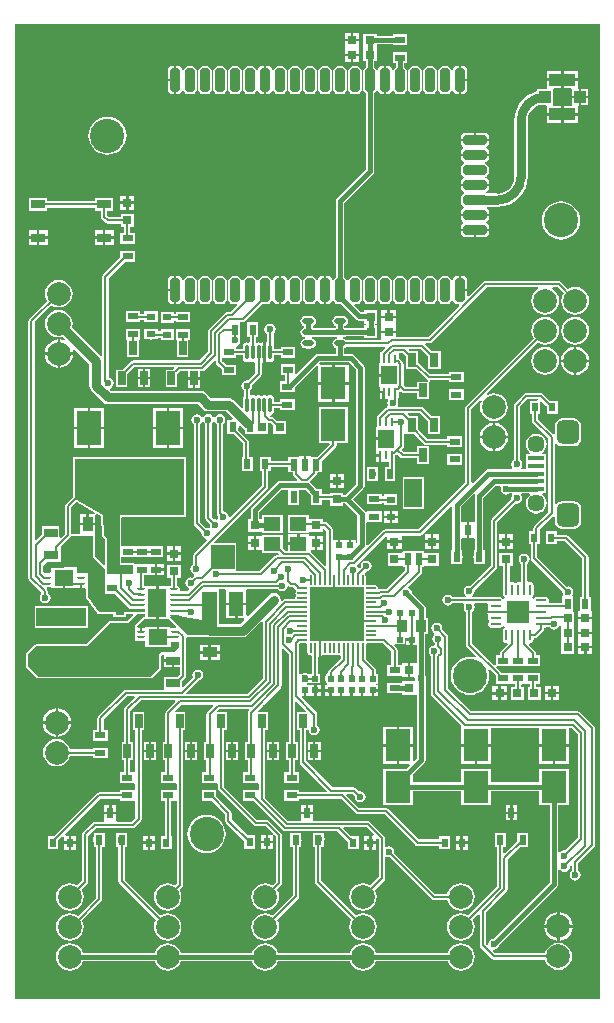
<source format=gtl>
G04*
G04 #@! TF.GenerationSoftware,Altium Limited,Altium Designer,19.0.13 (425)*
G04*
G04 Layer_Physical_Order=1*
G04 Layer_Color=852479*
%FSLAX25Y25*%
%MOIN*%
G70*
G01*
G75*
%ADD12C,0.00787*%
%ADD61C,0.03150*%
%ADD62R,0.03543X0.02362*%
%ADD63O,0.03937X0.01968*%
%ADD64R,0.08465X0.11811*%
%ADD65R,0.16535X0.05906*%
%ADD66R,0.04528X0.02953*%
%ADD67O,0.01181X0.05315*%
%ADD68R,0.02362X0.03543*%
G04:AMPARAMS|DCode=69|XSize=9.84mil|YSize=27.56mil|CornerRadius=2.46mil|HoleSize=0mil|Usage=FLASHONLY|Rotation=270.000|XOffset=0mil|YOffset=0mil|HoleType=Round|Shape=RoundedRectangle|*
%AMROUNDEDRECTD69*
21,1,0.00984,0.02264,0,0,270.0*
21,1,0.00492,0.02756,0,0,270.0*
1,1,0.00492,-0.01132,-0.00246*
1,1,0.00492,-0.01132,0.00246*
1,1,0.00492,0.01132,0.00246*
1,1,0.00492,0.01132,-0.00246*
%
%ADD69ROUNDEDRECTD69*%
%ADD70R,0.06496X0.05315*%
%ADD71R,0.03150X0.03150*%
%ADD72R,0.06496X0.09370*%
%ADD73R,0.03543X0.05118*%
%ADD74R,0.05118X0.03543*%
%ADD75R,0.03150X0.03150*%
%ADD76R,0.05118X0.07874*%
%ADD77R,0.07874X0.07874*%
%ADD78R,0.03150X0.02362*%
%ADD79R,0.02559X0.04528*%
%ADD80R,0.08465X0.10827*%
%ADD81R,0.02362X0.03937*%
%ADD82R,0.05315X0.01575*%
%ADD83R,0.08661X0.04134*%
%ADD84R,0.03937X0.03937*%
%ADD85R,0.02362X0.03150*%
%ADD86O,0.03347X0.00787*%
%ADD87O,0.00787X0.03347*%
%ADD88R,0.18110X0.18110*%
%ADD89O,0.03937X0.00984*%
%ADD90O,0.00984X0.03937*%
%ADD91R,0.07795X0.07795*%
%ADD92R,0.05512X0.04724*%
%ADD93R,0.01968X0.01968*%
%ADD94R,0.03465X0.03898*%
%ADD95R,0.01968X0.01968*%
%ADD96R,0.04724X0.03150*%
%ADD97R,0.02362X0.04331*%
%ADD98R,0.05906X0.09449*%
%ADD99R,0.02953X0.04528*%
%ADD100R,0.05315X0.06496*%
%ADD101R,0.00984X0.02756*%
G04:AMPARAMS|DCode=102|XSize=78.74mil|YSize=31.5mil|CornerRadius=7.87mil|HoleSize=0mil|Usage=FLASHONLY|Rotation=0.000|XOffset=0mil|YOffset=0mil|HoleType=Round|Shape=RoundedRectangle|*
%AMROUNDEDRECTD102*
21,1,0.07874,0.01575,0,0,0.0*
21,1,0.06299,0.03150,0,0,0.0*
1,1,0.01575,0.03150,-0.00787*
1,1,0.01575,-0.03150,-0.00787*
1,1,0.01575,-0.03150,0.00787*
1,1,0.01575,0.03150,0.00787*
%
%ADD102ROUNDEDRECTD102*%
G04:AMPARAMS|DCode=103|XSize=78.74mil|YSize=31.5mil|CornerRadius=7.87mil|HoleSize=0mil|Usage=FLASHONLY|Rotation=270.000|XOffset=0mil|YOffset=0mil|HoleType=Round|Shape=RoundedRectangle|*
%AMROUNDEDRECTD103*
21,1,0.07874,0.01575,0,0,270.0*
21,1,0.06299,0.03150,0,0,270.0*
1,1,0.01575,-0.00787,-0.03150*
1,1,0.01575,-0.00787,0.03150*
1,1,0.01575,0.00787,0.03150*
1,1,0.01575,0.00787,-0.03150*
%
%ADD103ROUNDEDRECTD103*%
%ADD104C,0.01575*%
%ADD105C,0.11417*%
%ADD106C,0.07874*%
G04:AMPARAMS|DCode=107|XSize=78.74mil|YSize=74.8mil|CornerRadius=18.7mil|HoleSize=0mil|Usage=FLASHONLY|Rotation=90.000|XOffset=0mil|YOffset=0mil|HoleType=Round|Shape=RoundedRectangle|*
%AMROUNDEDRECTD107*
21,1,0.07874,0.03740,0,0,90.0*
21,1,0.04134,0.07480,0,0,90.0*
1,1,0.03740,0.01870,0.02067*
1,1,0.03740,0.01870,-0.02067*
1,1,0.03740,-0.01870,-0.02067*
1,1,0.03740,-0.01870,0.02067*
%
%ADD107ROUNDEDRECTD107*%
%ADD108C,0.05709*%
%ADD109C,0.02362*%
G36*
X195953Y13496D02*
X897D01*
Y338315D01*
X195953D01*
Y13496D01*
D02*
G37*
%LPC*%
G36*
X115787Y335315D02*
X113819D01*
Y333347D01*
X115787D01*
Y335315D01*
D02*
G37*
G36*
X113031D02*
X111063D01*
Y333347D01*
X113031D01*
Y335315D01*
D02*
G37*
G36*
X121535Y335157D02*
X117126D01*
Y330748D01*
X117126D01*
Y330315D01*
X117126D01*
Y325905D01*
X117886D01*
Y324060D01*
X117522Y323817D01*
X117208Y323348D01*
X117098Y322795D01*
Y316496D01*
X117208Y315943D01*
X117522Y315474D01*
X117886Y315231D01*
Y289811D01*
X108309Y280234D01*
X107996Y279766D01*
X107886Y279213D01*
Y254060D01*
X107521Y253817D01*
X107208Y253348D01*
X107166Y253135D01*
X106656D01*
X106602Y253410D01*
X106254Y253931D01*
X105733Y254279D01*
X105118Y254401D01*
X104724D01*
Y249646D01*
Y244890D01*
X105118D01*
X105733Y245013D01*
X106254Y245361D01*
X106602Y245882D01*
X106656Y246156D01*
X107166D01*
X107208Y245943D01*
X107521Y245474D01*
X107990Y245161D01*
X108543Y245051D01*
X109520D01*
X114668Y239903D01*
X115136Y239590D01*
X115689Y239480D01*
X117422D01*
Y238465D01*
X118181D01*
Y237953D01*
X117422D01*
Y237134D01*
X111009D01*
X110984Y237150D01*
X110815Y237184D01*
Y237816D01*
X110984Y237850D01*
X111518Y238206D01*
X111875Y238740D01*
X112000Y239370D01*
X111875Y240000D01*
X111518Y240534D01*
X110984Y240891D01*
X110354Y241016D01*
X108386D01*
X107756Y240891D01*
X107222Y240534D01*
X106865Y240000D01*
X106740Y239370D01*
X106865Y238740D01*
X107222Y238206D01*
X107756Y237850D01*
X107925Y237816D01*
Y237184D01*
X107756Y237150D01*
X107643Y237075D01*
X100467D01*
X100354Y237150D01*
X100185Y237184D01*
Y237816D01*
X100354Y237850D01*
X100888Y238206D01*
X101245Y238740D01*
X101370Y239370D01*
X101245Y240000D01*
X100888Y240534D01*
X100354Y240891D01*
X99724Y241016D01*
X97756D01*
X97126Y240891D01*
X96592Y240534D01*
X96235Y240000D01*
X96110Y239370D01*
X96235Y238740D01*
X96592Y238206D01*
X97126Y237850D01*
X97295Y237816D01*
Y237184D01*
X97126Y237150D01*
X96592Y236794D01*
X96235Y236260D01*
X96110Y235630D01*
X96235Y235000D01*
X96592Y234466D01*
X97126Y234109D01*
X97602Y234015D01*
Y233505D01*
X97126Y233410D01*
X96592Y233053D01*
X96235Y232520D01*
X96110Y231890D01*
X96235Y231260D01*
X96592Y230726D01*
X97126Y230369D01*
X97756Y230244D01*
X97944D01*
X98033Y230184D01*
X98740Y230043D01*
X99447Y230184D01*
X99537Y230244D01*
X99724D01*
X100354Y230369D01*
X100888Y230726D01*
X101245Y231260D01*
X101370Y231890D01*
X101245Y232520D01*
X100888Y233053D01*
X100354Y233410D01*
X99878Y233505D01*
Y234015D01*
X100354Y234109D01*
X100467Y234185D01*
X107643D01*
X107756Y234109D01*
X108232Y234015D01*
Y233505D01*
X107756Y233410D01*
X107222Y233053D01*
X106865Y232520D01*
X106740Y231890D01*
X106865Y231260D01*
X107222Y230726D01*
X107756Y230369D01*
X107925Y230336D01*
Y228453D01*
X102047D01*
X101494Y228343D01*
X101025Y228030D01*
X94793Y221797D01*
X94331Y221988D01*
Y224882D01*
X92107D01*
X91929Y224917D01*
X91751Y224882D01*
X89528D01*
Y221260D01*
X90886D01*
Y219213D01*
X89449D01*
Y215591D01*
X94252D01*
Y217169D01*
X101646Y224563D01*
X102146Y224356D01*
Y218976D01*
X106772D01*
Y224783D01*
X102698D01*
X102493Y225250D01*
X102741Y225563D01*
X112354D01*
X114657Y223260D01*
Y185047D01*
X111055Y181445D01*
X110472D01*
Y182205D01*
X106063D01*
Y181733D01*
X103224D01*
Y183287D01*
X101646D01*
X99345Y185589D01*
X99306Y185980D01*
X101364Y188038D01*
X101364Y188038D01*
X101590Y188376D01*
X101670Y188776D01*
X102131Y188917D01*
X103224D01*
Y192638D01*
X107903Y197317D01*
X107903Y197317D01*
X108130Y197656D01*
X108209Y198055D01*
X108209Y198055D01*
Y198760D01*
X112028D01*
Y210846D01*
X102303D01*
Y198760D01*
X105687D01*
X105894Y198260D01*
X101748Y194114D01*
X99642D01*
Y194272D01*
X98067D01*
Y191516D01*
X97280D01*
Y194272D01*
X95705D01*
Y194114D01*
X92122D01*
Y192658D01*
X86221D01*
Y194016D01*
X82598D01*
Y189213D01*
X83366D01*
Y184636D01*
X72769Y174039D01*
X72555Y174081D01*
X72259Y174236D01*
X72139Y174840D01*
X71739Y175440D01*
X71140Y175840D01*
X70433Y175980D01*
X70374Y176029D01*
Y205055D01*
X70636Y205230D01*
X71037Y205829D01*
X71177Y206535D01*
X71037Y207242D01*
X70636Y207841D01*
X70037Y208241D01*
X69331Y208382D01*
X68624Y208241D01*
X68025Y207841D01*
X67699Y207353D01*
X67537Y207316D01*
X67305D01*
X67143Y207353D01*
X66817Y207841D01*
X66218Y208241D01*
X65512Y208382D01*
X64805Y208241D01*
X64206Y207841D01*
X63806Y207242D01*
X63790Y207164D01*
X63282Y207163D01*
X63280Y207164D01*
X62880Y207762D01*
X62281Y208163D01*
X61575Y208303D01*
X60868Y208163D01*
X60269Y207762D01*
X59869Y207163D01*
X59728Y206457D01*
X59869Y205750D01*
X60269Y205151D01*
X60531Y204976D01*
Y172024D01*
X60531Y172024D01*
X60611Y171624D01*
X60837Y171286D01*
X63164Y168959D01*
X63102Y168650D01*
X63243Y167943D01*
X63643Y167344D01*
X64242Y166944D01*
X64846Y166823D01*
X65002Y166528D01*
X65043Y166313D01*
X60601Y161871D01*
X60374Y161532D01*
X60295Y161133D01*
X60295Y161133D01*
Y158213D01*
X60033Y158038D01*
X59633Y157439D01*
X59492Y156732D01*
X59633Y156026D01*
X60033Y155427D01*
X60552Y155080D01*
X60631Y154862D01*
X60638Y154821D01*
X60646Y154514D01*
X59965Y153832D01*
X59655Y153894D01*
X58949Y153753D01*
X58350Y153353D01*
X57950Y152754D01*
X57809Y152047D01*
X57950Y151341D01*
X58350Y150742D01*
X58925Y150357D01*
X58989Y150297D01*
X59100Y149824D01*
X58489Y149213D01*
X56435D01*
X56041Y149695D01*
Y150187D01*
X55973Y150529D01*
X55779Y150819D01*
X55489Y151012D01*
X55148Y151080D01*
X55059D01*
Y153740D01*
X56221D01*
Y158150D01*
X51811D01*
Y153740D01*
X52972D01*
Y151080D01*
X52884D01*
X52542Y151012D01*
X52500Y150984D01*
X48898D01*
Y145512D01*
Y140039D01*
X52423D01*
X54784Y137463D01*
X54583Y137005D01*
X53140D01*
X52697Y137343D01*
Y137343D01*
X49055D01*
Y133898D01*
X48268D01*
Y137343D01*
X44626D01*
Y137343D01*
X44183Y137166D01*
X43445D01*
Y135866D01*
X42658D01*
Y137166D01*
X41919D01*
X41862Y137213D01*
X41779Y137760D01*
X43962Y139944D01*
X44124D01*
X44148Y139948D01*
X44409D01*
X44655Y139997D01*
X44718Y140039D01*
X48110D01*
Y145512D01*
Y150984D01*
X44508D01*
X44466Y151012D01*
X44124Y151080D01*
X44036D01*
Y154726D01*
X45472D01*
Y154569D01*
X47638D01*
Y156537D01*
Y158505D01*
X45472D01*
Y158348D01*
X40936D01*
X40808Y158538D01*
X40600Y158677D01*
X40354Y158726D01*
X36508D01*
Y160632D01*
X50433D01*
Y164253D01*
X36508D01*
Y173576D01*
X36862Y173930D01*
X57472Y173915D01*
X57472Y173915D01*
X57473Y173915D01*
X57594Y173939D01*
X57718Y173963D01*
X57718Y173964D01*
X57718Y173964D01*
X57821Y174032D01*
X57926Y174102D01*
X57927Y174103D01*
X57927Y174103D01*
X57997Y174208D01*
X58066Y174311D01*
X58066Y174311D01*
X58066Y174311D01*
X58091Y174434D01*
X58115Y174557D01*
X58115Y174557D01*
X58115Y174557D01*
Y193504D01*
X58066Y193750D01*
X57927Y193958D01*
X57718Y194097D01*
X57473Y194146D01*
X20924Y194146D01*
X20678Y194097D01*
X20470Y193958D01*
X20331Y193750D01*
X20282Y193504D01*
Y180655D01*
X18050Y178424D01*
X17824Y178085D01*
X17744Y177685D01*
X17744Y177685D01*
Y168495D01*
X16268Y167018D01*
X15768Y167225D01*
Y170927D01*
X9980D01*
Y168190D01*
X8021Y166231D01*
X7559Y166422D01*
Y238997D01*
X13169Y244606D01*
X13287Y244515D01*
X14398Y244055D01*
X15590Y243898D01*
X16783Y244055D01*
X17894Y244515D01*
X18848Y245247D01*
X19580Y246201D01*
X20040Y247312D01*
X20197Y248504D01*
X20040Y249696D01*
X19580Y250807D01*
X18848Y251761D01*
X17894Y252493D01*
X16783Y252953D01*
X15590Y253110D01*
X14398Y252953D01*
X13287Y252493D01*
X12333Y251761D01*
X11601Y250807D01*
X11141Y249696D01*
X10984Y248504D01*
X11141Y247312D01*
X11601Y246201D01*
X11693Y246082D01*
X5778Y240167D01*
X5551Y239828D01*
X5472Y239429D01*
X5472Y239429D01*
Y153804D01*
X5472Y153804D01*
X5551Y153404D01*
X5778Y153066D01*
X9811Y149032D01*
Y148462D01*
X9730Y148408D01*
X9330Y147809D01*
X9189Y147102D01*
X9330Y146396D01*
X9730Y145796D01*
X10329Y145396D01*
X11036Y145256D01*
X11742Y145396D01*
X12341Y145796D01*
X12742Y146396D01*
X12882Y147102D01*
X12742Y147809D01*
X12341Y148408D01*
X11899Y148704D01*
Y149464D01*
X11819Y149864D01*
X11612Y150173D01*
X11660Y150395D01*
X11775Y150673D01*
X12884D01*
X13327Y150336D01*
Y150336D01*
X16969D01*
Y153781D01*
X17756D01*
Y150336D01*
X21398D01*
Y150336D01*
X21840Y150513D01*
X22579D01*
Y151813D01*
X23366D01*
Y150513D01*
X24104D01*
X24212Y150534D01*
X24712Y150174D01*
X24712Y147394D01*
X24726Y147326D01*
X24727Y147257D01*
X24750Y147204D01*
X24761Y147148D01*
X24799Y147091D01*
X24827Y147027D01*
X28331Y141988D01*
X28372Y141948D01*
X28404Y141900D01*
X28462Y141862D01*
X28511Y141814D01*
X28565Y141793D01*
X28613Y141761D01*
X28680Y141748D01*
X28745Y141722D01*
X28802Y141724D01*
X28858Y141712D01*
X33701D01*
Y140650D01*
X38110D01*
Y141712D01*
X40190D01*
X40382Y141250D01*
X38632Y139500D01*
X32992Y139500D01*
X32746Y139452D01*
X32538Y139312D01*
X32538Y139312D01*
X24813Y131587D01*
X7874D01*
X7628Y131538D01*
X7420Y131399D01*
X4979Y128958D01*
X4840Y128750D01*
X4791Y128504D01*
X4791Y128504D01*
Y124213D01*
X4840Y123967D01*
X4979Y123758D01*
X4979Y123758D01*
X8325Y120412D01*
X8534Y120273D01*
X8779Y120224D01*
X8780Y120224D01*
X46260Y120224D01*
X46506Y120273D01*
X46714Y120412D01*
X49588Y123286D01*
X49727Y123494D01*
X49776Y123740D01*
X49776Y123740D01*
X49776Y127827D01*
X50156Y128141D01*
X50591Y127982D01*
Y126575D01*
X53642D01*
Y126181D01*
X54035D01*
Y123917D01*
X55885D01*
Y121633D01*
X55059Y120807D01*
X50748D01*
Y116595D01*
X50313Y116437D01*
X37913D01*
X37913Y116437D01*
X37514Y116358D01*
X37175Y116132D01*
X37175Y116132D01*
X28750Y107706D01*
X28524Y107368D01*
X28444Y106968D01*
X28444Y106968D01*
Y103071D01*
X27087D01*
Y99449D01*
X31890D01*
Y103071D01*
X30532D01*
Y106536D01*
X38346Y114350D01*
X40803D01*
X40995Y113888D01*
X37727Y110620D01*
X37500Y110281D01*
X37421Y109882D01*
X37421Y109882D01*
Y98937D01*
X36555D01*
Y93150D01*
X37421D01*
Y88937D01*
X35906D01*
Y85315D01*
X40661D01*
X40709Y85315D01*
X41161Y85200D01*
Y83146D01*
X40709Y83031D01*
X40661Y83031D01*
X35906D01*
Y82264D01*
X29029D01*
X29029Y82264D01*
X28630Y82185D01*
X28291Y81959D01*
X28291Y81958D01*
X14036Y67703D01*
X11890D01*
Y63294D01*
X15512D01*
Y66227D01*
X16941Y67656D01*
X17441Y67449D01*
Y65892D01*
X19016D01*
Y67861D01*
X17852D01*
X17645Y68361D01*
X29462Y80177D01*
X35906D01*
Y79409D01*
X40661D01*
X40709Y79409D01*
X41161Y79295D01*
Y73661D01*
X39961Y72461D01*
X34974D01*
X34764Y72874D01*
X34764Y72961D01*
Y75039D01*
X32795D01*
X30827D01*
Y72961D01*
X30827Y72874D01*
X30617Y72461D01*
X27520D01*
X27520Y72461D01*
X27120Y72382D01*
X26782Y72155D01*
X26782Y72155D01*
X23632Y69006D01*
X23406Y68667D01*
X23326Y68268D01*
X23326Y68268D01*
Y52913D01*
X21713Y51300D01*
X21595Y51391D01*
X20483Y51851D01*
X19291Y52008D01*
X18099Y51851D01*
X16988Y51391D01*
X16034Y50659D01*
X15302Y49705D01*
X14842Y48594D01*
X14685Y47402D01*
X14842Y46209D01*
X15302Y45098D01*
X16034Y44144D01*
X16988Y43412D01*
X18099Y42952D01*
X19291Y42795D01*
X20483Y42952D01*
X21595Y43412D01*
X22548Y44144D01*
X23280Y45098D01*
X23741Y46209D01*
X23898Y47402D01*
X23741Y48594D01*
X23280Y49705D01*
X23189Y49824D01*
X25108Y51742D01*
X25108Y51742D01*
X25334Y52081D01*
X25414Y52480D01*
Y67835D01*
X27952Y70374D01*
X40394D01*
X40394Y70374D01*
X40793Y70453D01*
X41132Y70679D01*
X42943Y72490D01*
X42943Y72490D01*
X43169Y72829D01*
X43248Y73228D01*
Y103189D01*
X44114D01*
Y108976D01*
X40295D01*
Y103189D01*
X41161D01*
Y89052D01*
X40709Y88937D01*
X40661Y88937D01*
X39508D01*
Y93150D01*
X40374D01*
Y98937D01*
X39508D01*
Y109450D01*
X42991Y112933D01*
X54268D01*
X54459Y112471D01*
X51437Y109449D01*
X51211Y109110D01*
X51131Y108711D01*
X51131Y108711D01*
Y98937D01*
X50266D01*
Y93150D01*
X51131D01*
Y88937D01*
X49626D01*
Y85315D01*
X54372D01*
X54429Y85315D01*
X54872Y85176D01*
Y83170D01*
X54429Y83031D01*
X54372Y83031D01*
X49626D01*
Y79409D01*
X50984D01*
Y67703D01*
X49665D01*
Y63294D01*
X53287D01*
Y67703D01*
X53071D01*
Y79409D01*
X54372D01*
X54429Y79409D01*
X54872Y79271D01*
Y51876D01*
X54296Y51300D01*
X54177Y51391D01*
X53066Y51851D01*
X51874Y52008D01*
X50682Y51851D01*
X49571Y51391D01*
X48616Y50659D01*
X47885Y49705D01*
X47424Y48594D01*
X47267Y47402D01*
X47424Y46209D01*
X47885Y45098D01*
X48616Y44144D01*
X49571Y43412D01*
X50682Y42952D01*
X51874Y42795D01*
X53066Y42952D01*
X54177Y43412D01*
X55131Y44144D01*
X55863Y45098D01*
X56323Y46209D01*
X56480Y47402D01*
X56323Y48594D01*
X55863Y49705D01*
X55772Y49824D01*
X56653Y50705D01*
X56653Y50705D01*
X56880Y51044D01*
X56959Y51443D01*
X56959Y51443D01*
Y103189D01*
X57825D01*
Y108976D01*
X54624D01*
X54417Y109476D01*
X56456Y111515D01*
X66866D01*
X67058Y111053D01*
X65148Y109143D01*
X64922Y108805D01*
X64842Y108405D01*
X64842Y108405D01*
Y98937D01*
X63976D01*
Y93150D01*
X64842D01*
Y88937D01*
X63346D01*
Y85315D01*
X68150D01*
Y85315D01*
X68582Y85153D01*
Y83681D01*
X68582Y83681D01*
X68662Y83282D01*
X68888Y82943D01*
X80561Y71270D01*
X80561Y71270D01*
X80900Y71044D01*
X81299Y70964D01*
X81299Y70964D01*
X84646D01*
X87143Y68467D01*
X86872Y68032D01*
X86536Y68032D01*
X85413D01*
Y66063D01*
X86988D01*
Y67547D01*
X86988Y67915D01*
X87424Y68187D01*
X87972Y67639D01*
Y52394D01*
X86878Y51300D01*
X86759Y51391D01*
X85648Y51851D01*
X84456Y52008D01*
X83264Y51851D01*
X82153Y51391D01*
X81199Y50659D01*
X80467Y49705D01*
X80007Y48594D01*
X79850Y47402D01*
X80007Y46209D01*
X80467Y45098D01*
X81199Y44144D01*
X82153Y43412D01*
X83264Y42952D01*
X84456Y42795D01*
X85648Y42952D01*
X86759Y43412D01*
X87713Y44144D01*
X88445Y45098D01*
X88906Y46209D01*
X89062Y47402D01*
X88906Y48594D01*
X88445Y49705D01*
X88354Y49824D01*
X89754Y51223D01*
X89754Y51223D01*
X89980Y51562D01*
X90059Y51961D01*
X90059Y51961D01*
Y68071D01*
X90059Y68071D01*
X89980Y68470D01*
X89754Y68809D01*
X85817Y72746D01*
X85478Y72972D01*
X85079Y73052D01*
X85079Y73052D01*
X81731D01*
X70670Y84113D01*
Y103189D01*
X71535D01*
Y108976D01*
X68586D01*
X68395Y109438D01*
X69054Y110098D01*
X78913D01*
X79105Y109636D01*
X78829Y109360D01*
X78603Y109022D01*
X78523Y108622D01*
X78523Y108622D01*
Y98937D01*
X77687D01*
Y93150D01*
X78553D01*
Y88937D01*
X77067D01*
Y85315D01*
X81793D01*
X81870Y85315D01*
X82293Y85129D01*
Y83218D01*
X81870Y83031D01*
Y83031D01*
X77067D01*
Y79409D01*
X80394D01*
X90187Y69616D01*
X90526Y69390D01*
X90925Y69311D01*
X90925Y69311D01*
X108472D01*
X111841Y65942D01*
X111841Y65942D01*
X111949Y65869D01*
Y63294D01*
X115571D01*
Y67703D01*
X113073D01*
X113021Y67714D01*
X110468Y70266D01*
X110660Y70728D01*
X118150D01*
X120556Y68323D01*
X120364Y67861D01*
X119862D01*
Y65892D01*
X121437D01*
Y66603D01*
X121924Y66819D01*
X122185Y66612D01*
Y54024D01*
X119460Y51300D01*
X119342Y51391D01*
X118231Y51851D01*
X117038Y52008D01*
X115846Y51851D01*
X114735Y51391D01*
X113781Y50659D01*
X113049Y49705D01*
X112589Y48594D01*
X112432Y47402D01*
X112589Y46209D01*
X113049Y45098D01*
X113781Y44144D01*
X114735Y43412D01*
X115846Y42952D01*
X117038Y42795D01*
X118231Y42952D01*
X119342Y43412D01*
X120296Y44144D01*
X121028Y45098D01*
X121488Y46209D01*
X121645Y47402D01*
X121488Y48594D01*
X121028Y49705D01*
X120937Y49824D01*
X123966Y52854D01*
X124193Y53192D01*
X124272Y53592D01*
X124272Y53592D01*
Y60580D01*
X124772Y60847D01*
X124883Y60773D01*
X125590Y60633D01*
X125899Y60694D01*
X139929Y46664D01*
X139929Y46664D01*
X140268Y46437D01*
X140667Y46358D01*
X140667Y46358D01*
X145152D01*
X145171Y46209D01*
X145632Y45098D01*
X146364Y44144D01*
X147318Y43412D01*
X148429Y42952D01*
X149621Y42795D01*
X150813Y42952D01*
X151924Y43412D01*
X152878Y44144D01*
X153610Y45098D01*
X154070Y46209D01*
X154227Y47402D01*
X154070Y48594D01*
X153610Y49705D01*
X152878Y50659D01*
X151924Y51391D01*
X150813Y51851D01*
X149621Y52008D01*
X148429Y51851D01*
X147318Y51391D01*
X146364Y50659D01*
X145632Y49705D01*
X145171Y48594D01*
X145152Y48445D01*
X141100D01*
X127374Y62170D01*
X127436Y62479D01*
X127295Y63186D01*
X126895Y63785D01*
X126296Y64185D01*
X125590Y64326D01*
X124883Y64185D01*
X124772Y64111D01*
X124272Y64378D01*
Y67126D01*
X124272Y67126D01*
X124193Y67525D01*
X123966Y67864D01*
X119321Y72510D01*
X118982Y72736D01*
X118583Y72815D01*
X118583Y72815D01*
X100830D01*
X100354Y72874D01*
X100354Y73315D01*
Y75039D01*
X98386D01*
Y75433D01*
D01*
Y75039D01*
X96417D01*
X96417Y72874D01*
X95942Y72815D01*
X92046D01*
X84380Y80481D01*
Y103189D01*
X85246D01*
Y108976D01*
X82104D01*
X81897Y109476D01*
X89557Y117136D01*
X89557Y117136D01*
X89783Y117475D01*
X89862Y117874D01*
X89862Y117874D01*
Y129969D01*
X90324Y130160D01*
X92259Y128225D01*
Y98937D01*
X91398D01*
Y93150D01*
X92263D01*
Y88937D01*
X90787D01*
Y85315D01*
X95591D01*
Y88937D01*
X94351D01*
Y93150D01*
X95217D01*
Y98937D01*
X94346D01*
Y112461D01*
X94808Y112653D01*
X98023Y109438D01*
X97831Y108976D01*
X95138D01*
Y103189D01*
X96004D01*
Y92244D01*
X96004Y92244D01*
X96083Y91845D01*
X96309Y91506D01*
X105089Y82726D01*
X104898Y82264D01*
X95591D01*
Y83031D01*
X90787D01*
Y79409D01*
X95591D01*
Y80177D01*
X109686D01*
X114656Y75207D01*
X114656Y75207D01*
X114994Y74981D01*
X115394Y74901D01*
X115394Y74901D01*
X124331D01*
X134472Y64760D01*
X134811Y64534D01*
X135210Y64455D01*
X135210Y64455D01*
X142382D01*
Y63294D01*
X146004D01*
Y67703D01*
X142382D01*
Y66542D01*
X135643D01*
X125502Y76683D01*
X125163Y76909D01*
X124764Y76989D01*
X124764Y76989D01*
X115826D01*
X111486Y81329D01*
X111677Y81791D01*
X113583D01*
X114278Y81097D01*
X114216Y80787D01*
X114357Y80081D01*
X114757Y79482D01*
X115356Y79081D01*
X116063Y78941D01*
X116770Y79081D01*
X117369Y79482D01*
X117769Y80081D01*
X117910Y80787D01*
X117769Y81494D01*
X117369Y82093D01*
X116770Y82493D01*
X116063Y82634D01*
X115754Y82572D01*
X114754Y83573D01*
X114415Y83799D01*
X114016Y83878D01*
X114016Y83878D01*
X106889D01*
X98091Y92676D01*
Y103189D01*
X98909D01*
X98941Y103150D01*
X99081Y102443D01*
X99482Y101844D01*
X100081Y101444D01*
X100787Y101303D01*
X101494Y101444D01*
X102093Y101844D01*
X102493Y102443D01*
X102634Y103150D01*
X102493Y103856D01*
X102093Y104455D01*
X101831Y104630D01*
Y108150D01*
X101752Y108549D01*
X101525Y108888D01*
X101525Y108888D01*
X96441Y113972D01*
X96648Y114472D01*
X97323D01*
Y116244D01*
X98110D01*
Y114472D01*
X100736D01*
Y116244D01*
Y118016D01*
X98543D01*
X98354Y118516D01*
X98412Y118567D01*
X99331D01*
Y118567D01*
X99516D01*
Y118567D01*
X102744D01*
Y121795D01*
X102174D01*
Y127376D01*
X102311Y127489D01*
Y130264D01*
X103098D01*
Y127858D01*
X103166Y127872D01*
X103556Y128133D01*
X103676Y128156D01*
X103880Y128020D01*
X104279Y127941D01*
X104679Y128020D01*
X105067Y128221D01*
X105455Y128020D01*
X105854Y127941D01*
X106254Y128020D01*
X106592Y128246D01*
X106691D01*
X107030Y128020D01*
X107429Y127941D01*
X107828Y128020D01*
X108167Y128246D01*
X108266D01*
X108605Y128020D01*
X109004Y127941D01*
X109035Y127947D01*
X109535Y127552D01*
Y126956D01*
X105719Y123140D01*
X105616Y122985D01*
X105479Y122848D01*
X105252Y122510D01*
X105173Y122110D01*
X104828Y121795D01*
X104602D01*
Y121025D01*
X104511Y120888D01*
X104370Y120181D01*
X104511Y119474D01*
X104602Y119337D01*
Y118567D01*
X104870D01*
X105009Y118292D01*
X104833Y118016D01*
X104445D01*
Y116638D01*
X106217D01*
Y116244D01*
X106610D01*
Y114472D01*
X109331D01*
Y116244D01*
X110118D01*
Y114472D01*
X111461D01*
Y114441D01*
X112839D01*
Y116213D01*
X113626D01*
Y114441D01*
X116347D01*
Y116213D01*
X117134D01*
Y114441D01*
X119854D01*
Y116213D01*
X120248D01*
Y116606D01*
X122020D01*
Y117984D01*
X121632D01*
X121456Y118261D01*
X121594Y118535D01*
X121862D01*
Y119306D01*
X121954Y119443D01*
X122095Y120150D01*
X121954Y120856D01*
X121862Y120994D01*
Y121764D01*
X121292D01*
Y123059D01*
X121212Y123459D01*
X120986Y123797D01*
X120986Y123797D01*
X117922Y126861D01*
Y131543D01*
X117915Y131575D01*
X118322Y131982D01*
X118354Y131976D01*
X123674D01*
X126476Y129174D01*
Y124764D01*
X125118D01*
Y121142D01*
X129921D01*
X129961Y120658D01*
Y120589D01*
X131929D01*
Y122951D01*
Y125313D01*
X129961D01*
Y125248D01*
X129921Y124764D01*
X128563D01*
Y129606D01*
X128484Y130006D01*
X128258Y130344D01*
X128258Y130344D01*
X127465Y131137D01*
X127742Y131567D01*
X130862D01*
Y134342D01*
X131289Y134640D01*
X131413Y134590D01*
Y133575D01*
X133185D01*
Y133181D01*
X133579D01*
Y131409D01*
X134878D01*
Y125733D01*
X134685Y125313D01*
X132717D01*
Y122951D01*
Y120589D01*
X134182D01*
X134374Y120354D01*
X134494Y119750D01*
X134306Y119400D01*
X134179Y119250D01*
X130118D01*
X129921Y118858D01*
X125118D01*
Y115236D01*
X129921D01*
X130118Y114841D01*
X134480D01*
X134528Y114840D01*
X134980Y114726D01*
Y93677D01*
X134143Y92840D01*
X133681Y93032D01*
Y97520D01*
X129055D01*
Y91713D01*
X132362D01*
X132554Y91251D01*
X131480Y90177D01*
X123799D01*
Y78091D01*
X133524D01*
Y82689D01*
X149803D01*
Y78091D01*
X159528D01*
Y82689D01*
X175807D01*
Y78091D01*
X179224D01*
Y52370D01*
X160344Y33490D01*
X159884Y33399D01*
X159285Y32999D01*
X158885Y32399D01*
X158744Y31693D01*
X158760Y31612D01*
X158348Y31392D01*
X157973Y31696D01*
Y42273D01*
X164911Y49212D01*
X165137Y49550D01*
X165217Y49950D01*
X165217Y49950D01*
Y59883D01*
X169311Y63976D01*
X172047D01*
Y65924D01*
X172083Y66102D01*
X172047Y66281D01*
Y68779D01*
X168425D01*
Y66281D01*
X168390Y66102D01*
X168405Y66023D01*
X164261Y61879D01*
X163800Y62071D01*
Y63976D01*
X164567D01*
Y68779D01*
X160945D01*
Y66715D01*
X160870Y66339D01*
X160945Y65962D01*
Y63976D01*
X161712D01*
Y50969D01*
X152043Y41300D01*
X151924Y41391D01*
X150813Y41851D01*
X149621Y42008D01*
X148429Y41851D01*
X147318Y41391D01*
X146364Y40659D01*
X145632Y39705D01*
X145171Y38594D01*
X145015Y37402D01*
X145171Y36209D01*
X145632Y35098D01*
X146364Y34144D01*
X147318Y33412D01*
X148429Y32952D01*
X149621Y32795D01*
X150813Y32952D01*
X151924Y33412D01*
X152878Y34144D01*
X153610Y35098D01*
X154070Y36209D01*
X154227Y37402D01*
X154070Y38594D01*
X153610Y39705D01*
X153519Y39824D01*
X155423Y41728D01*
X155886Y41537D01*
Y31260D01*
X155885Y31260D01*
X155965Y30860D01*
X156191Y30522D01*
X159908Y26805D01*
X159908Y26805D01*
X160247Y26579D01*
X160646Y26499D01*
X160646Y26499D01*
X177696D01*
X177716Y26351D01*
X178176Y25240D01*
X178908Y24286D01*
X179862Y23554D01*
X180973Y23093D01*
X182165Y22937D01*
X183358Y23093D01*
X184468Y23554D01*
X185423Y24286D01*
X186155Y25240D01*
X186615Y26351D01*
X186772Y27543D01*
X186615Y28735D01*
X186155Y29846D01*
X185423Y30800D01*
X184468Y31532D01*
X183358Y31992D01*
X182165Y32149D01*
X180973Y31992D01*
X179862Y31532D01*
X178908Y30800D01*
X178176Y29846D01*
X177716Y28735D01*
X177696Y28587D01*
X161079D01*
X160263Y29402D01*
X160510Y29862D01*
X160591Y29846D01*
X161297Y29987D01*
X161896Y30387D01*
X162296Y30986D01*
X162388Y31447D01*
X181691Y50750D01*
X182004Y51219D01*
X182114Y51772D01*
Y56481D01*
X182614Y56632D01*
X182868Y56253D01*
X183467Y55853D01*
X184173Y55713D01*
X184880Y55853D01*
X185479Y56253D01*
X185879Y56852D01*
X186020Y57559D01*
X185958Y57871D01*
X186290Y58203D01*
X186752Y58012D01*
Y56166D01*
X186490Y55991D01*
X186089Y55392D01*
X185949Y54685D01*
X186089Y53978D01*
X186490Y53379D01*
X187089Y52979D01*
X187795Y52838D01*
X188502Y52979D01*
X189101Y53379D01*
X189501Y53978D01*
X189642Y54685D01*
X189501Y55392D01*
X189101Y55991D01*
X188839Y56166D01*
Y58748D01*
X194037Y63946D01*
X194264Y64285D01*
X194343Y64684D01*
Y103544D01*
X194264Y103944D01*
X194037Y104282D01*
X194037Y104282D01*
X189353Y108966D01*
X189015Y109193D01*
X188615Y109272D01*
X188615Y109272D01*
X153062D01*
X145414Y116920D01*
Y134138D01*
X145334Y134537D01*
X145108Y134876D01*
X143380Y136603D01*
X143461Y137008D01*
X143320Y137715D01*
X142920Y138313D01*
X142321Y138714D01*
X141614Y138854D01*
X140908Y138714D01*
X140308Y138313D01*
X139908Y137715D01*
X139768Y137008D01*
X139908Y136301D01*
X140308Y135702D01*
X140763Y135398D01*
X140823Y134935D01*
X140797Y134820D01*
X140661Y134729D01*
X140261Y134130D01*
X140120Y133423D01*
X140261Y132717D01*
X140661Y132117D01*
X140923Y131942D01*
Y131573D01*
X140753Y131111D01*
X140436Y131036D01*
X140041Y130958D01*
X139442Y130558D01*
X139042Y129959D01*
X138901Y129252D01*
X139042Y128545D01*
X139442Y127946D01*
X139704Y127771D01*
Y114999D01*
X139704Y114999D01*
X139784Y114600D01*
X140010Y114261D01*
X149795Y104476D01*
X149646Y104114D01*
X149646D01*
Y98307D01*
X154665D01*
X159685D01*
Y103570D01*
X175650D01*
Y98307D01*
X180669D01*
X185689D01*
Y103570D01*
X186686D01*
X188641Y101615D01*
Y67244D01*
X184324Y62927D01*
X184015Y62988D01*
X183309Y62848D01*
X182710Y62447D01*
X182614Y62305D01*
X182114Y62456D01*
Y78091D01*
X185531D01*
Y90177D01*
X175807D01*
Y85579D01*
X159528D01*
Y90177D01*
X149803D01*
Y85579D01*
X133524D01*
Y88134D01*
X137447Y92057D01*
X137760Y92526D01*
X137870Y93079D01*
Y119564D01*
X137926Y119648D01*
X138067Y120354D01*
X137926Y121061D01*
X137768Y121298D01*
Y135165D01*
X138787D01*
Y140323D01*
X137870D01*
Y143692D01*
X137760Y144245D01*
X137447Y144714D01*
X133293Y148868D01*
X133202Y149328D01*
X132801Y149927D01*
X132241Y150302D01*
X132164Y150406D01*
X132041Y150809D01*
X136297Y155065D01*
X136523Y155404D01*
X136603Y155803D01*
X136603Y155803D01*
Y157266D01*
X137370D01*
Y157617D01*
X137811Y157760D01*
Y157760D01*
X142220D01*
Y162169D01*
X137811D01*
Y162169D01*
X137370Y162312D01*
Y162857D01*
X130205D01*
Y162207D01*
X129720Y162169D01*
Y162169D01*
X125311D01*
Y157760D01*
X129720D01*
Y157760D01*
X130205Y157722D01*
Y157266D01*
X130972D01*
Y156228D01*
X124922Y150178D01*
X122634D01*
X122634Y150178D01*
X122426Y150136D01*
X122294Y150194D01*
X121988Y150415D01*
X121927Y150494D01*
X121878Y150742D01*
X121651Y151081D01*
X121313Y151307D01*
X120913Y151386D01*
X118354D01*
X118322Y151380D01*
X117915Y151787D01*
X117922Y151819D01*
Y154378D01*
X117842Y154777D01*
X117616Y155116D01*
X117618Y155361D01*
X118050Y155773D01*
X118756Y155914D01*
X119355Y156314D01*
X119755Y156913D01*
X119896Y157620D01*
X119755Y158326D01*
X119355Y158925D01*
X118756Y159326D01*
X118050Y159466D01*
X117343Y159326D01*
X116744Y158925D01*
X116343Y158326D01*
X116203Y157620D01*
X116264Y157311D01*
X115885Y156931D01*
X115412Y157041D01*
X115353Y157106D01*
X114967Y157683D01*
X114929Y158068D01*
X124654Y167793D01*
X125154Y167707D01*
Y166264D01*
X127516D01*
X129878D01*
Y167854D01*
X135913D01*
X135913Y167854D01*
X136312Y167933D01*
X136651Y168160D01*
X146283Y177792D01*
X146783Y177585D01*
Y163047D01*
X146417D01*
Y158244D01*
X150039D01*
Y159866D01*
X150088Y159939D01*
X150228Y160646D01*
X150088Y161352D01*
X150039Y161425D01*
Y163047D01*
X149673D01*
Y166777D01*
X150000Y167142D01*
X150173Y167142D01*
X151575D01*
Y169701D01*
Y172260D01*
X150173D01*
X150000Y172260D01*
X149673Y172625D01*
Y177551D01*
X153999Y181877D01*
X154387Y181558D01*
X154374Y181537D01*
X154264Y180984D01*
Y172625D01*
X153937Y172260D01*
X153764Y172260D01*
X152362D01*
Y169701D01*
Y167142D01*
X153764D01*
X153937Y167142D01*
X154264Y166777D01*
Y163047D01*
X153898D01*
Y161372D01*
X153885Y161352D01*
X153744Y160646D01*
X153885Y159939D01*
X153898Y159920D01*
Y158244D01*
X157520D01*
Y163047D01*
X157154D01*
Y180386D01*
X161268Y184500D01*
X162839D01*
X163075Y184059D01*
X163019Y183974D01*
X162878Y183268D01*
X163019Y182561D01*
X163419Y181962D01*
X164018Y181562D01*
X164724Y181421D01*
X165431Y181562D01*
X165998Y181941D01*
X166551D01*
X166815Y181441D01*
X166562Y181061D01*
X166421Y180354D01*
X166483Y180045D01*
X159931Y173494D01*
X159705Y173155D01*
X159626Y172756D01*
X159626Y172756D01*
Y157952D01*
X152711Y151037D01*
X152402Y151099D01*
X151695Y150958D01*
X151096Y150558D01*
X150696Y149959D01*
X150555Y149252D01*
X150696Y148545D01*
X151096Y147946D01*
X151312Y147802D01*
X151161Y147302D01*
X146823D01*
X146621Y147605D01*
X146022Y148005D01*
X145315Y148146D01*
X144608Y148005D01*
X144009Y147605D01*
X143609Y147006D01*
X143468Y146299D01*
X143609Y145593D01*
X144009Y144993D01*
X144608Y144593D01*
X145315Y144453D01*
X146022Y144593D01*
X146621Y144993D01*
X146768Y145214D01*
X150502D01*
X150769Y144714D01*
X150696Y144604D01*
X150555Y143898D01*
X150696Y143191D01*
X151096Y142592D01*
X151358Y142417D01*
Y131496D01*
X151358Y131496D01*
X151437Y131097D01*
X151664Y130758D01*
X154807Y127614D01*
X154542Y127172D01*
X153959Y127349D01*
X152717Y127472D01*
X151474Y127349D01*
X150279Y126987D01*
X149178Y126398D01*
X148213Y125606D01*
X147421Y124641D01*
X146832Y123540D01*
X146470Y122345D01*
X146347Y121102D01*
X146470Y119860D01*
X146832Y118665D01*
X147421Y117564D01*
X148213Y116599D01*
X149178Y115806D01*
X150279Y115218D01*
X151474Y114856D01*
X152717Y114733D01*
X153959Y114856D01*
X155154Y115218D01*
X156255Y115806D01*
X157220Y116599D01*
X158012Y117564D01*
X158601Y118665D01*
X158963Y119860D01*
X159086Y121102D01*
X158963Y122345D01*
X158786Y122928D01*
X159229Y123193D01*
X161200Y121221D01*
Y121063D01*
X161200Y121063D01*
X161221Y120962D01*
Y118465D01*
X165799D01*
X166161Y118465D01*
X166524Y118465D01*
X167578D01*
Y117441D01*
X166220D01*
Y113031D01*
X170630D01*
Y117441D01*
X169666D01*
Y118111D01*
X170019Y118465D01*
X171240Y118465D01*
X171602Y118465D01*
X172736D01*
Y117480D01*
X171929D01*
Y113071D01*
X176339D01*
Y117480D01*
X174823D01*
Y118465D01*
X176181D01*
Y122087D01*
X171602D01*
X171240Y122087D01*
X170878Y122087D01*
X166524D01*
X166161Y122087D01*
X165799Y122087D01*
X163186D01*
X162982Y122391D01*
X161504Y123870D01*
X161711Y124370D01*
X166024D01*
Y124370D01*
X166299D01*
Y124370D01*
X171102D01*
Y124370D01*
X171378D01*
Y124370D01*
X176181D01*
Y127992D01*
X174823D01*
Y128543D01*
X174744Y128943D01*
X174518Y129281D01*
X174518Y129281D01*
X172264Y131535D01*
X172276Y131662D01*
X172717Y132084D01*
X173154Y132171D01*
X173526Y132419D01*
X173774Y132791D01*
X173861Y133228D01*
Y133661D01*
X174390D01*
X174390Y133661D01*
X174789Y133740D01*
X175128Y133967D01*
X177096Y135935D01*
X177322Y136274D01*
X177402Y136673D01*
X177402Y136673D01*
Y137202D01*
X177835D01*
X178272Y137290D01*
X178292Y137303D01*
X179267D01*
X179442Y137041D01*
X180041Y136641D01*
X180748Y136500D01*
X181455Y136641D01*
X182054Y137041D01*
X182428Y137602D01*
X182505Y137660D01*
X182536Y137672D01*
X182975Y137696D01*
X183031Y137571D01*
Y133248D01*
X183031D01*
Y132835D01*
X183031D01*
Y128425D01*
X187441D01*
Y132835D01*
X187441D01*
Y133248D01*
X187441D01*
Y137657D01*
X187441D01*
Y138071D01*
X187441D01*
Y142480D01*
X187047Y142717D01*
Y147520D01*
X186990D01*
X186723Y148020D01*
X186942Y148348D01*
X187083Y149055D01*
X186942Y149762D01*
X186542Y150361D01*
X185943Y150761D01*
X185236Y150902D01*
X184927Y150840D01*
X175099Y160669D01*
Y164882D01*
X175866D01*
Y166908D01*
X175902Y167087D01*
X175866Y167265D01*
Y167773D01*
X175886Y167874D01*
Y169804D01*
X180435Y174353D01*
X180935Y174146D01*
Y172658D01*
X181129Y171682D01*
X181682Y170855D01*
X182509Y170302D01*
X183484Y170108D01*
X187224D01*
X188200Y170302D01*
X189027Y170855D01*
X189579Y171682D01*
X189773Y172658D01*
Y176791D01*
X189579Y177767D01*
X189027Y178594D01*
X188200Y179146D01*
X187224Y179340D01*
X183484D01*
X182509Y179146D01*
X181682Y178594D01*
X181426Y178210D01*
X180926Y178362D01*
Y198646D01*
X181426Y198798D01*
X181682Y198414D01*
X182509Y197862D01*
X183484Y197668D01*
X187224D01*
X188200Y197862D01*
X189027Y198414D01*
X189579Y199241D01*
X189773Y200217D01*
Y204350D01*
X189579Y205326D01*
X189027Y206153D01*
X188200Y206705D01*
X187224Y206899D01*
X183484D01*
X182509Y206705D01*
X181682Y206153D01*
X181129Y205326D01*
X180935Y204350D01*
Y201799D01*
X180435Y201592D01*
X175394Y206633D01*
Y208347D01*
X176161D01*
Y212266D01*
X176661Y212473D01*
X178140Y210994D01*
X178248Y210922D01*
Y208347D01*
X181870D01*
Y212756D01*
X179373D01*
X179320Y212766D01*
X177017Y215069D01*
X176679Y215295D01*
X176279Y215374D01*
X176279Y215374D01*
X171417D01*
X171417Y215374D01*
X171018Y215295D01*
X170679Y215069D01*
X170679Y215069D01*
X167530Y211919D01*
X167304Y211580D01*
X167224Y211181D01*
X167224Y211181D01*
Y193055D01*
X166962Y192880D01*
X166562Y192281D01*
X166421Y191575D01*
X166562Y190868D01*
X166842Y190449D01*
X166610Y189949D01*
X158583D01*
X158030Y189839D01*
X157561Y189526D01*
X153553Y185518D01*
X153091Y185709D01*
Y209987D01*
X156144Y213040D01*
X156568Y212757D01*
X156181Y211822D01*
X156024Y210630D01*
X156181Y209438D01*
X156641Y208327D01*
X157373Y207373D01*
X158327Y206641D01*
X159438Y206181D01*
X160630Y206024D01*
X161822Y206181D01*
X162933Y206641D01*
X163887Y207373D01*
X164619Y208327D01*
X165079Y209438D01*
X165236Y210630D01*
X165079Y211822D01*
X164619Y212933D01*
X163887Y213887D01*
X162933Y214619D01*
X161822Y215079D01*
X160630Y215236D01*
X159438Y215079D01*
X158503Y214692D01*
X158219Y215116D01*
X175347Y232244D01*
X175466Y232153D01*
X176577Y231692D01*
X177769Y231535D01*
X178962Y231692D01*
X180072Y232153D01*
X181026Y232885D01*
X181758Y233839D01*
X182219Y234949D01*
X182376Y236142D01*
X182219Y237334D01*
X181758Y238445D01*
X181026Y239399D01*
X180072Y240131D01*
X178962Y240591D01*
X177769Y240748D01*
X176577Y240591D01*
X175466Y240131D01*
X174512Y239399D01*
X173780Y238445D01*
X173320Y237334D01*
X173163Y236142D01*
X173320Y234949D01*
X173780Y233839D01*
X173871Y233720D01*
X151309Y211158D01*
X151083Y210819D01*
X151004Y210420D01*
X151004Y210420D01*
Y185464D01*
X135481Y169941D01*
X124282D01*
X124282Y169941D01*
X123883Y169862D01*
X123544Y169636D01*
X118520Y164611D01*
X118020Y164818D01*
Y171999D01*
X118386Y172323D01*
X118520Y172323D01*
X120372D01*
X120748Y172248D01*
X121124Y172323D01*
X123189D01*
Y175945D01*
X118386D01*
Y175945D01*
X117922Y175663D01*
X117886Y175668D01*
X117597Y176101D01*
X113697Y180000D01*
X117124Y183427D01*
X117437Y183896D01*
X117548Y184449D01*
Y223858D01*
X117437Y224411D01*
X117124Y224880D01*
X113975Y228030D01*
X113506Y228343D01*
X112953Y228453D01*
X110815D01*
Y230336D01*
X110984Y230369D01*
X111518Y230726D01*
X111598Y230846D01*
X124320D01*
X124511Y230384D01*
X123120Y228993D01*
X123043Y228878D01*
X122736D01*
Y225295D01*
X122382D01*
Y221654D01*
X125827D01*
Y220866D01*
X122382D01*
Y217224D01*
X122579D01*
Y216043D01*
X123858D01*
Y215650D01*
X124252D01*
Y213484D01*
X125138D01*
X125191Y213450D01*
X125331Y212797D01*
X125223Y212636D01*
X125083Y211929D01*
X125217Y211253D01*
X125217Y211210D01*
X124968Y210704D01*
X124889Y210689D01*
X124550Y210462D01*
X124550Y210462D01*
X121979Y207891D01*
X121902Y207776D01*
X121595D01*
Y204193D01*
X121240D01*
Y200551D01*
X124685D01*
Y199764D01*
X121240D01*
Y196122D01*
X121437D01*
Y194941D01*
X122717D01*
Y194547D01*
X123110D01*
Y192382D01*
X123996D01*
Y192539D01*
X125610D01*
Y190748D01*
X124213D01*
Y185945D01*
X127835D01*
Y190748D01*
X127697D01*
Y192539D01*
X127776D01*
Y194560D01*
X127812Y194567D01*
X128150Y194793D01*
X128582D01*
X129448Y193927D01*
X129787Y193701D01*
X130186Y193622D01*
X130186Y193622D01*
X134862D01*
Y191772D01*
X139075D01*
Y197559D01*
X134862D01*
Y195709D01*
X130619D01*
X129842Y196485D01*
X130325Y196968D01*
X130551Y197307D01*
X130630Y197706D01*
Y201791D01*
X131122Y201811D01*
Y201811D01*
X133859D01*
X137274Y198396D01*
X137274Y198396D01*
X137612Y198170D01*
X138012Y198090D01*
X138012Y198090D01*
X145118D01*
Y197323D01*
X149921D01*
Y200945D01*
X145118D01*
Y200178D01*
X138444D01*
X135335Y203287D01*
Y207598D01*
X132598D01*
X131978Y208219D01*
X132169Y208681D01*
X136044D01*
X138602Y206122D01*
Y201811D01*
X142815D01*
Y207598D01*
X140078D01*
X137214Y210462D01*
X136876Y210689D01*
X136476Y210768D01*
X136476Y210768D01*
X128862D01*
X128663Y211140D01*
X128644Y211268D01*
X128776Y211929D01*
X128655Y212535D01*
X128760Y212691D01*
X128839Y213090D01*
X128839Y213091D01*
Y213642D01*
X128917D01*
Y215663D01*
X128953Y215670D01*
X129292Y215896D01*
X129724D01*
X130059Y215561D01*
X130397Y215335D01*
X130797Y215255D01*
X130797Y215255D01*
X134941D01*
Y213405D01*
X139154D01*
Y218966D01*
X139154Y218966D01*
X139154Y218966D01*
X139187Y219427D01*
X139221Y219665D01*
X139288Y219665D01*
X145748D01*
Y218898D01*
X150551D01*
Y222520D01*
X145748D01*
Y221752D01*
X139369D01*
X135915Y225206D01*
X135577Y225433D01*
X135413Y225465D01*
Y229232D01*
X132677D01*
X132273Y229636D01*
X132464Y230098D01*
X136339D01*
X138681Y227756D01*
Y223445D01*
X142894D01*
Y229232D01*
X140157D01*
X137783Y231606D01*
X137991Y232106D01*
X139333D01*
X139333Y232106D01*
X139732Y232185D01*
X140071Y232412D01*
X158269Y250610D01*
X175213D01*
X175442Y250162D01*
X175439Y250110D01*
X174512Y249399D01*
X173780Y248445D01*
X173320Y247334D01*
X173163Y246142D01*
X173320Y244950D01*
X173780Y243839D01*
X174512Y242885D01*
X175466Y242153D01*
X176577Y241692D01*
X177769Y241535D01*
X178962Y241692D01*
X180072Y242153D01*
X181026Y242885D01*
X181758Y243839D01*
X182219Y244950D01*
X182376Y246142D01*
X182219Y247334D01*
X181758Y248445D01*
X181026Y249399D01*
X180100Y250110D01*
X180097Y250162D01*
X180325Y250610D01*
X181825D01*
X183871Y248564D01*
X183780Y248445D01*
X183320Y247334D01*
X183163Y246142D01*
X183320Y244950D01*
X183780Y243839D01*
X184512Y242885D01*
X185466Y242153D01*
X186577Y241692D01*
X187769Y241535D01*
X188962Y241692D01*
X190073Y242153D01*
X191026Y242885D01*
X191759Y243839D01*
X192219Y244950D01*
X192376Y246142D01*
X192219Y247334D01*
X191759Y248445D01*
X191026Y249399D01*
X190073Y250131D01*
X188962Y250591D01*
X187769Y250748D01*
X186577Y250591D01*
X185466Y250131D01*
X185347Y250040D01*
X182995Y252392D01*
X182657Y252618D01*
X182257Y252697D01*
X182257Y252697D01*
X157837D01*
X157437Y252618D01*
X157099Y252392D01*
X157099Y252392D01*
X152186Y247479D01*
X151724Y247670D01*
Y249252D01*
X149331D01*
Y249646D01*
X148937D01*
Y254401D01*
X148543D01*
X147929Y254279D01*
X147408Y253931D01*
X147060Y253410D01*
X147005Y253135D01*
X146495D01*
X146453Y253348D01*
X146140Y253817D01*
X145671Y254130D01*
X145118Y254240D01*
X143543D01*
X142990Y254130D01*
X142522Y253817D01*
X142208Y253348D01*
X142098Y252795D01*
Y246496D01*
X142208Y245943D01*
X142522Y245474D01*
X142990Y245161D01*
X143543Y245051D01*
X145118D01*
X145671Y245161D01*
X146140Y245474D01*
X146453Y245943D01*
X146495Y246156D01*
X147005D01*
X147060Y245882D01*
X147408Y245361D01*
X147929Y245013D01*
X148543Y244890D01*
X148944D01*
X149136Y244428D01*
X138900Y234193D01*
X127894D01*
Y235354D01*
X125532D01*
X123170D01*
Y233386D01*
X123170D01*
X123055Y232933D01*
X111598D01*
X111518Y233053D01*
X110984Y233410D01*
X110508Y233505D01*
Y234015D01*
X110984Y234109D01*
X111185Y234244D01*
X117422D01*
Y233543D01*
X121831D01*
Y237953D01*
X121072D01*
Y238465D01*
X121831D01*
Y242874D01*
X117422D01*
Y242370D01*
X116288D01*
X114069Y244589D01*
X114260Y245051D01*
X115118D01*
X115671Y245161D01*
X116140Y245474D01*
X116453Y245943D01*
X116563Y246496D01*
Y252795D01*
X116453Y253348D01*
X116140Y253817D01*
X115671Y254130D01*
X115118Y254240D01*
X113543D01*
X112990Y254130D01*
X112522Y253817D01*
X112208Y253348D01*
X112098Y252795D01*
Y247776D01*
X111598Y247509D01*
X111563Y247533D01*
Y252795D01*
X111453Y253348D01*
X111140Y253817D01*
X110776Y254060D01*
Y278614D01*
X120352Y288191D01*
X120666Y288660D01*
X120776Y289213D01*
Y315231D01*
X121140Y315474D01*
X121453Y315943D01*
X121495Y316156D01*
X122005D01*
X122060Y315882D01*
X122408Y315361D01*
X122929Y315013D01*
X123543Y314890D01*
X123937D01*
Y319646D01*
Y324401D01*
X123543D01*
X122929Y324279D01*
X122408Y323931D01*
X122060Y323410D01*
X122005Y323135D01*
X121495D01*
X121453Y323348D01*
X121140Y323817D01*
X120776Y324060D01*
Y325905D01*
X121535D01*
Y330315D01*
X121535D01*
Y330748D01*
X121535D01*
Y331586D01*
X126890D01*
Y331299D01*
X131693D01*
Y334921D01*
X126890D01*
Y334477D01*
X121535D01*
Y335157D01*
D02*
G37*
G36*
X115787Y332559D02*
X111063D01*
Y330972D01*
X111063Y330591D01*
X111063Y330090D01*
Y328504D01*
X115787D01*
Y330090D01*
X115787Y330472D01*
X115787Y330972D01*
Y332559D01*
D02*
G37*
G36*
Y327716D02*
X113819D01*
Y325748D01*
X115787D01*
Y327716D01*
D02*
G37*
G36*
X113031D02*
X111063D01*
Y325748D01*
X113031D01*
Y327716D01*
D02*
G37*
G36*
X148937Y324401D02*
X148543D01*
X147929Y324279D01*
X147408Y323931D01*
X147060Y323410D01*
X147005Y323135D01*
X146495D01*
X146453Y323348D01*
X146140Y323817D01*
X145671Y324130D01*
X145118Y324240D01*
X143543D01*
X142990Y324130D01*
X142522Y323817D01*
X142208Y323348D01*
X142098Y322795D01*
Y316496D01*
X142208Y315943D01*
X142522Y315474D01*
X142990Y315161D01*
X143543Y315051D01*
X145118D01*
X145671Y315161D01*
X146140Y315474D01*
X146453Y315943D01*
X146495Y316156D01*
X147005D01*
X147060Y315882D01*
X147408Y315361D01*
X147929Y315013D01*
X148543Y314890D01*
X148937D01*
Y319646D01*
Y324401D01*
D02*
G37*
G36*
X83937D02*
X83543D01*
X82929Y324279D01*
X82408Y323931D01*
X82060Y323410D01*
X82005Y323135D01*
X81495D01*
X81453Y323348D01*
X81140Y323817D01*
X80671Y324130D01*
X80118Y324240D01*
X78543D01*
X77990Y324130D01*
X77522Y323817D01*
X77208Y323348D01*
X77098Y322795D01*
Y316496D01*
X77208Y315943D01*
X77522Y315474D01*
X77990Y315161D01*
X78543Y315051D01*
X80118D01*
X80671Y315161D01*
X81140Y315474D01*
X81453Y315943D01*
X81495Y316156D01*
X82005D01*
X82060Y315882D01*
X82408Y315361D01*
X82929Y315013D01*
X83543Y314890D01*
X83937D01*
Y319646D01*
Y324401D01*
D02*
G37*
G36*
X131693Y329016D02*
X126890D01*
Y325394D01*
X127866D01*
Y324047D01*
X127522Y323817D01*
X127208Y323348D01*
X127166Y323135D01*
X126656D01*
X126602Y323410D01*
X126253Y323931D01*
X125733Y324279D01*
X125118Y324401D01*
X124724D01*
Y319646D01*
Y314890D01*
X125118D01*
X125733Y315013D01*
X126253Y315361D01*
X126602Y315882D01*
X126656Y316156D01*
X127166D01*
X127208Y315943D01*
X127522Y315474D01*
X127990Y315161D01*
X128543Y315051D01*
X130118D01*
X130671Y315161D01*
X131140Y315474D01*
X131453Y315943D01*
X131563Y316496D01*
Y322795D01*
X131453Y323348D01*
X131140Y323817D01*
X130756Y324074D01*
Y325394D01*
X131693D01*
Y329016D01*
D02*
G37*
G36*
X188622Y322677D02*
X183898D01*
Y320216D01*
X188622D01*
Y322677D01*
D02*
G37*
G36*
X183110D02*
X178386D01*
Y320216D01*
X183110D01*
Y322677D01*
D02*
G37*
G36*
X150118Y324401D02*
X149724D01*
Y320039D01*
X151724D01*
Y322795D01*
X151602Y323410D01*
X151253Y323931D01*
X150733Y324279D01*
X150118Y324401D01*
D02*
G37*
G36*
X53937D02*
X53543D01*
X52929Y324279D01*
X52408Y323931D01*
X52060Y323410D01*
X51938Y322795D01*
Y320039D01*
X53937D01*
Y324401D01*
D02*
G37*
G36*
X140118Y324240D02*
X138543D01*
X137990Y324130D01*
X137522Y323817D01*
X137208Y323348D01*
X137098Y322795D01*
Y316496D01*
X137208Y315943D01*
X137522Y315474D01*
X137990Y315161D01*
X138543Y315051D01*
X140118D01*
X140671Y315161D01*
X141140Y315474D01*
X141453Y315943D01*
X141563Y316496D01*
Y322795D01*
X141453Y323348D01*
X141140Y323817D01*
X140671Y324130D01*
X140118Y324240D01*
D02*
G37*
G36*
X135118D02*
X133543D01*
X132990Y324130D01*
X132521Y323817D01*
X132208Y323348D01*
X132098Y322795D01*
Y316496D01*
X132208Y315943D01*
X132521Y315474D01*
X132990Y315161D01*
X133543Y315051D01*
X135118D01*
X135671Y315161D01*
X136140Y315474D01*
X136453Y315943D01*
X136563Y316496D01*
Y322795D01*
X136453Y323348D01*
X136140Y323817D01*
X135671Y324130D01*
X135118Y324240D01*
D02*
G37*
G36*
X115118D02*
X113543D01*
X112990Y324130D01*
X112522Y323817D01*
X112208Y323348D01*
X112098Y322795D01*
Y316496D01*
X112208Y315943D01*
X112522Y315474D01*
X112990Y315161D01*
X113543Y315051D01*
X115118D01*
X115671Y315161D01*
X116140Y315474D01*
X116453Y315943D01*
X116563Y316496D01*
Y322795D01*
X116453Y323348D01*
X116140Y323817D01*
X115671Y324130D01*
X115118Y324240D01*
D02*
G37*
G36*
X110118D02*
X108543D01*
X107990Y324130D01*
X107521Y323817D01*
X107208Y323348D01*
X107098Y322795D01*
Y316496D01*
X107208Y315943D01*
X107521Y315474D01*
X107990Y315161D01*
X108543Y315051D01*
X110118D01*
X110671Y315161D01*
X111140Y315474D01*
X111453Y315943D01*
X111563Y316496D01*
Y322795D01*
X111453Y323348D01*
X111140Y323817D01*
X110671Y324130D01*
X110118Y324240D01*
D02*
G37*
G36*
X105118D02*
X103543D01*
X102990Y324130D01*
X102522Y323817D01*
X102208Y323348D01*
X102098Y322795D01*
Y316496D01*
X102208Y315943D01*
X102522Y315474D01*
X102990Y315161D01*
X103543Y315051D01*
X105118D01*
X105671Y315161D01*
X106140Y315474D01*
X106453Y315943D01*
X106563Y316496D01*
Y322795D01*
X106453Y323348D01*
X106140Y323817D01*
X105671Y324130D01*
X105118Y324240D01*
D02*
G37*
G36*
X100118D02*
X98543D01*
X97990Y324130D01*
X97522Y323817D01*
X97208Y323348D01*
X97098Y322795D01*
Y316496D01*
X97208Y315943D01*
X97522Y315474D01*
X97990Y315161D01*
X98543Y315051D01*
X100118D01*
X100671Y315161D01*
X101140Y315474D01*
X101453Y315943D01*
X101563Y316496D01*
Y322795D01*
X101453Y323348D01*
X101140Y323817D01*
X100671Y324130D01*
X100118Y324240D01*
D02*
G37*
G36*
X95118D02*
X93543D01*
X92990Y324130D01*
X92522Y323817D01*
X92208Y323348D01*
X92098Y322795D01*
Y316496D01*
X92208Y315943D01*
X92522Y315474D01*
X92990Y315161D01*
X93543Y315051D01*
X95118D01*
X95671Y315161D01*
X96140Y315474D01*
X96453Y315943D01*
X96563Y316496D01*
Y322795D01*
X96453Y323348D01*
X96140Y323817D01*
X95671Y324130D01*
X95118Y324240D01*
D02*
G37*
G36*
X85118Y324401D02*
X84724D01*
Y319646D01*
Y314890D01*
X85118D01*
X85733Y315013D01*
X86253Y315361D01*
X86602Y315882D01*
X86656Y316156D01*
X87166D01*
X87208Y315943D01*
X87521Y315474D01*
X87990Y315161D01*
X88543Y315051D01*
X90118D01*
X90671Y315161D01*
X91140Y315474D01*
X91453Y315943D01*
X91563Y316496D01*
Y322795D01*
X91453Y323348D01*
X91140Y323817D01*
X90671Y324130D01*
X90118Y324240D01*
X88543D01*
X87990Y324130D01*
X87521Y323817D01*
X87208Y323348D01*
X87166Y323135D01*
X86656D01*
X86602Y323410D01*
X86253Y323931D01*
X85733Y324279D01*
X85118Y324401D01*
D02*
G37*
G36*
X75118Y324240D02*
X73543D01*
X72990Y324130D01*
X72522Y323817D01*
X72208Y323348D01*
X72098Y322795D01*
Y316496D01*
X72208Y315943D01*
X72522Y315474D01*
X72990Y315161D01*
X73543Y315051D01*
X75118D01*
X75671Y315161D01*
X76140Y315474D01*
X76453Y315943D01*
X76563Y316496D01*
Y322795D01*
X76453Y323348D01*
X76140Y323817D01*
X75671Y324130D01*
X75118Y324240D01*
D02*
G37*
G36*
X70118D02*
X68543D01*
X67990Y324130D01*
X67522Y323817D01*
X67208Y323348D01*
X67098Y322795D01*
Y316496D01*
X67208Y315943D01*
X67522Y315474D01*
X67990Y315161D01*
X68543Y315051D01*
X70118D01*
X70671Y315161D01*
X71140Y315474D01*
X71453Y315943D01*
X71563Y316496D01*
Y322795D01*
X71453Y323348D01*
X71140Y323817D01*
X70671Y324130D01*
X70118Y324240D01*
D02*
G37*
G36*
X65118D02*
X63543D01*
X62990Y324130D01*
X62521Y323817D01*
X62208Y323348D01*
X62098Y322795D01*
Y316496D01*
X62208Y315943D01*
X62521Y315474D01*
X62990Y315161D01*
X63543Y315051D01*
X65118D01*
X65671Y315161D01*
X66140Y315474D01*
X66453Y315943D01*
X66563Y316496D01*
Y322795D01*
X66453Y323348D01*
X66140Y323817D01*
X65671Y324130D01*
X65118Y324240D01*
D02*
G37*
G36*
X55118Y324401D02*
X54724D01*
Y319646D01*
Y314890D01*
X55118D01*
X55733Y315013D01*
X56253Y315361D01*
X56602Y315882D01*
X56656Y316156D01*
X57166D01*
X57208Y315943D01*
X57521Y315474D01*
X57990Y315161D01*
X58543Y315051D01*
X60118D01*
X60671Y315161D01*
X61140Y315474D01*
X61453Y315943D01*
X61563Y316496D01*
Y322795D01*
X61453Y323348D01*
X61140Y323817D01*
X60671Y324130D01*
X60118Y324240D01*
X58543D01*
X57990Y324130D01*
X57521Y323817D01*
X57208Y323348D01*
X57166Y323135D01*
X56656D01*
X56602Y323410D01*
X56253Y323931D01*
X55733Y324279D01*
X55118Y324401D01*
D02*
G37*
G36*
X151724Y319252D02*
X149724D01*
Y314890D01*
X150118D01*
X150733Y315013D01*
X151253Y315361D01*
X151602Y315882D01*
X151724Y316496D01*
Y319252D01*
D02*
G37*
G36*
X53937D02*
X51938D01*
Y316496D01*
X52060Y315882D01*
X52408Y315361D01*
X52929Y315013D01*
X53543Y314890D01*
X53937D01*
Y319252D01*
D02*
G37*
G36*
X192165Y316772D02*
X189803D01*
Y314409D01*
X192165D01*
Y316772D01*
D02*
G37*
G36*
X188622Y319429D02*
X183898D01*
Y316968D01*
X186235D01*
X186653Y316772D01*
X186653Y316469D01*
Y314409D01*
X189016D01*
Y316783D01*
X188622Y316968D01*
X188622Y317272D01*
Y319429D01*
D02*
G37*
G36*
X192165Y313622D02*
X189803D01*
Y311260D01*
X192165D01*
Y313622D01*
D02*
G37*
G36*
X189016D02*
X186653D01*
Y311563D01*
X186653Y311260D01*
X186235Y311063D01*
X183898D01*
Y308602D01*
X188622D01*
Y310760D01*
X188622Y311063D01*
X189016Y311248D01*
Y313622D01*
D02*
G37*
G36*
X183110Y319429D02*
X178386D01*
Y317114D01*
X178386Y316968D01*
X178034Y316614D01*
X175000D01*
Y315886D01*
X173723Y315498D01*
X171972Y314563D01*
X170437Y313303D01*
X169178Y311768D01*
X168242Y310017D01*
X167666Y308118D01*
X167471Y306142D01*
X167476D01*
Y287520D01*
X167502Y287394D01*
X167325Y286053D01*
X166759Y284686D01*
X165858Y283512D01*
X164684Y282611D01*
X163317Y282045D01*
X161977Y281869D01*
X161850Y281894D01*
X158352D01*
X158117Y282357D01*
X158123Y282394D01*
X158616Y282723D01*
X158964Y283244D01*
X159086Y283858D01*
Y284252D01*
X149575D01*
Y283858D01*
X149698Y283244D01*
X150046Y282723D01*
X150567Y282375D01*
X150841Y282320D01*
Y281810D01*
X150628Y281768D01*
X150159Y281455D01*
X149846Y280986D01*
X149736Y280433D01*
Y278858D01*
X149846Y278305D01*
X150159Y277836D01*
X150628Y277523D01*
X150841Y277481D01*
Y276971D01*
X150567Y276917D01*
X150046Y276568D01*
X149698Y276047D01*
X149575Y275433D01*
Y275039D01*
X159086D01*
Y275433D01*
X158964Y276047D01*
X158616Y276568D01*
X158123Y276898D01*
X158117Y276935D01*
X158352Y277398D01*
X161850D01*
Y277392D01*
X163826Y277587D01*
X165726Y278163D01*
X167477Y279099D01*
X169012Y280359D01*
X170271Y281893D01*
X171207Y283644D01*
X171783Y285544D01*
X171978Y287520D01*
X171972D01*
Y306142D01*
X171947Y306268D01*
X172124Y307609D01*
X172690Y308976D01*
X173591Y310150D01*
X174765Y311050D01*
X175651Y311417D01*
X178034D01*
X178386Y311063D01*
X178386Y310917D01*
Y308602D01*
X183110D01*
Y311063D01*
X180549D01*
X180197Y311417D01*
X180197Y311563D01*
Y316469D01*
X180197Y316614D01*
X180549Y316968D01*
X183110D01*
Y319429D01*
D02*
G37*
G36*
X188622Y307815D02*
X183898D01*
Y305354D01*
X188622D01*
Y307815D01*
D02*
G37*
G36*
X183110D02*
X178386D01*
Y305354D01*
X183110D01*
Y307815D01*
D02*
G37*
G36*
X157480Y302039D02*
X154724D01*
Y300039D01*
X159086D01*
Y300433D01*
X158964Y301047D01*
X158616Y301568D01*
X158095Y301917D01*
X157480Y302039D01*
D02*
G37*
G36*
X153937D02*
X151181D01*
X150567Y301917D01*
X150046Y301568D01*
X149698Y301047D01*
X149575Y300433D01*
Y300039D01*
X153937D01*
Y302039D01*
D02*
G37*
G36*
X159086Y299252D02*
X149575D01*
Y298858D01*
X149698Y298244D01*
X150046Y297723D01*
X150507Y297414D01*
X150539Y297146D01*
X150507Y296877D01*
X150046Y296568D01*
X149698Y296047D01*
X149575Y295433D01*
Y295039D01*
X159086D01*
Y295433D01*
X158964Y296047D01*
X158616Y296568D01*
X158154Y296877D01*
X158122Y297146D01*
X158154Y297414D01*
X158616Y297723D01*
X158964Y298244D01*
X159086Y298858D01*
Y299252D01*
D02*
G37*
G36*
X31850Y307511D02*
X30608Y307389D01*
X29413Y307026D01*
X28312Y306438D01*
X27347Y305645D01*
X26555Y304680D01*
X25966Y303579D01*
X25604Y302384D01*
X25481Y301142D01*
X25604Y299899D01*
X25966Y298704D01*
X26555Y297603D01*
X27347Y296638D01*
X28312Y295846D01*
X29413Y295257D01*
X30608Y294895D01*
X31850Y294773D01*
X33093Y294895D01*
X34288Y295257D01*
X35389Y295846D01*
X36354Y296638D01*
X37146Y297603D01*
X37735Y298704D01*
X38097Y299899D01*
X38220Y301142D01*
X38097Y302384D01*
X37735Y303579D01*
X37146Y304680D01*
X36354Y305645D01*
X35389Y306438D01*
X34288Y307026D01*
X33093Y307389D01*
X31850Y307511D01*
D02*
G37*
G36*
X159086Y294252D02*
X149575D01*
Y293858D01*
X149698Y293244D01*
X150046Y292723D01*
X150567Y292375D01*
X150841Y292320D01*
Y291810D01*
X150628Y291768D01*
X150159Y291455D01*
X149846Y290986D01*
X149736Y290433D01*
Y288858D01*
X149846Y288305D01*
X150159Y287836D01*
X150628Y287523D01*
X150841Y287481D01*
Y286971D01*
X150567Y286916D01*
X150046Y286568D01*
X149698Y286048D01*
X149575Y285433D01*
Y285039D01*
X159086D01*
Y285433D01*
X158964Y286048D01*
X158616Y286568D01*
X158095Y286916D01*
X157820Y286971D01*
Y287481D01*
X158033Y287523D01*
X158502Y287836D01*
X158815Y288305D01*
X158925Y288858D01*
Y290433D01*
X158815Y290986D01*
X158502Y291455D01*
X158033Y291768D01*
X157820Y291810D01*
Y292320D01*
X158095Y292375D01*
X158616Y292723D01*
X158964Y293244D01*
X159086Y293858D01*
Y294252D01*
D02*
G37*
G36*
X33756Y280433D02*
X27772D01*
Y279272D01*
X11756D01*
Y280433D01*
X5772D01*
Y276024D01*
X11756D01*
Y277185D01*
X27772D01*
Y276024D01*
X29720D01*
Y274000D01*
X29720Y274000D01*
X29800Y273601D01*
X30026Y273262D01*
X31152Y272136D01*
X31152Y272136D01*
X31490Y271910D01*
X31890Y271830D01*
X31890Y271830D01*
X36260D01*
Y270709D01*
X37421D01*
Y268701D01*
X36181D01*
Y265079D01*
X40984D01*
Y268701D01*
X39508D01*
Y270709D01*
X40669D01*
Y275118D01*
X36260D01*
Y273918D01*
X32322D01*
X31808Y274432D01*
Y276024D01*
X33756D01*
Y280433D01*
D02*
G37*
G36*
X40827Y281181D02*
X38858D01*
Y279213D01*
X40827D01*
Y281181D01*
D02*
G37*
G36*
X38071D02*
X36102D01*
Y279213D01*
X38071D01*
Y281181D01*
D02*
G37*
G36*
X40827Y278425D02*
X38858D01*
Y276457D01*
X40827D01*
Y278425D01*
D02*
G37*
G36*
X38071D02*
X36102D01*
Y276457D01*
X38071D01*
Y278425D01*
D02*
G37*
G36*
X159086Y274252D02*
X149575D01*
Y273858D01*
X149698Y273244D01*
X150046Y272723D01*
X150507Y272414D01*
X150539Y272146D01*
X150507Y271877D01*
X150046Y271568D01*
X149698Y271047D01*
X149575Y270433D01*
Y270039D01*
X159086D01*
Y270433D01*
X158964Y271047D01*
X158616Y271568D01*
X158154Y271877D01*
X158122Y272146D01*
X158154Y272414D01*
X158616Y272723D01*
X158964Y273244D01*
X159086Y273858D01*
Y274252D01*
D02*
G37*
G36*
X33913Y269567D02*
X31157D01*
Y267598D01*
X33913D01*
Y269567D01*
D02*
G37*
G36*
X11913D02*
X9157D01*
Y267598D01*
X11913D01*
Y269567D01*
D02*
G37*
G36*
X30370D02*
X27614D01*
Y267598D01*
X30370D01*
Y269567D01*
D02*
G37*
G36*
X8370D02*
X5614D01*
Y267598D01*
X8370D01*
Y269567D01*
D02*
G37*
G36*
X159086Y269252D02*
X154724D01*
Y267253D01*
X157480D01*
X158095Y267375D01*
X158616Y267723D01*
X158964Y268244D01*
X159086Y268858D01*
Y269252D01*
D02*
G37*
G36*
X153937D02*
X149575D01*
Y268858D01*
X149698Y268244D01*
X150046Y267723D01*
X150567Y267375D01*
X151181Y267253D01*
X153937D01*
Y269252D01*
D02*
G37*
G36*
X182992Y279243D02*
X181749Y279121D01*
X180555Y278758D01*
X179454Y278170D01*
X178488Y277378D01*
X177696Y276413D01*
X177108Y275311D01*
X176745Y274117D01*
X176623Y272874D01*
X176745Y271631D01*
X177108Y270437D01*
X177696Y269335D01*
X178488Y268370D01*
X179454Y267578D01*
X180555Y266990D01*
X181749Y266627D01*
X182992Y266505D01*
X184235Y266627D01*
X185430Y266990D01*
X186531Y267578D01*
X187496Y268370D01*
X188288Y269335D01*
X188876Y270437D01*
X189239Y271631D01*
X189361Y272874D01*
X189239Y274117D01*
X188876Y275311D01*
X188288Y276413D01*
X187496Y277378D01*
X186531Y278170D01*
X185430Y278758D01*
X184235Y279121D01*
X182992Y279243D01*
D02*
G37*
G36*
X33913Y266811D02*
X31157D01*
Y264843D01*
X33913D01*
Y266811D01*
D02*
G37*
G36*
X30370D02*
X27614D01*
Y264843D01*
X30370D01*
Y266811D01*
D02*
G37*
G36*
X11913D02*
X9157D01*
Y264843D01*
X11913D01*
Y266811D01*
D02*
G37*
G36*
X8370D02*
X5614D01*
Y264843D01*
X8370D01*
Y266811D01*
D02*
G37*
G36*
X103937Y254401D02*
X103543D01*
X102929Y254279D01*
X102408Y253931D01*
X102060Y253410D01*
X102005Y253135D01*
X101496D01*
X101453Y253348D01*
X101140Y253817D01*
X100671Y254130D01*
X100118Y254240D01*
X98543D01*
X97990Y254130D01*
X97522Y253817D01*
X97208Y253348D01*
X97098Y252795D01*
Y246496D01*
X97208Y245943D01*
X97522Y245474D01*
X97990Y245161D01*
X98543Y245051D01*
X100118D01*
X100671Y245161D01*
X101140Y245474D01*
X101453Y245943D01*
X101496Y246156D01*
X102005D01*
X102060Y245882D01*
X102408Y245361D01*
X102929Y245013D01*
X103543Y244890D01*
X103937D01*
Y249646D01*
Y254401D01*
D02*
G37*
G36*
X150118D02*
X149724D01*
Y250039D01*
X151724D01*
Y252795D01*
X151602Y253410D01*
X151253Y253931D01*
X150733Y254279D01*
X150118Y254401D01*
D02*
G37*
G36*
X53937D02*
X53543D01*
X52929Y254279D01*
X52408Y253931D01*
X52060Y253410D01*
X51938Y252795D01*
Y250039D01*
X53937D01*
Y254401D01*
D02*
G37*
G36*
X140118Y254240D02*
X138543D01*
X137990Y254130D01*
X137522Y253817D01*
X137208Y253348D01*
X137098Y252795D01*
Y246496D01*
X137208Y245943D01*
X137522Y245474D01*
X137990Y245161D01*
X138543Y245051D01*
X140118D01*
X140671Y245161D01*
X141140Y245474D01*
X141453Y245943D01*
X141563Y246496D01*
Y252795D01*
X141453Y253348D01*
X141140Y253817D01*
X140671Y254130D01*
X140118Y254240D01*
D02*
G37*
G36*
X135118D02*
X133543D01*
X132990Y254130D01*
X132521Y253817D01*
X132208Y253348D01*
X132098Y252795D01*
Y246496D01*
X132208Y245943D01*
X132521Y245474D01*
X132990Y245161D01*
X133543Y245051D01*
X135118D01*
X135671Y245161D01*
X136140Y245474D01*
X136453Y245943D01*
X136563Y246496D01*
Y252795D01*
X136453Y253348D01*
X136140Y253817D01*
X135671Y254130D01*
X135118Y254240D01*
D02*
G37*
G36*
X130118D02*
X128543D01*
X127990Y254130D01*
X127522Y253817D01*
X127208Y253348D01*
X127098Y252795D01*
Y246496D01*
X127208Y245943D01*
X127522Y245474D01*
X127990Y245161D01*
X128543Y245051D01*
X130118D01*
X130671Y245161D01*
X131140Y245474D01*
X131453Y245943D01*
X131563Y246496D01*
Y252795D01*
X131453Y253348D01*
X131140Y253817D01*
X130671Y254130D01*
X130118Y254240D01*
D02*
G37*
G36*
X125118D02*
X123543D01*
X122990Y254130D01*
X122521Y253817D01*
X122208Y253348D01*
X122098Y252795D01*
Y246496D01*
X122208Y245943D01*
X122521Y245474D01*
X122990Y245161D01*
X123543Y245051D01*
X125118D01*
X125671Y245161D01*
X126140Y245474D01*
X126453Y245943D01*
X126563Y246496D01*
Y252795D01*
X126453Y253348D01*
X126140Y253817D01*
X125671Y254130D01*
X125118Y254240D01*
D02*
G37*
G36*
X120118D02*
X118543D01*
X117990Y254130D01*
X117522Y253817D01*
X117208Y253348D01*
X117098Y252795D01*
Y246496D01*
X117208Y245943D01*
X117522Y245474D01*
X117990Y245161D01*
X118543Y245051D01*
X120118D01*
X120671Y245161D01*
X121140Y245474D01*
X121453Y245943D01*
X121563Y246496D01*
Y252795D01*
X121453Y253348D01*
X121140Y253817D01*
X120671Y254130D01*
X120118Y254240D01*
D02*
G37*
G36*
X90118Y254401D02*
X89724D01*
Y249646D01*
Y244890D01*
X90118D01*
X90733Y245013D01*
X91254Y245361D01*
X91602Y245882D01*
X91656Y246156D01*
X92166D01*
X92208Y245943D01*
X92522Y245474D01*
X92990Y245161D01*
X93543Y245051D01*
X95118D01*
X95671Y245161D01*
X96140Y245474D01*
X96453Y245943D01*
X96563Y246496D01*
Y252795D01*
X96453Y253348D01*
X96140Y253817D01*
X95671Y254130D01*
X95118Y254240D01*
X93543D01*
X92990Y254130D01*
X92522Y253817D01*
X92208Y253348D01*
X92166Y253135D01*
X91656D01*
X91602Y253410D01*
X91254Y253931D01*
X90733Y254279D01*
X90118Y254401D01*
D02*
G37*
G36*
X70118Y254240D02*
X68543D01*
X67990Y254130D01*
X67522Y253817D01*
X67208Y253348D01*
X67098Y252795D01*
Y246496D01*
X67208Y245943D01*
X67522Y245474D01*
X67990Y245161D01*
X68543Y245051D01*
X70118D01*
X70671Y245161D01*
X71140Y245474D01*
X71453Y245943D01*
X71563Y246496D01*
Y252795D01*
X71453Y253348D01*
X71140Y253817D01*
X70671Y254130D01*
X70118Y254240D01*
D02*
G37*
G36*
X65118D02*
X63543D01*
X62990Y254130D01*
X62521Y253817D01*
X62208Y253348D01*
X62098Y252795D01*
Y246496D01*
X62208Y245943D01*
X62521Y245474D01*
X62990Y245161D01*
X63543Y245051D01*
X65118D01*
X65671Y245161D01*
X66140Y245474D01*
X66453Y245943D01*
X66563Y246496D01*
Y252795D01*
X66453Y253348D01*
X66140Y253817D01*
X65671Y254130D01*
X65118Y254240D01*
D02*
G37*
G36*
X55118Y254401D02*
X54724D01*
Y249646D01*
Y244890D01*
X55118D01*
X55733Y245013D01*
X56253Y245361D01*
X56602Y245882D01*
X56656Y246156D01*
X57166D01*
X57208Y245943D01*
X57521Y245474D01*
X57990Y245161D01*
X58543Y245051D01*
X60118D01*
X60671Y245161D01*
X61140Y245474D01*
X61453Y245943D01*
X61563Y246496D01*
Y252795D01*
X61453Y253348D01*
X61140Y253817D01*
X60671Y254130D01*
X60118Y254240D01*
X58543D01*
X57990Y254130D01*
X57521Y253817D01*
X57208Y253348D01*
X57166Y253135D01*
X56656D01*
X56602Y253410D01*
X56253Y253931D01*
X55733Y254279D01*
X55118Y254401D01*
D02*
G37*
G36*
X40984Y262795D02*
X36181D01*
Y260649D01*
X30443Y254911D01*
X30217Y254573D01*
X30137Y254173D01*
X30137Y254173D01*
Y227758D01*
X29763Y227644D01*
X29637Y227636D01*
X20017Y237257D01*
X20040Y237312D01*
X20197Y238504D01*
X20040Y239696D01*
X19580Y240807D01*
X18848Y241761D01*
X17894Y242493D01*
X16783Y242953D01*
X15590Y243110D01*
X14398Y242953D01*
X13287Y242493D01*
X12333Y241761D01*
X11601Y240807D01*
X11141Y239696D01*
X10984Y238504D01*
X11141Y237312D01*
X11601Y236201D01*
X12333Y235247D01*
X13287Y234515D01*
X14398Y234055D01*
X15590Y233898D01*
X16783Y234055D01*
X16838Y234077D01*
X17581Y233334D01*
X17298Y232910D01*
X16824Y233107D01*
X15984Y233217D01*
Y228898D01*
X20304D01*
X20193Y229737D01*
X19997Y230211D01*
X20421Y230495D01*
X25823Y225093D01*
Y217849D01*
X25994Y216989D01*
X26481Y216260D01*
X30433Y212308D01*
X31163Y211821D01*
X32023Y211650D01*
X62022D01*
X63775Y209897D01*
X64504Y209409D01*
X65364Y209238D01*
X71267D01*
X73626Y206879D01*
X73435Y206417D01*
X71732D01*
Y201614D01*
X73878D01*
X77027Y198465D01*
Y194016D01*
X76693D01*
Y191241D01*
X76657Y191063D01*
X76693Y190885D01*
Y189213D01*
X80315D01*
Y190885D01*
X80350Y191063D01*
X80315Y191241D01*
Y194016D01*
X79115D01*
Y198898D01*
X79035Y199297D01*
X78809Y199636D01*
X75354Y203090D01*
Y203349D01*
X75485Y203545D01*
X75613Y204186D01*
X75834Y204315D01*
X76107Y204399D01*
X77221Y203284D01*
X77638Y203006D01*
Y201614D01*
X81260D01*
Y201772D01*
X85512D01*
Y205309D01*
X85591Y205374D01*
X85591Y205374D01*
X86261D01*
X87008Y204626D01*
Y201772D01*
X91417D01*
Y206181D01*
X88405D01*
X87431Y207155D01*
X87092Y207382D01*
X86693Y207461D01*
X86693Y207461D01*
X86248D01*
X86116Y207650D01*
X86118Y207681D01*
X86363Y208170D01*
X86618Y208220D01*
X87022Y208490D01*
X87291Y208894D01*
X87386Y209370D01*
Y210393D01*
X89449D01*
Y209685D01*
X94252D01*
Y213307D01*
X89449D01*
Y212481D01*
X87386D01*
Y213504D01*
X87291Y213980D01*
X87022Y214384D01*
X86618Y214654D01*
X86142Y214748D01*
X85666Y214654D01*
X85533Y214565D01*
X85158Y214423D01*
X84782Y214565D01*
X84649Y214654D01*
X84173Y214748D01*
X83697Y214654D01*
X83293Y214384D01*
X83085D01*
X82681Y214654D01*
X82205Y214748D01*
X81729Y214654D01*
X81596Y214565D01*
X81221Y214423D01*
X80845Y214565D01*
X80712Y214654D01*
X80236Y214748D01*
X79811Y214664D01*
X79716Y214683D01*
X79311Y214955D01*
Y216315D01*
X79573Y216490D01*
X79974Y217089D01*
X80114Y217795D01*
X80053Y218104D01*
X82943Y220994D01*
X82943Y220994D01*
X83169Y221333D01*
X83248Y221732D01*
Y225295D01*
X83748Y225569D01*
X83780Y225563D01*
Y228957D01*
Y232350D01*
X83636Y232322D01*
X83180Y232017D01*
X82682Y232172D01*
X82681Y232173D01*
X82205Y232268D01*
X81780Y232184D01*
X81684Y232203D01*
X81280Y232475D01*
Y234134D01*
X82047D01*
Y238937D01*
X78425D01*
Y236833D01*
X78350Y236457D01*
X78425Y236080D01*
Y234134D01*
X79193D01*
Y232475D01*
X78788Y232203D01*
X78693Y232184D01*
X78268Y232268D01*
X77792Y232173D01*
X77388Y231904D01*
X77118Y231500D01*
X77023Y231024D01*
Y229981D01*
X75039D01*
X74685Y230334D01*
X74685Y230748D01*
X74930Y231147D01*
X75037Y231168D01*
X75636Y231568D01*
X76037Y232167D01*
X76177Y232874D01*
X76037Y233581D01*
X75931Y233739D01*
X76142Y234134D01*
X76142D01*
Y238937D01*
X76617Y238996D01*
X77087D01*
X77087Y238996D01*
X77486Y239075D01*
X77825Y239301D01*
X83574Y245051D01*
X85118D01*
X85671Y245161D01*
X86140Y245474D01*
X86453Y245943D01*
X86496Y246156D01*
X87005D01*
X87060Y245882D01*
X87408Y245361D01*
X87929Y245013D01*
X88543Y244890D01*
X88937D01*
Y249646D01*
Y254401D01*
X88543D01*
X87929Y254279D01*
X87408Y253931D01*
X87060Y253410D01*
X87005Y253135D01*
X86496D01*
X86453Y253348D01*
X86140Y253817D01*
X85671Y254130D01*
X85118Y254240D01*
X83543D01*
X82990Y254130D01*
X82521Y253817D01*
X82208Y253348D01*
X82098Y252795D01*
Y247016D01*
X82063Y246993D01*
X81563Y247261D01*
Y252795D01*
X81453Y253348D01*
X81140Y253817D01*
X80671Y254130D01*
X80118Y254240D01*
X78543D01*
X77990Y254130D01*
X77522Y253817D01*
X77208Y253348D01*
X77098Y252795D01*
Y247016D01*
X77063Y246993D01*
X76563Y247261D01*
Y252795D01*
X76453Y253348D01*
X76140Y253817D01*
X75671Y254130D01*
X75118Y254240D01*
X73543D01*
X72990Y254130D01*
X72522Y253817D01*
X72208Y253348D01*
X72098Y252795D01*
Y246496D01*
X72208Y245943D01*
X72522Y245474D01*
X72990Y245161D01*
X73543Y245051D01*
X74915D01*
X75125Y244554D01*
X73072Y242500D01*
X71621D01*
X71621Y242500D01*
X71222Y242421D01*
X70883Y242195D01*
X70883Y242195D01*
X65543Y236855D01*
X65317Y236516D01*
X65238Y236117D01*
X65238Y236117D01*
Y229033D01*
X62445Y226240D01*
X40453D01*
X40053Y226161D01*
X39715Y225935D01*
X39715Y225935D01*
X36969Y223189D01*
X34626D01*
Y217402D01*
X38445D01*
Y221713D01*
X40885Y224153D01*
X53933D01*
X54125Y223691D01*
X53583Y223150D01*
X51240D01*
Y217362D01*
X55059D01*
Y221674D01*
X56121Y222736D01*
X58563D01*
Y220650D01*
X60630D01*
Y220256D01*
D01*
Y220650D01*
X62697D01*
Y222736D01*
X63464D01*
X63465Y222736D01*
X63864Y222815D01*
X64203Y223042D01*
X67610Y226449D01*
X68072Y226258D01*
Y225569D01*
X68072Y225569D01*
X68152Y225170D01*
X68378Y224831D01*
X69015Y224195D01*
X69133Y224115D01*
X69882Y223366D01*
Y221220D01*
X74685D01*
Y224843D01*
X72699D01*
X72323Y224917D01*
X71947Y224843D01*
X71358D01*
X70530Y225670D01*
X70411Y225750D01*
X70160Y226001D01*
Y227126D01*
X72105D01*
X72284Y227091D01*
X72462Y227126D01*
X74685D01*
Y227893D01*
X77023D01*
Y226890D01*
X77118Y226414D01*
X77388Y226010D01*
X77792Y225740D01*
X78268Y225645D01*
X78744Y225740D01*
X79148Y226010D01*
X79356D01*
X79760Y225740D01*
X80236Y225645D01*
X80661Y225730D01*
X80757Y225710D01*
X81161Y225438D01*
Y222165D01*
X78577Y219580D01*
X78268Y219642D01*
X77561Y219501D01*
X76962Y219101D01*
X76562Y218502D01*
X76421Y217795D01*
X76562Y217089D01*
X76962Y216490D01*
X77224Y216315D01*
Y214139D01*
X77118Y213980D01*
X77023Y213504D01*
Y210494D01*
X76561Y210302D01*
X73788Y213076D01*
X73059Y213563D01*
X72198Y213734D01*
X66295D01*
X64542Y215487D01*
X63813Y215974D01*
X62953Y216146D01*
X33072D01*
X32835Y216434D01*
X32957Y216960D01*
X33432Y217277D01*
X33832Y217876D01*
X33972Y218583D01*
X33832Y219289D01*
X33432Y219888D01*
X32833Y220289D01*
X32225Y220409D01*
Y253741D01*
X37657Y259173D01*
X40984D01*
Y262795D01*
D02*
G37*
G36*
X53937Y249252D02*
X51938D01*
Y246496D01*
X52060Y245882D01*
X52408Y245361D01*
X52929Y245013D01*
X53543Y244890D01*
X53937D01*
Y249252D01*
D02*
G37*
G36*
X59409Y242520D02*
X54606D01*
Y241595D01*
X54016D01*
Y242362D01*
X49606D01*
Y238740D01*
X54016D01*
Y239508D01*
X54606D01*
Y238898D01*
X59409D01*
Y242520D01*
D02*
G37*
G36*
X127894Y243032D02*
X125926D01*
Y241063D01*
X127894D01*
Y243032D01*
D02*
G37*
G36*
X125138D02*
X123170D01*
Y241063D01*
X125138D01*
Y243032D01*
D02*
G37*
G36*
X42717Y242717D02*
X37913D01*
Y239094D01*
X42717D01*
Y239724D01*
X44134D01*
Y238957D01*
X48543D01*
Y242579D01*
X44134D01*
Y241811D01*
X42717D01*
Y242717D01*
D02*
G37*
G36*
X127894Y240276D02*
X125532D01*
X123170D01*
Y238610D01*
X123170Y238307D01*
X123170Y237807D01*
Y236142D01*
X125532D01*
X127894D01*
Y237807D01*
X127894Y238110D01*
X127894Y238610D01*
Y240276D01*
D02*
G37*
G36*
X46339Y236886D02*
X46259Y236870D01*
X44134D01*
Y233248D01*
X46061D01*
X46339Y233193D01*
X46616Y233248D01*
X48543D01*
Y233799D01*
X49606D01*
Y233032D01*
X54016D01*
Y236654D01*
X49606D01*
Y235886D01*
X48543D01*
Y236870D01*
X46418D01*
X46339Y236886D01*
D02*
G37*
G36*
X86024Y238421D02*
X85317Y238281D01*
X84718Y237880D01*
X84318Y237281D01*
X84177Y236575D01*
X84318Y235868D01*
X84718Y235269D01*
X85098Y235015D01*
Y232618D01*
X84598Y232344D01*
X84567Y232350D01*
Y228957D01*
Y225563D01*
X84711Y225592D01*
X85167Y225896D01*
X85664Y225741D01*
X85666Y225740D01*
X86142Y225645D01*
X86618Y225740D01*
X87022Y226010D01*
X87291Y226414D01*
X87386Y226890D01*
Y227913D01*
X89528D01*
Y227165D01*
X94331D01*
Y230787D01*
X89528D01*
Y230000D01*
X87386D01*
Y231024D01*
X87291Y231500D01*
X87185Y231659D01*
Y235173D01*
X87329Y235269D01*
X87730Y235868D01*
X87870Y236575D01*
X87730Y237281D01*
X87329Y237880D01*
X86730Y238281D01*
X86024Y238421D01*
D02*
G37*
G36*
X187769Y240748D02*
X186577Y240591D01*
X185466Y240131D01*
X184512Y239399D01*
X183780Y238445D01*
X183320Y237334D01*
X183163Y236142D01*
X183320Y234949D01*
X183780Y233839D01*
X184512Y232885D01*
X185466Y232153D01*
X186577Y231692D01*
X187769Y231535D01*
X188962Y231692D01*
X190073Y232153D01*
X191026Y232885D01*
X191759Y233839D01*
X192219Y234949D01*
X192376Y236142D01*
X192219Y237334D01*
X191759Y238445D01*
X191026Y239399D01*
X190073Y240131D01*
X188962Y240591D01*
X187769Y240748D01*
D02*
G37*
G36*
X15197Y233217D02*
X14357Y233107D01*
X13208Y232631D01*
X12221Y231873D01*
X11464Y230887D01*
X10988Y229737D01*
X10877Y228898D01*
X15197D01*
Y233217D01*
D02*
G37*
G36*
X42717Y236811D02*
X37913D01*
Y233189D01*
X38366D01*
Y227441D01*
X42185D01*
Y233189D01*
X42717D01*
Y236811D01*
D02*
G37*
G36*
X59409Y236614D02*
X54606D01*
Y232992D01*
X54980D01*
Y227402D01*
X58799D01*
Y232992D01*
X59409D01*
Y236614D01*
D02*
G37*
G36*
X188163Y230855D02*
Y226535D01*
X192483D01*
X192372Y227375D01*
X191896Y228524D01*
X191139Y229511D01*
X190152Y230269D01*
X189003Y230745D01*
X188163Y230855D01*
D02*
G37*
G36*
X187376D02*
X186536Y230745D01*
X185387Y230269D01*
X184400Y229511D01*
X183642Y228524D01*
X183167Y227375D01*
X183056Y226535D01*
X187376D01*
Y230855D01*
D02*
G37*
G36*
X20304Y228110D02*
X15984D01*
Y223791D01*
X16824Y223901D01*
X17973Y224377D01*
X18960Y225134D01*
X19717Y226121D01*
X20193Y227271D01*
X20304Y228110D01*
D02*
G37*
G36*
X15197D02*
X10877D01*
X10988Y227271D01*
X11464Y226121D01*
X12221Y225134D01*
X13208Y224377D01*
X14357Y223901D01*
X15197Y223791D01*
Y228110D01*
D02*
G37*
G36*
X177769Y230748D02*
X176577Y230591D01*
X175466Y230131D01*
X174512Y229399D01*
X173780Y228445D01*
X173320Y227334D01*
X173163Y226142D01*
X173320Y224950D01*
X173780Y223839D01*
X174512Y222885D01*
X175466Y222152D01*
X176577Y221692D01*
X177769Y221535D01*
X178962Y221692D01*
X180072Y222152D01*
X181026Y222885D01*
X181758Y223839D01*
X182219Y224950D01*
X182376Y226142D01*
X182219Y227334D01*
X181758Y228445D01*
X181026Y229399D01*
X180072Y230131D01*
X178962Y230591D01*
X177769Y230748D01*
D02*
G37*
G36*
X192483Y225748D02*
X188163D01*
Y221428D01*
X189003Y221539D01*
X190152Y222015D01*
X191139Y222772D01*
X191896Y223759D01*
X192372Y224908D01*
X192483Y225748D01*
D02*
G37*
G36*
X187376D02*
X183056D01*
X183167Y224908D01*
X183642Y223759D01*
X184400Y222772D01*
X185387Y222015D01*
X186536Y221539D01*
X187376Y221428D01*
Y225748D01*
D02*
G37*
G36*
X46083Y223346D02*
X44409D01*
Y220689D01*
X46083D01*
Y223346D01*
D02*
G37*
G36*
X43622D02*
X41949D01*
Y220689D01*
X43622D01*
Y223346D01*
D02*
G37*
G36*
X112185Y224783D02*
X107559D01*
Y218976D01*
X112185D01*
Y224783D01*
D02*
G37*
G36*
X46083Y219902D02*
X44409D01*
Y217244D01*
X46083D01*
Y219902D01*
D02*
G37*
G36*
X43622D02*
X41949D01*
Y217244D01*
X43622D01*
Y219902D01*
D02*
G37*
G36*
X62697Y219862D02*
X61024D01*
Y217205D01*
X62697D01*
Y219862D01*
D02*
G37*
G36*
X60236D02*
X58563D01*
Y217205D01*
X60236D01*
Y219862D01*
D02*
G37*
G36*
X123465Y215256D02*
X122579D01*
Y213484D01*
X123465D01*
Y215256D01*
D02*
G37*
G36*
X150551Y216614D02*
X145748D01*
Y212992D01*
X147734D01*
X148110Y212917D01*
X148487Y212992D01*
X150551D01*
Y216614D01*
D02*
G37*
G36*
X112185Y218189D02*
X107559D01*
Y212382D01*
X112185D01*
Y218189D01*
D02*
G37*
G36*
X106772D02*
X102146D01*
Y212382D01*
X106772D01*
Y218189D01*
D02*
G37*
G36*
X57028Y210472D02*
X52402D01*
Y204173D01*
X57028D01*
Y210472D01*
D02*
G37*
G36*
X30610D02*
X25984D01*
Y204173D01*
X30610D01*
Y210472D01*
D02*
G37*
G36*
X51614D02*
X46988D01*
Y204173D01*
X51614D01*
Y210472D01*
D02*
G37*
G36*
X25197D02*
X20571D01*
Y204173D01*
X25197D01*
Y210472D01*
D02*
G37*
G36*
X161024Y205343D02*
Y201024D01*
X165343D01*
X165233Y201863D01*
X164757Y203012D01*
X163999Y203999D01*
X163013Y204757D01*
X161863Y205233D01*
X161024Y205343D01*
D02*
G37*
G36*
X160236D02*
X159397Y205233D01*
X158247Y204757D01*
X157260Y203999D01*
X156503Y203012D01*
X156027Y201863D01*
X155917Y201024D01*
X160236D01*
Y205343D01*
D02*
G37*
G36*
X57028Y203386D02*
X52402D01*
Y197087D01*
X57028D01*
Y203386D01*
D02*
G37*
G36*
X51614D02*
X46988D01*
Y197087D01*
X51614D01*
Y203386D01*
D02*
G37*
G36*
X30610D02*
X25984D01*
Y197087D01*
X30610D01*
Y203386D01*
D02*
G37*
G36*
X25197D02*
X20571D01*
Y197087D01*
X25197D01*
Y203386D01*
D02*
G37*
G36*
X165343Y200236D02*
X161024D01*
Y195917D01*
X161863Y196027D01*
X163013Y196503D01*
X163999Y197260D01*
X164757Y198247D01*
X165233Y199397D01*
X165343Y200236D01*
D02*
G37*
G36*
X160236D02*
X155917D01*
X156027Y199397D01*
X156503Y198247D01*
X157260Y197260D01*
X158247Y196503D01*
X159397Y196027D01*
X160236Y195917D01*
Y200236D01*
D02*
G37*
G36*
X122323Y194153D02*
X121437D01*
Y192382D01*
X122323D01*
Y194153D01*
D02*
G37*
G36*
X147638Y195193D02*
X146931Y195052D01*
X146912Y195039D01*
X145118D01*
Y191417D01*
X149921D01*
Y195039D01*
X148364D01*
X148344Y195052D01*
X147638Y195193D01*
D02*
G37*
G36*
X110630Y188268D02*
X108661D01*
Y186299D01*
X110630D01*
Y188268D01*
D02*
G37*
G36*
X107874D02*
X105905D01*
Y186299D01*
X107874D01*
Y188268D01*
D02*
G37*
G36*
X121929Y190748D02*
X118307D01*
Y185945D01*
X121929D01*
Y187733D01*
X121954Y187770D01*
X122095Y188476D01*
X121954Y189183D01*
X121929Y189220D01*
Y190748D01*
D02*
G37*
G36*
X110630Y185512D02*
X108661D01*
Y183543D01*
X110630D01*
Y185512D01*
D02*
G37*
G36*
X107874D02*
X105905D01*
Y183543D01*
X107874D01*
Y185512D01*
D02*
G37*
G36*
X123189Y181850D02*
X118386D01*
Y178228D01*
X123189D01*
Y178799D01*
X124094D01*
Y178032D01*
X128504D01*
Y181653D01*
X124094D01*
Y180886D01*
X123189D01*
Y181850D01*
D02*
G37*
G36*
X137370Y187266D02*
X130205D01*
Y176558D01*
X137370D01*
Y187266D01*
D02*
G37*
G36*
X128661Y176102D02*
X126693D01*
Y174528D01*
X128661D01*
Y176102D01*
D02*
G37*
G36*
X125906D02*
X123937D01*
Y174528D01*
X125906D01*
Y176102D01*
D02*
G37*
G36*
X128661Y173740D02*
X126693D01*
Y172165D01*
X128661D01*
Y173740D01*
D02*
G37*
G36*
X125906D02*
X123937D01*
Y172165D01*
X125906D01*
Y173740D01*
D02*
G37*
G36*
X142378Y168232D02*
X140410D01*
Y166264D01*
X142378D01*
Y168232D01*
D02*
G37*
G36*
X139622D02*
X137654D01*
Y166264D01*
X139622D01*
Y168232D01*
D02*
G37*
G36*
X142378Y165476D02*
X140410D01*
Y163508D01*
X142378D01*
Y165476D01*
D02*
G37*
G36*
X139622D02*
X137654D01*
Y163508D01*
X139622D01*
Y165476D01*
D02*
G37*
G36*
X129878D02*
X127910D01*
Y163508D01*
X129878D01*
Y165476D01*
D02*
G37*
G36*
X127122D02*
X125154D01*
Y163508D01*
X127122D01*
Y165476D01*
D02*
G37*
G36*
X56378Y164213D02*
X54409D01*
Y162244D01*
X56378D01*
Y164213D01*
D02*
G37*
G36*
X53622D02*
X51654D01*
Y162244D01*
X53622D01*
Y164213D01*
D02*
G37*
G36*
X56378Y161457D02*
X54409D01*
Y159488D01*
X56378D01*
Y161457D01*
D02*
G37*
G36*
X53622D02*
X51654D01*
Y159488D01*
X53622D01*
Y161457D01*
D02*
G37*
G36*
X50591Y158505D02*
X48425D01*
Y156931D01*
X50591D01*
Y158505D01*
D02*
G37*
G36*
Y156143D02*
X48425D01*
Y154569D01*
X50591D01*
Y156143D01*
D02*
G37*
G36*
X181575Y169291D02*
X177953D01*
Y164882D01*
X181575D01*
Y166043D01*
X184213D01*
X190098Y160158D01*
Y147520D01*
X189331D01*
X189331Y142717D01*
X188863Y142638D01*
X188779D01*
Y140669D01*
X191142D01*
X193504D01*
Y142638D01*
X193420D01*
X192953Y142717D01*
X192953Y143138D01*
Y147520D01*
X192185D01*
Y160591D01*
X192185Y160591D01*
X192106Y160990D01*
X191880Y161328D01*
X185384Y167825D01*
X185045Y168051D01*
X184646Y168130D01*
X184646Y168130D01*
X181575D01*
Y169291D01*
D02*
G37*
G36*
X25394Y144291D02*
X7598D01*
Y137126D01*
X25394D01*
Y144291D01*
D02*
G37*
G36*
X193504Y139882D02*
X191142D01*
X188779D01*
Y138315D01*
X188779Y137913D01*
X188779Y137413D01*
Y135846D01*
X191142D01*
X193504D01*
Y137413D01*
X193504Y137815D01*
X193504Y138315D01*
Y139882D01*
D02*
G37*
G36*
X132791Y132787D02*
X131413D01*
Y131409D01*
X132791D01*
Y132787D01*
D02*
G37*
G36*
X193504Y135059D02*
X191142D01*
X188779D01*
Y133492D01*
X188779Y133090D01*
X188779Y132590D01*
Y131024D01*
X191142D01*
X193504D01*
Y132590D01*
X193504Y132992D01*
X193504Y133492D01*
Y135059D01*
D02*
G37*
G36*
Y130236D02*
X191535D01*
Y128268D01*
X193504D01*
Y130236D01*
D02*
G37*
G36*
X190748D02*
X188779D01*
Y128268D01*
X190748D01*
Y130236D01*
D02*
G37*
G36*
X53248Y125787D02*
X50591D01*
Y123917D01*
X53248D01*
Y125787D01*
D02*
G37*
G36*
X102902Y118016D02*
X101524D01*
Y116638D01*
X102902D01*
Y118016D01*
D02*
G37*
G36*
X182402Y117638D02*
X180433D01*
Y115669D01*
X182402D01*
Y117638D01*
D02*
G37*
G36*
X179646D02*
X177677D01*
Y115669D01*
X179646D01*
Y117638D01*
D02*
G37*
G36*
X164882Y117598D02*
X162913D01*
Y115630D01*
X164882D01*
Y117598D01*
D02*
G37*
G36*
X162126D02*
X160158D01*
Y115630D01*
X162126D01*
Y117598D01*
D02*
G37*
G36*
X105823Y115850D02*
X104445D01*
Y114472D01*
X105823D01*
Y115850D01*
D02*
G37*
G36*
X102902Y115850D02*
X101524D01*
Y114472D01*
X102902D01*
Y115850D01*
D02*
G37*
G36*
X122020Y115819D02*
X120642D01*
Y114441D01*
X122020D01*
Y115819D01*
D02*
G37*
G36*
X182402Y114882D02*
X180433D01*
Y112913D01*
X182402D01*
Y114882D01*
D02*
G37*
G36*
X179646D02*
X177677D01*
Y112913D01*
X179646D01*
Y114882D01*
D02*
G37*
G36*
X164882Y114842D02*
X162913D01*
Y112874D01*
X164882D01*
Y114842D01*
D02*
G37*
G36*
X162126D02*
X160158D01*
Y112874D01*
X162126D01*
Y114842D01*
D02*
G37*
G36*
X15315Y110225D02*
Y105905D01*
X19635D01*
X19524Y106745D01*
X19048Y107894D01*
X18291Y108881D01*
X17304Y109639D01*
X16155Y110115D01*
X15315Y110225D01*
D02*
G37*
G36*
X14528D02*
X13688Y110115D01*
X12539Y109639D01*
X11552Y108881D01*
X10795Y107894D01*
X10318Y106745D01*
X10208Y105905D01*
X14528D01*
Y110225D01*
D02*
G37*
G36*
X19635Y105118D02*
X15315D01*
Y100798D01*
X16155Y100909D01*
X17304Y101385D01*
X18291Y102142D01*
X19048Y103129D01*
X19524Y104279D01*
X19635Y105118D01*
D02*
G37*
G36*
X14528D02*
X10208D01*
X10318Y104279D01*
X10795Y103129D01*
X11552Y102142D01*
X12539Y101385D01*
X13688Y100909D01*
X14528Y100798D01*
Y105118D01*
D02*
G37*
G36*
X133681Y104114D02*
X129055D01*
Y98307D01*
X133681D01*
Y104114D01*
D02*
G37*
G36*
X128268D02*
X123642D01*
Y98307D01*
X128268D01*
Y104114D01*
D02*
G37*
G36*
X48012Y99094D02*
X46339D01*
Y96437D01*
X48012D01*
Y99094D01*
D02*
G37*
G36*
X102854D02*
X101181D01*
Y96437D01*
X102854D01*
Y99094D01*
D02*
G37*
G36*
X61722D02*
X60049D01*
Y96437D01*
X61722D01*
Y99094D01*
D02*
G37*
G36*
X89144D02*
X87471D01*
Y96437D01*
X89144D01*
Y99094D01*
D02*
G37*
G36*
X75433D02*
X73760D01*
Y96437D01*
X75433D01*
Y99094D01*
D02*
G37*
G36*
X86683D02*
X85010D01*
Y96437D01*
X86683D01*
Y99094D01*
D02*
G37*
G36*
X72972D02*
X71299D01*
Y96437D01*
X72972D01*
Y99094D01*
D02*
G37*
G36*
X100394D02*
X98721D01*
Y96437D01*
X100394D01*
Y99094D01*
D02*
G37*
G36*
X59262D02*
X57589D01*
Y96437D01*
X59262D01*
Y99094D01*
D02*
G37*
G36*
X45551D02*
X43878D01*
Y96437D01*
X45551D01*
Y99094D01*
D02*
G37*
G36*
X14921Y100118D02*
X13729Y99961D01*
X12618Y99501D01*
X11664Y98769D01*
X10932Y97815D01*
X10472Y96704D01*
X10315Y95512D01*
X10472Y94320D01*
X10932Y93209D01*
X11664Y92255D01*
X12618Y91523D01*
X13729Y91062D01*
X14921Y90905D01*
X16114Y91062D01*
X17224Y91523D01*
X18178Y92255D01*
X18911Y93209D01*
X19371Y94320D01*
X19390Y94468D01*
X27087D01*
Y93543D01*
X31890D01*
Y97165D01*
X27087D01*
Y96556D01*
X19390D01*
X19371Y96704D01*
X18911Y97815D01*
X18178Y98769D01*
X17224Y99501D01*
X16114Y99961D01*
X14921Y100118D01*
D02*
G37*
G36*
X102854Y95650D02*
X101181D01*
Y92992D01*
X102854D01*
Y95650D01*
D02*
G37*
G36*
X100394D02*
X98721D01*
Y92992D01*
X100394D01*
Y95650D01*
D02*
G37*
G36*
X89144D02*
X87471D01*
Y92992D01*
X89144D01*
Y95650D01*
D02*
G37*
G36*
X86683D02*
X85010D01*
Y92992D01*
X86683D01*
Y95650D01*
D02*
G37*
G36*
X75433D02*
X73760D01*
Y92992D01*
X75433D01*
Y95650D01*
D02*
G37*
G36*
X72972D02*
X71299D01*
Y92992D01*
X72972D01*
Y95650D01*
D02*
G37*
G36*
X61722D02*
X60049D01*
Y92992D01*
X61722D01*
Y95650D01*
D02*
G37*
G36*
X59262D02*
X57589D01*
Y92992D01*
X59262D01*
Y95650D01*
D02*
G37*
G36*
X48012D02*
X46339D01*
Y92992D01*
X48012D01*
Y95650D01*
D02*
G37*
G36*
X45551D02*
X43878D01*
Y92992D01*
X45551D01*
Y95650D01*
D02*
G37*
G36*
X185689Y97520D02*
X181063D01*
Y91713D01*
X185689D01*
Y97520D01*
D02*
G37*
G36*
X180276D02*
X175650D01*
Y91713D01*
X180276D01*
Y97520D01*
D02*
G37*
G36*
X159685D02*
X155059D01*
Y91713D01*
X159685D01*
Y97520D01*
D02*
G37*
G36*
X154272D02*
X149646D01*
Y91713D01*
X154272D01*
Y97520D01*
D02*
G37*
G36*
X128268D02*
X123642D01*
Y91713D01*
X128268D01*
Y97520D01*
D02*
G37*
G36*
X100354Y77992D02*
X98779D01*
Y75827D01*
X100354D01*
Y77992D01*
D02*
G37*
G36*
X168465D02*
X166890D01*
Y75827D01*
X168465D01*
Y77992D01*
D02*
G37*
G36*
X34764D02*
X33189D01*
Y75827D01*
X34764D01*
Y77992D01*
D02*
G37*
G36*
X166102D02*
X164528D01*
Y75827D01*
X166102D01*
Y77992D01*
D02*
G37*
G36*
X32402D02*
X30827D01*
Y75827D01*
X32402D01*
Y77992D01*
D02*
G37*
G36*
X97992D02*
X96417D01*
Y75827D01*
X97992D01*
Y77992D01*
D02*
G37*
G36*
X168465Y75039D02*
X166890D01*
Y72874D01*
X168465D01*
Y75039D01*
D02*
G37*
G36*
X166102D02*
X164528D01*
Y72874D01*
X166102D01*
Y75039D01*
D02*
G37*
G36*
X84626Y68032D02*
X83051D01*
Y66063D01*
X84626D01*
Y68032D01*
D02*
G37*
G36*
X47736Y67861D02*
X46161D01*
Y65892D01*
X47736D01*
Y67861D01*
D02*
G37*
G36*
X151870D02*
X150295D01*
Y65892D01*
X151870D01*
Y67861D01*
D02*
G37*
G36*
X149508D02*
X147933D01*
Y65892D01*
X149508D01*
Y67861D01*
D02*
G37*
G36*
X119075D02*
X117500D01*
Y65892D01*
X119075D01*
Y67861D01*
D02*
G37*
G36*
X21378D02*
X19803D01*
Y65892D01*
X21378D01*
Y67861D01*
D02*
G37*
G36*
X45374D02*
X43799D01*
Y65892D01*
X45374D01*
Y67861D01*
D02*
G37*
G36*
X68150Y83031D02*
X63346D01*
Y79409D01*
X66674D01*
X71122Y74961D01*
Y72815D01*
X71122Y72815D01*
X71201Y72416D01*
X71427Y72077D01*
X77500Y66004D01*
Y63465D01*
X81122D01*
Y67874D01*
X78582D01*
X73209Y73247D01*
Y75394D01*
X73209Y75394D01*
X73130Y75793D01*
X72903Y76132D01*
X68150Y80885D01*
Y83031D01*
D02*
G37*
G36*
X86988Y65276D02*
X85413D01*
Y63307D01*
X86988D01*
Y65276D01*
D02*
G37*
G36*
X84626D02*
X83051D01*
Y63307D01*
X84626D01*
Y65276D01*
D02*
G37*
G36*
X151870Y65105D02*
X150295D01*
Y63136D01*
X151870D01*
Y65105D01*
D02*
G37*
G36*
X149508D02*
X147933D01*
Y63136D01*
X149508D01*
Y65105D01*
D02*
G37*
G36*
X121437D02*
X119862D01*
Y63136D01*
X121437D01*
Y65105D01*
D02*
G37*
G36*
X119075D02*
X117500D01*
Y63136D01*
X119075D01*
Y65105D01*
D02*
G37*
G36*
X47736D02*
X46161D01*
Y63136D01*
X47736D01*
Y65105D01*
D02*
G37*
G36*
X45374D02*
X43799D01*
Y63136D01*
X45374D01*
Y65105D01*
D02*
G37*
G36*
X21378D02*
X19803D01*
Y63136D01*
X21378D01*
Y65105D01*
D02*
G37*
G36*
X19016D02*
X17441D01*
Y63136D01*
X19016D01*
Y65105D01*
D02*
G37*
G36*
X64882Y74755D02*
X63639Y74633D01*
X62445Y74270D01*
X61343Y73682D01*
X60378Y72890D01*
X59586Y71924D01*
X58997Y70823D01*
X58635Y69628D01*
X58513Y68386D01*
X58635Y67143D01*
X58997Y65948D01*
X59586Y64847D01*
X60378Y63882D01*
X61343Y63090D01*
X62445Y62501D01*
X63639Y62139D01*
X64882Y62017D01*
X66124Y62139D01*
X67319Y62501D01*
X68420Y63090D01*
X69386Y63882D01*
X70178Y64847D01*
X70766Y65948D01*
X71129Y67143D01*
X71251Y68386D01*
X71129Y69628D01*
X70766Y70823D01*
X70178Y71924D01*
X69386Y72890D01*
X68420Y73682D01*
X67319Y74270D01*
X66124Y74633D01*
X64882Y74755D01*
D02*
G37*
G36*
X96457Y68779D02*
X92835D01*
Y63976D01*
X93602D01*
Y48024D01*
X86878Y41300D01*
X86759Y41391D01*
X85648Y41851D01*
X84456Y42008D01*
X83264Y41851D01*
X82153Y41391D01*
X81199Y40659D01*
X80467Y39705D01*
X80007Y38594D01*
X79850Y37402D01*
X80007Y36209D01*
X80467Y35098D01*
X81199Y34144D01*
X82153Y33412D01*
X83264Y32952D01*
X84456Y32795D01*
X85648Y32952D01*
X86759Y33412D01*
X87713Y34144D01*
X88445Y35098D01*
X88906Y36209D01*
X89062Y37402D01*
X88906Y38594D01*
X88445Y39705D01*
X88354Y39824D01*
X95384Y46853D01*
X95384Y46853D01*
X95610Y47192D01*
X95689Y47591D01*
Y63976D01*
X96457D01*
Y66010D01*
X96539Y66425D01*
X96457Y66840D01*
Y68779D01*
D02*
G37*
G36*
X30866D02*
X27244D01*
Y67419D01*
X27152Y67281D01*
X27012Y66575D01*
X27152Y65868D01*
X27244Y65731D01*
Y63976D01*
X28012D01*
Y47047D01*
X22025Y41060D01*
X21595Y41391D01*
X20483Y41851D01*
X19291Y42008D01*
X18099Y41851D01*
X16988Y41391D01*
X16034Y40659D01*
X15302Y39705D01*
X14842Y38594D01*
X14685Y37402D01*
X14842Y36209D01*
X15302Y35098D01*
X16034Y34144D01*
X16988Y33412D01*
X18099Y32952D01*
X19291Y32795D01*
X20483Y32952D01*
X21595Y33412D01*
X22548Y34144D01*
X23280Y35098D01*
X23741Y36209D01*
X23898Y37402D01*
X23741Y38594D01*
X23381Y39463D01*
X29793Y45876D01*
X29793Y45876D01*
X30019Y46215D01*
X30099Y46614D01*
Y63976D01*
X30866D01*
Y68779D01*
D02*
G37*
G36*
X182559Y42256D02*
Y37936D01*
X186879D01*
X186768Y38776D01*
X186292Y39925D01*
X185535Y40912D01*
X184548Y41670D01*
X183399Y42146D01*
X182559Y42256D01*
D02*
G37*
G36*
X181772D02*
X180932Y42146D01*
X179783Y41670D01*
X178796Y40912D01*
X178039Y39925D01*
X177562Y38776D01*
X177452Y37936D01*
X181772D01*
Y42256D01*
D02*
G37*
G36*
X186879Y37149D02*
X182559D01*
Y32829D01*
X183399Y32940D01*
X184548Y33416D01*
X185535Y34173D01*
X186292Y35160D01*
X186768Y36309D01*
X186879Y37149D01*
D02*
G37*
G36*
X181772D02*
X177452D01*
X177562Y36309D01*
X178039Y35160D01*
X178796Y34173D01*
X179783Y33416D01*
X180932Y32940D01*
X181772Y32829D01*
Y37149D01*
D02*
G37*
G36*
X103937Y68779D02*
X100315D01*
Y63976D01*
X101082D01*
Y52314D01*
X101082Y52314D01*
X101162Y51915D01*
X101388Y51576D01*
X113140Y39824D01*
X113049Y39705D01*
X112589Y38594D01*
X112432Y37402D01*
X112589Y36209D01*
X113049Y35098D01*
X113781Y34144D01*
X114735Y33412D01*
X115846Y32952D01*
X117038Y32795D01*
X118231Y32952D01*
X119342Y33412D01*
X120296Y34144D01*
X121028Y35098D01*
X121488Y36209D01*
X121645Y37402D01*
X121488Y38594D01*
X121028Y39705D01*
X120296Y40659D01*
X119342Y41391D01*
X118231Y41851D01*
X117038Y42008D01*
X115846Y41851D01*
X114735Y41391D01*
X114616Y41300D01*
X103170Y52746D01*
Y63976D01*
X103937D01*
Y65692D01*
X104107Y65947D01*
X104248Y66654D01*
X104107Y67360D01*
X103937Y67615D01*
Y68779D01*
D02*
G37*
G36*
X38346D02*
X34724D01*
Y67321D01*
X34672Y67242D01*
X34532Y66535D01*
X34672Y65829D01*
X34724Y65750D01*
Y63976D01*
X35492D01*
Y52740D01*
X35492Y52740D01*
X35571Y52340D01*
X35798Y52002D01*
X47976Y39824D01*
X47885Y39705D01*
X47424Y38594D01*
X47267Y37402D01*
X47424Y36209D01*
X47885Y35098D01*
X48616Y34144D01*
X49571Y33412D01*
X50682Y32952D01*
X51874Y32795D01*
X53066Y32952D01*
X54177Y33412D01*
X55131Y34144D01*
X55863Y35098D01*
X56323Y36209D01*
X56480Y37402D01*
X56323Y38594D01*
X55863Y39705D01*
X55131Y40659D01*
X54177Y41391D01*
X53066Y41851D01*
X51874Y42008D01*
X50682Y41851D01*
X49571Y41391D01*
X49452Y41300D01*
X37579Y53172D01*
Y63976D01*
X38346D01*
Y68779D01*
D02*
G37*
G36*
X149621Y32008D02*
X148429Y31851D01*
X147318Y31391D01*
X146364Y30659D01*
X145632Y29705D01*
X145276Y28847D01*
X121383D01*
X121028Y29705D01*
X120296Y30659D01*
X119342Y31391D01*
X118231Y31851D01*
X117038Y32008D01*
X115846Y31851D01*
X114735Y31391D01*
X113781Y30659D01*
X113049Y29705D01*
X112694Y28847D01*
X88801D01*
X88445Y29705D01*
X87713Y30659D01*
X86759Y31391D01*
X85648Y31851D01*
X84456Y32008D01*
X83264Y31851D01*
X82153Y31391D01*
X81199Y30659D01*
X80467Y29705D01*
X80111Y28847D01*
X56218D01*
X55863Y29705D01*
X55131Y30659D01*
X54177Y31391D01*
X53066Y31851D01*
X51874Y32008D01*
X50682Y31851D01*
X49571Y31391D01*
X48616Y30659D01*
X47885Y29705D01*
X47529Y28847D01*
X23636D01*
X23280Y29705D01*
X22548Y30659D01*
X21595Y31391D01*
X20483Y31851D01*
X19291Y32008D01*
X18099Y31851D01*
X16988Y31391D01*
X16034Y30659D01*
X15302Y29705D01*
X14842Y28594D01*
X14685Y27402D01*
X14842Y26209D01*
X15302Y25098D01*
X16034Y24144D01*
X16988Y23412D01*
X18099Y22952D01*
X19291Y22795D01*
X20483Y22952D01*
X21595Y23412D01*
X22548Y24144D01*
X23280Y25098D01*
X23636Y25956D01*
X47529D01*
X47885Y25098D01*
X48616Y24144D01*
X49571Y23412D01*
X50682Y22952D01*
X51874Y22795D01*
X53066Y22952D01*
X54177Y23412D01*
X55131Y24144D01*
X55863Y25098D01*
X56218Y25956D01*
X80111D01*
X80467Y25098D01*
X81199Y24144D01*
X82153Y23412D01*
X83264Y22952D01*
X84456Y22795D01*
X85648Y22952D01*
X86759Y23412D01*
X87713Y24144D01*
X88445Y25098D01*
X88801Y25956D01*
X112694D01*
X113049Y25098D01*
X113781Y24144D01*
X114735Y23412D01*
X115846Y22952D01*
X117038Y22795D01*
X118231Y22952D01*
X119342Y23412D01*
X120296Y24144D01*
X121028Y25098D01*
X121383Y25956D01*
X145276D01*
X145632Y25098D01*
X146364Y24144D01*
X147318Y23412D01*
X148429Y22952D01*
X149621Y22795D01*
X150813Y22952D01*
X151924Y23412D01*
X152878Y24144D01*
X153610Y25098D01*
X154070Y26209D01*
X154227Y27402D01*
X154070Y28594D01*
X153610Y29705D01*
X152878Y30659D01*
X151924Y31391D01*
X150813Y31851D01*
X149621Y32008D01*
D02*
G37*
%LPD*%
G36*
X131201Y227756D02*
Y223445D01*
X134289D01*
X134390Y223425D01*
X134745D01*
X138199Y219971D01*
X138199Y219971D01*
X138538Y219744D01*
X138722Y219708D01*
X138797Y219693D01*
X138747Y219193D01*
X138654Y219193D01*
X134941D01*
Y217343D01*
X131229D01*
X130552Y218020D01*
Y224932D01*
X130472Y225331D01*
X130246Y225670D01*
X130246Y225670D01*
X129292Y226624D01*
X128953Y226850D01*
X128917Y226857D01*
Y228681D01*
X130276D01*
X131201Y227756D01*
D02*
G37*
G36*
X175371Y213256D02*
X175104Y212756D01*
X172539D01*
Y208347D01*
X173307D01*
Y206201D01*
X173307Y206201D01*
X173386Y205801D01*
X173612Y205463D01*
X178838Y200237D01*
Y175708D01*
X174104Y170974D01*
X173878Y170636D01*
X173799Y170236D01*
X173799Y170236D01*
Y169291D01*
X172244D01*
Y167265D01*
X172209Y167087D01*
X172244Y166908D01*
Y164882D01*
X173011D01*
Y160236D01*
X173011Y160236D01*
X173091Y159837D01*
X173317Y159498D01*
X183451Y149364D01*
X183390Y149055D01*
X183530Y148348D01*
X183750Y148020D01*
X183483Y147520D01*
X183425D01*
Y145355D01*
X179207D01*
X178988Y145652D01*
X178906Y145855D01*
X178979Y146221D01*
X178892Y146658D01*
X178644Y147029D01*
X178272Y147277D01*
X177835Y147364D01*
X174882D01*
X174444Y147277D01*
X174073Y147029D01*
X173965Y146867D01*
X173465Y146968D01*
X173363Y147468D01*
X173526Y147577D01*
X173774Y147948D01*
X173861Y148386D01*
Y151339D01*
X173774Y151776D01*
X173526Y152147D01*
X173154Y152395D01*
X172717Y152483D01*
X172279Y152395D01*
X172252Y152378D01*
X171752Y152645D01*
Y158480D01*
X172014Y158655D01*
X172415Y159254D01*
X172555Y159961D01*
X172415Y160667D01*
X172014Y161266D01*
X171415Y161667D01*
X170709Y161807D01*
X170002Y161667D01*
X169403Y161266D01*
X169003Y160667D01*
X168862Y159961D01*
X169003Y159254D01*
X169403Y158655D01*
X169665Y158480D01*
Y152698D01*
X169264Y152427D01*
X169165Y152406D01*
X168780Y152483D01*
X168342Y152395D01*
X167971Y152147D01*
X167620D01*
X167249Y152395D01*
X166811Y152483D01*
X166386Y152398D01*
X166373Y152396D01*
X165886Y152671D01*
Y157756D01*
X166890D01*
Y162165D01*
X162480D01*
Y157756D01*
X163799D01*
Y151796D01*
X163786Y151776D01*
X163698Y151339D01*
Y148386D01*
X163786Y147948D01*
X164034Y147577D01*
X164196Y147468D01*
X164094Y146968D01*
X163594Y146867D01*
X163486Y147029D01*
X163115Y147277D01*
X162677Y147364D01*
X159724D01*
X159409Y147302D01*
X153643D01*
X153491Y147802D01*
X153707Y147946D01*
X154107Y148545D01*
X154248Y149252D01*
X154187Y149561D01*
X161407Y156782D01*
X161407Y156782D01*
X161634Y157120D01*
X161713Y157520D01*
Y172324D01*
X167959Y178569D01*
X168268Y178508D01*
X168974Y178648D01*
X169573Y179049D01*
X169974Y179648D01*
X170114Y180354D01*
X169974Y181061D01*
X169720Y181441D01*
X169985Y181941D01*
X172453D01*
X172623Y181441D01*
X172239Y181146D01*
X171681Y180419D01*
X171330Y179571D01*
X171210Y178661D01*
X171330Y177752D01*
X171681Y176904D01*
X172239Y176176D01*
X172967Y175618D01*
X173815Y175267D01*
X174724Y175147D01*
X175634Y175267D01*
X176482Y175618D01*
X177209Y176176D01*
X177768Y176904D01*
X178119Y177752D01*
X178239Y178661D01*
X178119Y179571D01*
X177768Y180419D01*
X177209Y181146D01*
X176790Y181468D01*
X176959Y181968D01*
X178012D01*
Y184528D01*
Y187087D01*
Y189646D01*
Y192205D01*
Y195039D01*
X176959D01*
X176790Y195539D01*
X177209Y195861D01*
X177768Y196589D01*
X178119Y197437D01*
X178239Y198346D01*
X178119Y199256D01*
X177768Y200104D01*
X177209Y200831D01*
X176482Y201390D01*
X175634Y201741D01*
X174724Y201861D01*
X173815Y201741D01*
X172967Y201390D01*
X172239Y200831D01*
X171681Y200104D01*
X171330Y199256D01*
X171210Y198346D01*
X171330Y197437D01*
X171681Y196589D01*
X172239Y195861D01*
X172659Y195539D01*
X172489Y195039D01*
X171437D01*
Y192205D01*
Y189949D01*
X169926D01*
X169694Y190449D01*
X169974Y190868D01*
X170114Y191575D01*
X169974Y192281D01*
X169573Y192880D01*
X169311Y193055D01*
Y210749D01*
X171850Y213287D01*
X175350D01*
X175371Y213256D01*
D02*
G37*
G36*
X57473Y174557D02*
X35866Y174573D01*
Y158084D01*
X40354D01*
Y155000D01*
X31614Y155079D01*
Y166772D01*
X30591Y168150D01*
X30487Y174589D01*
X20924Y180039D01*
Y193504D01*
X57473Y193504D01*
Y174557D01*
D02*
G37*
G36*
X67699Y205718D02*
X68025Y205230D01*
X68287Y205055D01*
Y175236D01*
X68287Y175236D01*
X68366Y174837D01*
X68593Y174498D01*
X68648Y174443D01*
X68587Y174134D01*
X68701Y173558D01*
X68613Y173417D01*
X68449Y173254D01*
X68308Y173166D01*
X67733Y173280D01*
X67424Y173219D01*
X66556Y174087D01*
Y205055D01*
X66817Y205230D01*
X67143Y205718D01*
X67305Y205755D01*
X67537D01*
X67699Y205718D01*
D02*
G37*
G36*
X63806Y205828D02*
X64206Y205230D01*
X64468Y205055D01*
Y173654D01*
X64468Y173654D01*
X64548Y173255D01*
X64774Y172916D01*
X65948Y171743D01*
X65886Y171433D01*
X66027Y170727D01*
X66049Y170694D01*
X65688Y170334D01*
X65655Y170355D01*
X64949Y170496D01*
X64640Y170435D01*
X62618Y172456D01*
Y204976D01*
X62880Y205151D01*
X63281Y205750D01*
X63296Y205828D01*
X63804Y205829D01*
X63806Y205828D01*
D02*
G37*
G36*
X92122Y188917D02*
X93677D01*
Y188311D01*
X93677Y188311D01*
X93756Y187912D01*
X93982Y187573D01*
X95082Y186474D01*
X94890Y186012D01*
X89331D01*
X88778Y185902D01*
X88309Y185589D01*
X80002Y177282D01*
X79689Y176813D01*
X79579Y176260D01*
Y173504D01*
X78819D01*
Y169095D01*
X83228D01*
X83425Y168858D01*
Y168858D01*
X90197D01*
Y174843D01*
X83425D01*
Y173922D01*
X83228Y173504D01*
X82469D01*
Y175661D01*
X89929Y183122D01*
X92122D01*
Y178091D01*
X95744D01*
Y183122D01*
X97724D01*
X99602Y181244D01*
Y178091D01*
X103224D01*
Y179645D01*
X106063D01*
Y177795D01*
X110472D01*
Y178555D01*
X111055D01*
X115130Y174480D01*
Y165512D01*
X115028Y165444D01*
X114528Y165711D01*
Y166496D01*
X113150D01*
Y164724D01*
X112362D01*
Y166496D01*
X111245D01*
X110984Y166496D01*
X110515Y166421D01*
X109398D01*
Y164650D01*
X108610D01*
Y166421D01*
X107398D01*
X107232Y166421D01*
X106898Y166783D01*
Y169854D01*
X106898Y169854D01*
X106819Y170254D01*
X106592Y170592D01*
X106592Y170592D01*
X105187Y171998D01*
X104848Y172224D01*
X104449Y172303D01*
X104449Y172303D01*
X103587D01*
Y173465D01*
X99177D01*
X98858Y173832D01*
Y174843D01*
X92087D01*
Y168858D01*
X98858D01*
Y168858D01*
X99177Y169055D01*
X103587D01*
Y170047D01*
X104087Y170146D01*
X104811Y169422D01*
Y157949D01*
X104349Y157757D01*
X99614Y162492D01*
X99618Y162566D01*
X99774Y162992D01*
X100988D01*
Y165354D01*
Y167717D01*
X99020Y167717D01*
X99016Y168215D01*
Y168307D01*
X95866D01*
Y165157D01*
X95473D01*
Y164764D01*
X91929D01*
Y162815D01*
X91023D01*
X90197Y163641D01*
Y168150D01*
X83642D01*
X83642Y168150D01*
X83425Y168150D01*
X83169Y167756D01*
X82925Y167756D01*
X81417D01*
Y165394D01*
Y163031D01*
X83386Y163031D01*
X83425Y162548D01*
Y162165D01*
X88679D01*
X88927Y161860D01*
X88725Y161398D01*
X88300D01*
X87900Y161318D01*
X87562Y161092D01*
X87562Y161092D01*
X82513Y156043D01*
X75286D01*
X74843Y156181D01*
Y165315D01*
X67650D01*
X67459Y165777D01*
X85147Y183466D01*
X85147Y183466D01*
X85374Y183804D01*
X85453Y184204D01*
X85453Y184204D01*
Y189213D01*
X86221D01*
Y190570D01*
X92122D01*
Y188917D01*
D02*
G37*
G36*
X27660Y175461D02*
X27528Y174961D01*
X25630D01*
Y172008D01*
X27795D01*
Y174808D01*
X28220Y175141D01*
X29850Y174212D01*
X29948Y168139D01*
X29964Y168067D01*
X29968Y167993D01*
X29990Y167946D01*
X30001Y167894D01*
X30043Y167833D01*
X30075Y167767D01*
X30972Y166559D01*
Y158156D01*
X30531Y157890D01*
X27729Y160691D01*
Y167591D01*
X27694Y167768D01*
X27795Y168268D01*
X27795Y168476D01*
Y171221D01*
X22677D01*
X22677Y168268D01*
X22192Y168233D01*
X19831D01*
Y177253D01*
X21532Y178954D01*
X27660Y175461D01*
D02*
G37*
G36*
X92410Y150863D02*
X92748Y150637D01*
X93148Y150557D01*
X93829D01*
X94488Y149898D01*
X94782Y149506D01*
X94555Y149167D01*
X94476Y148768D01*
X94555Y148368D01*
X94782Y148030D01*
Y147931D01*
X94555Y147592D01*
X94476Y147193D01*
X94482Y147162D01*
X94088Y146662D01*
X91081D01*
X90682Y146582D01*
X90343Y146356D01*
X90343Y146356D01*
X89922Y145935D01*
X89461Y146181D01*
X89531Y146535D01*
X89360Y147396D01*
X88873Y148125D01*
X88144Y148612D01*
X87283Y148783D01*
X86423Y148612D01*
X85694Y148125D01*
X78612Y141043D01*
X78150Y141234D01*
Y144606D01*
X75197D01*
Y140276D01*
X77191D01*
X77383Y139814D01*
X75986Y138417D01*
X69107D01*
Y148898D01*
X69058Y149143D01*
X68937Y149324D01*
Y149567D01*
X69147Y149980D01*
X71063D01*
X71457Y149724D01*
Y145394D01*
X78150D01*
Y149724D01*
X78544Y149980D01*
X88638D01*
X88734Y149836D01*
X89333Y149436D01*
X90039Y149295D01*
X90746Y149436D01*
X91345Y149836D01*
X91745Y150435D01*
X91809Y150756D01*
X92352Y150921D01*
X92410Y150863D01*
D02*
G37*
G36*
X27087Y160425D02*
X30866Y156646D01*
Y148496D01*
X34095D01*
X39252Y143339D01*
X44370D01*
X44370Y142355D01*
X28858Y142355D01*
X25354Y147394D01*
X25354Y155271D01*
X21575Y155265D01*
X21575Y157237D01*
X13110Y157158D01*
Y155544D01*
X10394D01*
X10394Y157827D01*
X11614Y159047D01*
X16378D01*
Y164205D01*
X19764Y167591D01*
X27087D01*
Y160425D01*
D02*
G37*
G36*
X68465Y137047D02*
X64921Y137211D01*
Y134606D01*
X58274D01*
X52716Y140669D01*
X55354Y141496D01*
X57244Y140669D01*
X63313Y139767D01*
X63189Y148898D01*
X68465D01*
Y137047D01*
D02*
G37*
G36*
X44409Y141575D02*
Y140591D01*
X43701D01*
X40905Y137795D01*
Y133189D01*
X41457Y132638D01*
X44409Y132638D01*
Y130590D01*
X52874Y130590D01*
X52874Y132402D01*
X55827Y132402D01*
X55827Y130787D01*
X53976Y128937D01*
X49646Y128937D01*
X49134Y128425D01*
X49134Y123740D01*
X46260Y120866D01*
X8779Y120866D01*
X5433Y124213D01*
Y128504D01*
X7874Y130945D01*
X25079D01*
X32992Y138858D01*
X38898Y138858D01*
X41614Y141575D01*
X44409Y141575D01*
D02*
G37*
G36*
X83523Y138889D02*
Y120068D01*
X78475Y115020D01*
X58342D01*
X58150Y115482D01*
X62120Y119451D01*
X62636Y119554D01*
X63235Y119954D01*
X63635Y120553D01*
X63776Y121260D01*
X63635Y121967D01*
X63235Y122565D01*
X62636Y122966D01*
X61929Y123106D01*
X61222Y122966D01*
X60624Y122565D01*
X60223Y121967D01*
X60083Y121260D01*
X60223Y120553D01*
X60242Y120525D01*
X56997Y117281D01*
X56535Y117472D01*
Y119331D01*
X57667Y120463D01*
X57667Y120463D01*
X57893Y120801D01*
X57973Y121201D01*
Y133514D01*
X57992Y133569D01*
X58152Y133817D01*
X58274Y133964D01*
X64921D01*
X64983Y133976D01*
X65838D01*
X66114Y133921D01*
X76917D01*
X77778Y134092D01*
X78507Y134580D01*
X83023Y139096D01*
X83523Y138889D01*
D02*
G37*
G36*
X158684Y144714D02*
X158668Y144690D01*
X158580Y144252D01*
X158668Y143814D01*
X158712Y143747D01*
X158802Y143206D01*
X158519Y142783D01*
X158498Y142677D01*
X161201D01*
Y141890D01*
X158498D01*
X158519Y141784D01*
X158802Y141361D01*
X158712Y140820D01*
X158668Y140753D01*
X158580Y140315D01*
X158668Y139877D01*
X158915Y139506D01*
Y139155D01*
X158668Y138784D01*
X158580Y138347D01*
X158668Y137909D01*
X158915Y137538D01*
X159287Y137290D01*
X159724Y137202D01*
X162677D01*
X163115Y137290D01*
X163486Y137538D01*
X163594Y137700D01*
X164094Y137598D01*
X164196Y137098D01*
X164034Y136990D01*
X163786Y136619D01*
X163698Y136181D01*
Y133228D01*
X163786Y132791D01*
X164034Y132419D01*
X164405Y132171D01*
X164842Y132084D01*
X165014Y132118D01*
X165260Y131658D01*
X162884Y129281D01*
X162658Y128943D01*
X162578Y128543D01*
X162578Y128543D01*
Y127992D01*
X161221D01*
Y124860D01*
X160721Y124653D01*
X153445Y131928D01*
Y142417D01*
X153707Y142592D01*
X154107Y143191D01*
X154248Y143898D01*
X154107Y144604D01*
X154034Y144714D01*
X154301Y145214D01*
X158417D01*
X158684Y144714D01*
D02*
G37*
G36*
X98518Y131575D02*
X98511Y131543D01*
Y128984D01*
X98591Y128585D01*
X98817Y128246D01*
X99156Y128020D01*
X99555Y127941D01*
X99586Y127947D01*
X100086Y127552D01*
Y121795D01*
X99516D01*
Y121795D01*
X99331D01*
Y121795D01*
X98619D01*
X98305Y122005D01*
X97598Y122146D01*
X96892Y122005D01*
X96578Y121795D01*
X96102D01*
X95764Y122155D01*
Y129245D01*
X95764Y129245D01*
X95748Y129322D01*
Y131772D01*
X95952Y131976D01*
X98079D01*
X98111Y131982D01*
X98518Y131575D01*
D02*
G37*
%LPC*%
G36*
X167047Y168228D02*
X165079D01*
Y166260D01*
X167047D01*
Y168228D01*
D02*
G37*
G36*
X164291D02*
X162323D01*
Y166260D01*
X164291D01*
Y168228D01*
D02*
G37*
G36*
X167047Y165472D02*
X165079D01*
Y163504D01*
X167047D01*
Y165472D01*
D02*
G37*
G36*
X164291D02*
X162323D01*
Y163504D01*
X164291D01*
Y165472D01*
D02*
G37*
G36*
X80630Y167756D02*
X78661D01*
Y165787D01*
X80630D01*
Y167756D01*
D02*
G37*
G36*
X101776Y167717D02*
Y165748D01*
X103744D01*
Y167717D01*
X101776D01*
D02*
G37*
G36*
X95079Y168307D02*
X91929D01*
Y165551D01*
X95079D01*
Y168307D01*
D02*
G37*
G36*
X80630Y165000D02*
X78661D01*
Y163031D01*
X80630D01*
Y165000D01*
D02*
G37*
G36*
X103744Y164961D02*
X101776D01*
Y162992D01*
X103744D01*
Y164961D01*
D02*
G37*
G36*
X24843Y174961D02*
X22677D01*
Y172008D01*
X24843D01*
Y174961D01*
D02*
G37*
G36*
X74410Y144606D02*
X71457D01*
Y140276D01*
X74410D01*
Y144606D01*
D02*
G37*
G36*
X69252Y131457D02*
X66299D01*
Y129291D01*
X69252D01*
Y131457D01*
D02*
G37*
G36*
X65512D02*
X62559D01*
Y129291D01*
X65512D01*
Y131457D01*
D02*
G37*
G36*
X69252Y128504D02*
X66299D01*
Y126339D01*
X69252D01*
Y128504D01*
D02*
G37*
G36*
X65512D02*
X62559D01*
Y126339D01*
X65512D01*
Y128504D01*
D02*
G37*
%LPD*%
D12*
X84567Y119635D02*
Y139104D01*
X85984Y119048D02*
Y138517D01*
X87401Y118461D02*
Y137930D01*
X80082Y111142D02*
X87401Y118461D01*
X88819Y117874D02*
Y137343D01*
X79567Y108622D02*
X88819Y117874D01*
X90236Y131724D02*
Y136756D01*
Y131724D02*
X93303Y128658D01*
Y96048D02*
Y128658D01*
X115394Y75945D02*
X124764D01*
X110118Y81221D02*
X115394Y75945D01*
X93189Y81221D02*
X110118D01*
X118583Y71772D02*
X123228Y67126D01*
X91614Y71772D02*
X118583D01*
X108904Y70354D02*
X112579Y66680D01*
X90925Y70354D02*
X108904D01*
X101130Y120181D02*
Y130264D01*
X84567Y139104D02*
X91081Y145618D01*
X85984Y138517D02*
X91511Y144043D01*
X91940Y142469D02*
X96799D01*
X87401Y137930D02*
X91940Y142469D01*
X92370Y140894D02*
X96799D01*
X88819Y137343D02*
X92370Y140894D01*
X92768Y136169D02*
X96799D01*
X141614Y136893D02*
X144370Y134138D01*
Y116488D02*
Y134138D01*
X141614Y136893D02*
Y137008D01*
X144370Y116488D02*
X152630Y108228D01*
X80236Y228957D02*
Y236457D01*
X141966Y131151D02*
Y133423D01*
Y131151D02*
X142953Y130165D01*
Y128339D02*
Y130165D01*
X142165Y127551D02*
X142953Y128339D01*
X142165Y116137D02*
Y127551D01*
Y116137D02*
X151881Y106421D01*
X140748Y114999D02*
Y129252D01*
Y114999D02*
X151133Y104614D01*
X174055Y160236D02*
X185236Y149055D01*
X174055Y160236D02*
Y167087D01*
X13701Y65892D02*
X29029Y81221D01*
X13701Y65498D02*
Y65892D01*
X29029Y81221D02*
X38307D01*
X189685Y66811D02*
Y102047D01*
X184015Y61142D02*
X189685Y66811D01*
X151881Y106421D02*
X187315D01*
X191102Y102634D01*
Y64492D02*
Y102634D01*
X184173Y57562D02*
X191102Y64492D01*
X184173Y57559D02*
Y57562D01*
X187795Y54685D02*
Y59180D01*
X193299Y64684D01*
X78248Y228937D02*
X78268Y228957D01*
X72284Y228937D02*
X78248D01*
X72284D02*
X72284D01*
X123358Y140894D02*
X124252Y140000D01*
X119634Y140894D02*
X123358D01*
X124252Y139763D02*
Y140000D01*
X86024Y236575D02*
X86142Y236457D01*
X91909Y228957D02*
X91929Y228976D01*
X86142Y228957D02*
X91909D01*
X86142D02*
Y236457D01*
X122665Y144043D02*
X124134Y145512D01*
X119634Y144043D02*
X122665D01*
X119634Y142469D02*
X125815D01*
X193299Y64684D02*
Y103544D01*
X188615Y108228D02*
X193299Y103544D01*
X152630Y108228D02*
X188615D01*
X187118Y104614D02*
X189685Y102047D01*
X151133Y104614D02*
X187118D01*
X61339Y161133D02*
X84409Y184204D01*
X61339Y156732D02*
Y161133D01*
X84409Y184204D02*
Y191614D01*
X88300Y160354D02*
X97588D01*
X102705Y153098D02*
Y155237D01*
X97588Y160354D02*
X102705Y155237D01*
X82946Y155000D02*
X88300Y160354D01*
X67953Y155000D02*
X82946D01*
X38583Y260787D02*
Y260984D01*
X37992D02*
X38583D01*
X31181Y219528D02*
Y254173D01*
X37992Y260984D01*
X31181Y219528D02*
X32126Y218583D01*
X94398Y134595D02*
X96799D01*
X92953Y133149D02*
X94398Y134595D01*
X92441Y133149D02*
X92953D01*
X79331Y247284D02*
Y249646D01*
X73504Y241457D02*
X79331Y247284D01*
X71621Y241457D02*
X73504D01*
X66281Y228601D02*
Y236117D01*
X71621Y241457D01*
X62878Y225197D02*
X66281Y228601D01*
X40453Y225197D02*
X62878D01*
X36535Y221280D02*
X40453Y225197D01*
X36535Y220295D02*
Y221280D01*
X84331Y247284D02*
Y249646D01*
X77087Y240039D02*
X84331Y247284D01*
X72208Y240039D02*
X77087D01*
X67699Y228013D02*
Y235530D01*
X72208Y240039D01*
X63465Y223780D02*
X67699Y228013D01*
X53150Y221240D02*
X55689Y223780D01*
X63465D01*
X53150Y220256D02*
Y221240D01*
X61575Y172024D02*
X64949Y168650D01*
X61575Y172024D02*
Y206457D01*
X65512Y173654D02*
X67733Y171433D01*
X65512Y173654D02*
Y206535D01*
X69331Y175236D02*
X70433Y174134D01*
X69331Y175236D02*
Y206535D01*
X78504Y191063D02*
Y191614D01*
X52008Y186850D02*
Y190551D01*
X25591Y184488D02*
Y186850D01*
X18788Y177685D02*
X25591Y184488D01*
X18788Y168062D02*
Y177685D01*
X14744Y164019D02*
X18788Y168062D01*
X21752Y183012D02*
X25591Y186850D01*
X46339Y235059D02*
X46555Y234842D01*
X51811D01*
X74331Y232874D02*
Y236535D01*
X14744Y162423D02*
Y164019D01*
X12874Y161340D02*
X13661D01*
X14744Y162423D01*
X7933Y164667D02*
X12087Y168821D01*
X12874D02*
X13112Y168583D01*
X36496Y155394D02*
X37639Y156537D01*
X36496Y150335D02*
Y155394D01*
X37992Y156537D02*
X38583D01*
X37639D02*
X37992D01*
X37205Y157324D02*
X37992Y156537D01*
X63386Y153858D02*
X70276Y160748D01*
X63192Y152441D02*
X87914D01*
X63779Y151024D02*
X89921D01*
X59153Y146398D02*
X63779Y151024D01*
X61466Y153858D02*
X63386D01*
X38465Y267008D02*
X38583Y266890D01*
X38465Y267008D02*
Y272913D01*
X38425Y272874D02*
X38465Y272913D01*
X31890Y272874D02*
X38425D01*
X109370Y231890D02*
X125488D01*
X126748Y233150D01*
X139333D01*
X157837Y251654D01*
X182257D01*
X187769Y246142D01*
X152047Y210420D02*
X177769Y236142D01*
X152047Y185032D02*
Y210420D01*
X135913Y168898D02*
X152047Y185032D01*
X124282Y168898D02*
X135913D01*
X113967Y158582D02*
X124282Y168898D01*
X112748Y158582D02*
X113967D01*
X110579Y156413D02*
X112748Y158582D01*
X110579Y153098D02*
Y156413D01*
X105854Y153098D02*
Y169854D01*
X109004Y153098D02*
Y160713D01*
X140667Y47402D02*
X149621D01*
X125590Y62479D02*
X140667Y47402D01*
X78071Y192047D02*
Y198898D01*
Y192047D02*
X78504Y191614D01*
X73543Y203425D02*
X78071Y198898D01*
X73543Y203425D02*
Y204016D01*
X56586Y115394D02*
X61929Y120737D01*
Y121260D01*
X59035Y142854D02*
X59606Y142283D01*
X54016Y144626D02*
X65374D01*
X37913Y115394D02*
X56586D01*
X29488Y106968D02*
X37913Y115394D01*
X29488Y101260D02*
Y106968D01*
X6516Y153804D02*
Y239429D01*
X15590Y248504D01*
X6516Y153804D02*
X10855Y149464D01*
Y147283D02*
Y149464D01*
Y147283D02*
X11036Y147102D01*
X126745Y231142D02*
X136772D01*
X123858Y228255D02*
X126745Y231142D01*
X127332Y229724D02*
X130709D01*
X125827Y228219D02*
X127332Y229724D01*
X130709D02*
X133307Y227126D01*
X136772Y231142D02*
X140787Y227126D01*
X125827Y226870D02*
Y228219D01*
X70709Y236535D02*
X74331D01*
X69116Y234943D02*
X70709Y236535D01*
X69116Y225569D02*
Y234943D01*
Y225569D02*
X69753Y224933D01*
X69792D01*
X71693Y223031D01*
X91081Y145618D02*
X96799D01*
X91511Y144043D02*
X96799D01*
X92799Y139319D02*
X96799D01*
X90236Y136756D02*
X92799Y139319D01*
X120118Y188347D02*
X120248Y188476D01*
X87362Y156181D02*
X90118Y158937D01*
X87914Y152441D02*
X89645Y154173D01*
X89921Y151024D02*
X90039Y151142D01*
X91890Y152859D02*
Y156732D01*
Y152859D02*
X93148Y151601D01*
X94261D01*
X95520Y150343D01*
X96799D01*
X78268Y211437D02*
Y217795D01*
X80236Y205439D02*
Y211437D01*
X79370Y204573D02*
X80236Y205439D01*
X8764Y278228D02*
X30764D01*
X38858Y149977D02*
Y151969D01*
X42894Y148268D02*
X42992Y148169D01*
X40567Y148268D02*
X42894D01*
X54016Y142854D02*
X59035D01*
X38858Y149977D02*
X40567Y148268D01*
X59655Y152047D02*
X61466Y153858D01*
X58921Y148169D02*
X63192Y152441D01*
X54016Y146398D02*
X59153D01*
X54016Y148169D02*
X58921D01*
X133185Y133181D02*
Y142181D01*
X145315Y146299D02*
X145356Y146258D01*
X161163D01*
X161201Y146221D01*
X127473Y147716D02*
X135559Y155803D01*
X123221Y147716D02*
X127473D01*
X135559Y155803D02*
Y160061D01*
X151969Y169701D02*
Y174961D01*
X164685Y165866D02*
Y170905D01*
X170709Y149902D02*
Y159961D01*
Y149902D02*
X170748Y149862D01*
X171417Y214331D02*
X176279D01*
X178878Y211732D01*
X179272D01*
X180059Y210945D01*
Y210551D02*
Y210945D01*
X168268Y211181D02*
X171417Y214331D01*
X168268Y191575D02*
Y211181D01*
X160669Y172756D02*
X168268Y180354D01*
X160669Y157520D02*
Y172756D01*
X152402Y149252D02*
X160669Y157520D01*
X152402Y131496D02*
Y143898D01*
Y131496D02*
X162244Y121653D01*
Y121063D02*
Y121653D01*
Y121063D02*
X163031Y120276D01*
X163622D01*
X174350Y206201D02*
Y210551D01*
Y206201D02*
X179882Y200669D01*
Y175276D02*
Y200669D01*
X174843Y170236D02*
X179882Y175276D01*
X174843Y167874D02*
Y170236D01*
X174055Y167087D02*
X174843Y167874D01*
X48661Y133898D02*
X54272D01*
X148110Y214764D02*
X148150Y214803D01*
X128366Y196485D02*
X129587Y197706D01*
Y205768D01*
X126929Y212224D02*
X127795Y213090D01*
X126929Y211929D02*
Y212224D01*
X127795Y213090D02*
Y215650D01*
X125288Y209724D02*
X136476D01*
X125875Y208307D02*
X130413D01*
X122717Y207153D02*
X125288Y209724D01*
X136476D02*
X140709Y205492D01*
X130413Y208307D02*
X133228Y205492D01*
X124685Y207117D02*
X125875Y208307D01*
X126654Y205768D02*
X129587D01*
X17362Y153781D02*
X19331Y151813D01*
X22972D01*
X30764Y274000D02*
Y278228D01*
Y274000D02*
X31890Y272874D01*
X120748Y174094D02*
X120787Y174134D01*
X168425Y115236D02*
X168622Y115433D01*
X107429Y142469D02*
Y153098D01*
X102705Y136169D02*
X108217Y141681D01*
X110382Y139516D02*
X110579Y139319D01*
X108217Y141681D02*
X110382Y139516D01*
X110579Y139319D02*
X119634D01*
X107429Y142469D02*
X108217Y141681D01*
X102705Y130264D02*
Y136169D01*
X164842Y149862D02*
Y159724D01*
X176358Y138347D02*
X180748D01*
X184961Y140551D02*
X185236Y140276D01*
X179835Y140551D02*
X184961D01*
X179599Y140315D02*
X179835Y140551D01*
X176358Y140315D02*
X179599D01*
X168780Y142283D02*
X176358D01*
X161201D02*
X168780D01*
X174390Y134705D02*
X176358Y136673D01*
X172717Y134705D02*
X174390D01*
X176358Y136673D02*
Y138347D01*
X100787Y103150D02*
Y108150D01*
X94720Y114217D02*
X100787Y108150D01*
X94720Y114217D02*
Y129245D01*
X94705Y129260D02*
X94720Y129245D01*
X129823Y137559D02*
X130008Y137744D01*
X123338Y137559D02*
X129823D01*
X123153Y137744D02*
X123338Y137559D01*
X119634Y137744D02*
X123153D01*
X125354Y149134D02*
X132016Y155795D01*
X122634Y149134D02*
X125354D01*
X122267Y148768D02*
X122634Y149134D01*
X119634Y148768D02*
X122267D01*
X122697Y147193D02*
X123221Y147716D01*
X119634Y147193D02*
X122697D01*
X91850Y217402D02*
X92441D01*
X97165Y152992D02*
X99555D01*
X113661Y156378D02*
X113728Y156310D01*
Y153098D02*
Y156310D01*
X115303Y154874D02*
X118050Y157620D01*
X115303Y153098D02*
Y154874D01*
X104449Y171260D02*
X105854Y169854D01*
X99555Y152992D02*
Y153098D01*
X90118Y158937D02*
X97001D01*
X101130Y154807D01*
Y153098D02*
Y154807D01*
X104279Y153098D02*
Y156351D01*
X98859Y161771D02*
X104279Y156351D01*
X90591Y161771D02*
X98859D01*
X87205Y165157D02*
X90591Y161771D01*
X86811Y165157D02*
X87205D01*
X132323Y122951D02*
Y128268D01*
X14921Y95512D02*
X29331D01*
X29488Y95354D01*
X93835Y191614D02*
X93933Y191516D01*
X84409Y191614D02*
X93835D01*
X120787Y180039D02*
X120984Y179842D01*
X126299D01*
X126024Y188347D02*
X126654Y188976D01*
Y194547D01*
X156929Y31260D02*
X160646Y27543D01*
X182165D01*
X156929Y31260D02*
Y42706D01*
X164173Y60315D02*
X170236Y66378D01*
X156929Y42706D02*
X164173Y49950D01*
Y60315D01*
X117038Y47402D02*
X123228Y53592D01*
Y67126D01*
X83337Y80049D02*
X91614Y71772D01*
X83337Y80049D02*
Y106083D01*
X97047Y92244D02*
X106457Y82835D01*
X97047Y92244D02*
Y106083D01*
X106457Y82835D02*
X114016D01*
X116063Y80787D01*
X124764Y75945D02*
X135210Y65498D01*
X144193D01*
X112579Y66680D02*
X112972D01*
X113760Y65892D01*
Y65498D02*
Y65892D01*
X80059Y81221D02*
X90925Y70354D01*
X79469Y81221D02*
X80059D01*
X51476Y65498D02*
X52028Y66050D01*
Y81221D01*
X66339D02*
X72165Y75394D01*
Y72815D02*
Y75394D01*
Y72815D02*
X79311Y65669D01*
X65748Y81221D02*
X66339D01*
X89016Y51961D02*
Y68071D01*
X85079Y72008D02*
X89016Y68071D01*
X81299Y72008D02*
X85079D01*
X69626Y83681D02*
X81299Y72008D01*
X69626Y83681D02*
Y106083D01*
X84456Y47402D02*
X89016Y51961D01*
X19291Y47402D02*
X24370Y52480D01*
Y68268D01*
X27520Y71417D01*
X40394D01*
X42205Y73228D01*
Y106083D01*
X51874Y47402D02*
X55915Y51443D01*
Y106083D01*
X38307Y87126D02*
X38465Y87283D01*
Y96043D01*
X52028Y87126D02*
X52175Y87274D01*
Y96043D01*
X93189Y87126D02*
X93307Y87244D01*
Y96043D01*
X79469Y87126D02*
X79597Y87254D01*
Y96043D01*
X65748Y87126D02*
X65886Y87264D01*
Y96043D01*
X40276Y230335D02*
X40315Y230374D01*
Y235000D01*
Y240905D02*
X40453Y240768D01*
X46339D01*
X56850Y240551D02*
X57008Y240709D01*
X51811Y240551D02*
X56850D01*
X56890Y234685D02*
X57008Y234803D01*
X56890Y230295D02*
Y234685D01*
X100626Y188776D02*
Y190728D01*
X98268Y186417D02*
X100626Y188776D01*
X96614Y186417D02*
X98268D01*
X100626Y190728D02*
X101413Y191516D01*
X94721Y188311D02*
X96614Y186417D01*
X94721Y188311D02*
Y190728D01*
X93933Y191516D02*
X94721Y190728D01*
X101413Y192303D02*
X107165Y198055D01*
X101413Y191516D02*
Y192303D01*
X107165Y198055D02*
Y204803D01*
X107579Y180689D02*
X108268Y180000D01*
X101413Y180689D02*
X107579D01*
X78268Y217795D02*
X82205Y221732D01*
Y228957D01*
X91850Y217402D02*
X91929Y217480D01*
Y223071D01*
X91791Y211437D02*
X91850Y211496D01*
X86142Y211437D02*
X91791D01*
X86693Y206417D02*
X89173Y203937D01*
X85590Y206417D02*
X86693D01*
X84249Y207759D02*
X85590Y206417D01*
X84249Y207759D02*
Y211362D01*
X84173Y211437D02*
X84249Y211362D01*
X82205Y205000D02*
X83268Y203937D01*
X82205Y205000D02*
Y211437D01*
X32717Y171614D02*
Y172402D01*
Y171614D02*
X33189Y172087D01*
X43602Y122441D02*
X44578Y121465D01*
X65374Y144626D02*
X65748Y145000D01*
X38583Y162443D02*
X43268D01*
X48031D01*
X54016Y149941D02*
Y155945D01*
X42992Y156261D02*
X43268Y156537D01*
X42992Y149941D02*
Y156261D01*
X36496Y150335D02*
X40433Y146398D01*
X42992D01*
X33937Y150315D02*
X39626Y144626D01*
X33347Y150315D02*
X33937D01*
X39626Y144626D02*
X42992D01*
X43937Y131929D02*
X44035Y131831D01*
X43051Y131929D02*
X43937D01*
X53642Y118701D02*
X54429D01*
X56929Y121201D02*
Y134414D01*
X55477Y135866D02*
X56929Y134414D01*
X9350Y158604D02*
X12087Y161340D01*
X135177Y224468D02*
X138937Y220709D01*
X134390Y224468D02*
X135177D01*
X133307Y225551D02*
X134390Y224468D01*
X133307Y225551D02*
Y226339D01*
X138937Y220709D02*
X148150D01*
X138012Y199134D02*
X147520D01*
X133228Y203917D02*
X138012Y199134D01*
X133228Y203917D02*
Y204705D01*
X122717Y205768D02*
Y207153D01*
X140709Y204705D02*
Y205492D01*
X124685Y205768D02*
Y207117D01*
X133228Y204705D02*
Y205492D01*
X128366Y196485D02*
X130186Y194665D01*
X136969D01*
X127412Y195531D02*
X128366Y196485D01*
X126752Y195531D02*
X127412D01*
X126654Y195433D02*
X126752Y195531D01*
X126654Y194547D02*
Y195433D01*
X123858Y226870D02*
Y228255D01*
X133307Y226339D02*
Y227126D01*
X10547Y153781D02*
X11752D01*
X9350Y154978D02*
X10547Y153781D01*
X7933Y154391D02*
X10511Y151813D01*
X12087Y161340D02*
X12874D01*
X9350Y154978D02*
Y158604D01*
X7933Y154391D02*
Y164667D01*
X140787Y226339D02*
Y227126D01*
X129508Y217588D02*
X130797Y216299D01*
X137047D01*
X127795Y225984D02*
Y226870D01*
Y225984D02*
X127894Y225886D01*
X128554D01*
X129508Y224932D01*
Y217588D02*
Y224932D01*
X128554Y216634D02*
X129508Y217588D01*
X127894Y216634D02*
X128554D01*
X127795Y216535D02*
X127894Y216634D01*
X127795Y215650D02*
Y216535D01*
X21988Y155848D02*
Y156508D01*
X22087Y155750D02*
X22972D01*
X21988Y155848D02*
X22087Y155750D01*
X54429Y118701D02*
X56929Y121201D01*
X54272Y135866D02*
X55477D01*
X53287Y131831D02*
X53386Y131929D01*
X54272D01*
X55158D01*
X42559Y113976D02*
X78908D01*
X38465Y109882D02*
X42559Y113976D01*
X38465Y96043D02*
Y109882D01*
X78908Y113976D02*
X84567Y119635D01*
X56024Y112559D02*
X79495D01*
X68622Y111142D02*
X80082D01*
X52175Y108711D02*
X56024Y112559D01*
X65886Y108405D02*
X68622Y111142D01*
X79495Y112559D02*
X85984Y119048D01*
X52175Y96043D02*
Y108711D01*
X65886Y96043D02*
Y108405D01*
X79567Y96073D02*
Y108622D01*
Y96073D02*
X79597Y96043D01*
X93303Y96048D02*
X93307Y96043D01*
X94705Y129260D02*
Y132205D01*
X95520Y133020D01*
X96799D01*
X21969Y37323D02*
Y39528D01*
X139919Y160061D02*
X140016Y159965D01*
X135559Y160061D02*
X139919D01*
X131919Y159965D02*
X132016Y160061D01*
X127516Y159965D02*
X131919D01*
X132016Y155795D02*
Y160061D01*
X168622Y115433D02*
Y120276D01*
X100791Y171850D02*
X101382Y171260D01*
X95473Y171850D02*
X100791D01*
X101382Y171260D02*
X104449D01*
X170236Y66378D02*
X170236Y66378D01*
X162756Y50537D02*
Y66378D01*
X162716Y66339D02*
X162756Y66378D01*
X84456Y37402D02*
X94646Y47591D01*
X102126Y66378D02*
X102402Y66654D01*
X102126Y52314D02*
Y66378D01*
X94646D02*
X94693Y66425D01*
X36378Y66535D02*
X36535Y66378D01*
X28858Y66575D02*
X29055Y66378D01*
X149621Y37402D02*
X162756Y50537D01*
X169213Y120276D02*
X169644Y119844D01*
X168622Y120276D02*
X168701D01*
X169213D01*
X173779Y115630D02*
Y120276D01*
Y115630D02*
X174134Y115276D01*
X168780Y126260D02*
Y134705D01*
X163622Y128543D02*
X166773Y131695D01*
Y134667D01*
X170768Y131555D02*
X173779Y128543D01*
X166773Y134667D02*
X166811Y134705D01*
X163622Y126181D02*
Y128543D01*
X170748Y134705D02*
X170768Y134685D01*
Y131555D02*
Y134685D01*
X173779Y126181D02*
Y128543D01*
X168701Y126181D02*
X168780Y126260D01*
X184646Y167087D02*
X191142Y160591D01*
X179764Y167087D02*
X184646D01*
X191142Y145118D02*
Y160591D01*
X185236Y144705D02*
Y145118D01*
X184843Y144311D02*
X185236Y144705D01*
X176417Y144311D02*
X184843D01*
X176358Y144252D02*
X176417Y144311D01*
X185236Y135453D02*
Y140276D01*
X102126Y52314D02*
X117038Y37402D01*
X94646Y47591D02*
Y66378D01*
X36535Y52740D02*
X51874Y37402D01*
X36535Y52740D02*
Y66378D01*
X29055Y46614D02*
Y66378D01*
X21969Y39528D02*
X29055Y46614D01*
X19449Y37244D02*
X21890D01*
X21969Y37323D01*
X19291Y37402D02*
X19449Y37244D01*
X97598Y120299D02*
X97716Y120181D01*
X109606Y120299D02*
X109665Y120240D01*
X109724Y120181D01*
X106457Y122402D02*
X110579Y126524D01*
X106457Y122350D02*
Y122402D01*
X106217Y122110D02*
X106457Y122350D01*
X106217Y120181D02*
Y122110D01*
X110579Y126524D02*
Y130264D01*
X113232Y120150D02*
Y120240D01*
Y123980D01*
X112154Y124949D02*
Y130264D01*
X109606Y122402D02*
X112154Y124949D01*
X109606Y120299D02*
Y122402D01*
X113232Y123980D02*
X113728Y124476D01*
X116740Y120047D02*
Y120150D01*
X113728Y124476D02*
Y130264D01*
X185236Y130630D02*
Y135453D01*
X127520Y122953D02*
Y129606D01*
X124106Y133020D02*
X127520Y129606D01*
X119634Y133020D02*
X124106D01*
X97716Y120181D02*
X101130D01*
X129248Y138504D02*
X130008Y137744D01*
X129248Y138504D02*
Y142181D01*
Y136984D02*
X130008Y137744D01*
X129248Y133181D02*
Y136984D01*
X120248Y120150D02*
Y123059D01*
X116878Y126429D02*
X120248Y123059D01*
X116878Y126429D02*
Y130264D01*
X116740Y120150D02*
Y123260D01*
X115303Y124697D02*
X116740Y123260D01*
X115303Y124697D02*
Y130264D01*
D61*
X177598Y314016D02*
G03*
X169724Y306142I0J-7874D01*
G01*
X161850Y279646D02*
G03*
X169724Y287520I0J7874D01*
G01*
X76917Y136169D02*
X87283Y146535D01*
X66114Y136169D02*
X76917D01*
X65905Y136378D02*
X66114Y136169D01*
X28071Y217849D02*
Y226024D01*
X32023Y213898D02*
X62953D01*
X28071Y217849D02*
X32023Y213898D01*
X65364Y211486D02*
X72198D01*
X62953Y213898D02*
X65364Y211486D01*
X15590Y238504D02*
X28071Y226024D01*
X72198Y211486D02*
X78811Y204874D01*
X169724Y287520D02*
Y306142D01*
X154331Y279646D02*
X161850D01*
D62*
X129291Y333110D02*
D03*
Y327205D02*
D03*
X91850Y217402D02*
D03*
Y211496D02*
D03*
X72284Y223031D02*
D03*
Y228937D02*
D03*
X91929Y223071D02*
D03*
Y228976D02*
D03*
X33347Y156220D02*
D03*
Y150315D02*
D03*
X38583Y156537D02*
D03*
Y162443D02*
D03*
X43268Y156537D02*
D03*
Y162443D02*
D03*
X48031D02*
D03*
Y156537D02*
D03*
X29488Y95354D02*
D03*
Y101260D02*
D03*
X57008Y240709D02*
D03*
Y234803D02*
D03*
X40315Y240905D02*
D03*
Y235000D02*
D03*
X173779Y126181D02*
D03*
Y120276D02*
D03*
X65748Y87126D02*
D03*
Y81221D02*
D03*
X163622Y120276D02*
D03*
Y126181D02*
D03*
X168701D02*
D03*
Y120276D02*
D03*
X38583Y266890D02*
D03*
Y260984D02*
D03*
X120787Y180039D02*
D03*
Y174134D02*
D03*
X52028Y87126D02*
D03*
Y81221D02*
D03*
X38307Y87126D02*
D03*
Y81221D02*
D03*
X127520Y122953D02*
D03*
Y117047D02*
D03*
X93189Y87126D02*
D03*
Y81221D02*
D03*
X79469Y87126D02*
D03*
Y81221D02*
D03*
X147520Y199134D02*
D03*
Y193228D02*
D03*
X148150Y220709D02*
D03*
Y214803D02*
D03*
D63*
X109370Y231890D02*
D03*
Y235630D02*
D03*
Y239370D02*
D03*
X98740Y231890D02*
D03*
Y235630D02*
D03*
Y239370D02*
D03*
D64*
X52008Y203780D02*
D03*
Y186850D02*
D03*
X25591Y203780D02*
D03*
Y186850D02*
D03*
D65*
X16496Y140709D02*
D03*
Y126535D02*
D03*
D66*
X43602Y122441D02*
D03*
X53642Y126181D02*
D03*
Y118701D02*
D03*
X22913Y165080D02*
D03*
X12874Y161340D02*
D03*
Y168821D02*
D03*
D67*
X78268Y211437D02*
D03*
X80236D02*
D03*
X82205D02*
D03*
X84173D02*
D03*
X86142D02*
D03*
X78268Y228957D02*
D03*
X80236D02*
D03*
X82205D02*
D03*
X84173D02*
D03*
X86142D02*
D03*
D68*
X74331Y236535D02*
D03*
X80236D02*
D03*
X73543Y204016D02*
D03*
X79449D02*
D03*
X84409Y191614D02*
D03*
X78504D02*
D03*
X191142Y145118D02*
D03*
X185236D02*
D03*
X148228Y160646D02*
D03*
X155709D02*
D03*
X151969Y169701D02*
D03*
X29055Y66378D02*
D03*
X36535D02*
D03*
X32795Y75433D02*
D03*
X94646Y66378D02*
D03*
X102126D02*
D03*
X98386Y75433D02*
D03*
X162756Y66378D02*
D03*
X170236D02*
D03*
X166496Y75433D02*
D03*
X120118Y188347D02*
D03*
X126024D02*
D03*
D69*
X11752Y155750D02*
D03*
Y151813D02*
D03*
Y153781D02*
D03*
X22972Y155750D02*
D03*
Y151813D02*
D03*
Y153781D02*
D03*
X42992Y146398D02*
D03*
X54016D02*
D03*
X42992Y144626D02*
D03*
X54016D02*
D03*
Y148169D02*
D03*
Y149941D02*
D03*
Y142854D02*
D03*
Y141102D02*
D03*
X42992Y148169D02*
D03*
Y142854D02*
D03*
Y149941D02*
D03*
Y141083D02*
D03*
X54272Y131929D02*
D03*
Y135866D02*
D03*
Y133898D02*
D03*
X43051Y131929D02*
D03*
Y135866D02*
D03*
Y133898D02*
D03*
D70*
X17362Y153781D02*
D03*
X48661Y133898D02*
D03*
D71*
X83307Y203976D02*
D03*
X89213D02*
D03*
X185236Y140276D02*
D03*
X191142D02*
D03*
X185236Y135453D02*
D03*
X191142D02*
D03*
X185236Y130630D02*
D03*
X191142D02*
D03*
X168425Y115236D02*
D03*
X162520D02*
D03*
X174134Y115276D02*
D03*
X180039D02*
D03*
X119331Y332953D02*
D03*
X113425D02*
D03*
X119331Y328110D02*
D03*
X113425D02*
D03*
X119626Y235748D02*
D03*
X125532D02*
D03*
X119626Y240669D02*
D03*
X125532D02*
D03*
D72*
X48504Y145512D02*
D03*
D73*
X25236Y171614D02*
D03*
X32717D02*
D03*
D74*
X65905Y128898D02*
D03*
Y136378D02*
D03*
D75*
X35906Y136949D02*
D03*
Y142854D02*
D03*
X54016Y155945D02*
D03*
Y161850D02*
D03*
X108268Y180000D02*
D03*
Y185906D02*
D03*
X164685Y159961D02*
D03*
Y165866D02*
D03*
X101382Y171260D02*
D03*
Y165354D02*
D03*
X81024Y171299D02*
D03*
Y165394D02*
D03*
X38465Y272913D02*
D03*
Y278819D02*
D03*
X140016Y165870D02*
D03*
Y159965D02*
D03*
X127516Y165870D02*
D03*
Y159965D02*
D03*
X132323Y117045D02*
D03*
Y122951D02*
D03*
D76*
X74803Y145000D02*
D03*
X65748D02*
D03*
D77*
X70276Y160748D02*
D03*
D78*
X51811Y234842D02*
D03*
Y240551D02*
D03*
X46339Y235059D02*
D03*
Y240768D02*
D03*
X126299Y179842D02*
D03*
Y174134D02*
D03*
D79*
X56890Y230295D02*
D03*
X60630Y220256D02*
D03*
X53150D02*
D03*
X40276Y230335D02*
D03*
X44016Y220295D02*
D03*
X36535D02*
D03*
X55915Y106083D02*
D03*
X59655Y96043D02*
D03*
X52175D02*
D03*
X42205Y106083D02*
D03*
X45945Y96043D02*
D03*
X38465D02*
D03*
X83337Y106083D02*
D03*
X87077Y96043D02*
D03*
X79597D02*
D03*
X69626Y106083D02*
D03*
X73366Y96043D02*
D03*
X65886D02*
D03*
X97047Y106083D02*
D03*
X100787Y96043D02*
D03*
X93307D02*
D03*
D80*
X107165Y204803D02*
D03*
Y218583D02*
D03*
X154665Y84134D02*
D03*
Y97913D02*
D03*
X128661Y84134D02*
D03*
Y97913D02*
D03*
X180669Y84134D02*
D03*
Y97913D02*
D03*
D81*
X101413Y180689D02*
D03*
X93933D02*
D03*
Y191516D02*
D03*
X97673D02*
D03*
X101413D02*
D03*
D82*
X174724Y193622D02*
D03*
Y191063D02*
D03*
Y188504D02*
D03*
Y185945D02*
D03*
Y183386D02*
D03*
D83*
X183504Y319823D02*
D03*
Y308209D02*
D03*
D84*
X177598Y314016D02*
D03*
X189409D02*
D03*
D85*
X13701Y65498D02*
D03*
X19410D02*
D03*
X180059Y210551D02*
D03*
X174350D02*
D03*
X179764Y167087D02*
D03*
X174055D02*
D03*
X51476Y65498D02*
D03*
X45768D02*
D03*
X113760D02*
D03*
X119468D02*
D03*
X79311Y65669D02*
D03*
X85020D02*
D03*
X144193Y65498D02*
D03*
X149902D02*
D03*
D86*
X96799Y150343D02*
D03*
Y148768D02*
D03*
Y147193D02*
D03*
Y145618D02*
D03*
Y144043D02*
D03*
Y142469D02*
D03*
Y140894D02*
D03*
Y139319D02*
D03*
Y137744D02*
D03*
Y136169D02*
D03*
Y134595D02*
D03*
Y133020D02*
D03*
X119634D02*
D03*
Y134595D02*
D03*
Y136169D02*
D03*
Y137744D02*
D03*
Y139319D02*
D03*
Y140894D02*
D03*
Y142469D02*
D03*
Y144043D02*
D03*
Y145618D02*
D03*
Y147193D02*
D03*
Y148768D02*
D03*
Y150343D02*
D03*
D87*
X99555Y130264D02*
D03*
X101130D02*
D03*
X102705D02*
D03*
X104279D02*
D03*
X105854D02*
D03*
X107429D02*
D03*
X109004D02*
D03*
X110579D02*
D03*
X112154D02*
D03*
X113728D02*
D03*
X115303D02*
D03*
X116878D02*
D03*
Y153098D02*
D03*
X115303D02*
D03*
X113728D02*
D03*
X112154D02*
D03*
X110579D02*
D03*
X109004D02*
D03*
X107429D02*
D03*
X105854D02*
D03*
X104279D02*
D03*
X102705D02*
D03*
X101130D02*
D03*
X99555D02*
D03*
D88*
X108217Y141681D02*
D03*
D89*
X161201Y146221D02*
D03*
Y144252D02*
D03*
Y142283D02*
D03*
Y140315D02*
D03*
Y138347D02*
D03*
X176358D02*
D03*
Y140315D02*
D03*
Y142283D02*
D03*
Y144252D02*
D03*
Y146221D02*
D03*
D90*
X164842Y134705D02*
D03*
X166811D02*
D03*
X168780D02*
D03*
X170748D02*
D03*
X172717D02*
D03*
Y149862D02*
D03*
X170748D02*
D03*
X168780D02*
D03*
X166811D02*
D03*
X164842D02*
D03*
D91*
X168780Y142283D02*
D03*
D92*
X95473Y171850D02*
D03*
Y165157D02*
D03*
X86811Y171850D02*
D03*
Y165157D02*
D03*
D93*
X97716Y116244D02*
D03*
Y120181D02*
D03*
X101130Y116244D02*
D03*
Y120181D02*
D03*
X112756Y164724D02*
D03*
Y160787D02*
D03*
X109004Y164650D02*
D03*
Y160713D02*
D03*
X109724Y116244D02*
D03*
Y120181D02*
D03*
X106217Y116244D02*
D03*
Y120181D02*
D03*
X116740Y116213D02*
D03*
Y120150D02*
D03*
X113232Y116213D02*
D03*
Y120150D02*
D03*
X120248Y116213D02*
D03*
Y120150D02*
D03*
D94*
X130008Y137744D02*
D03*
X136425D02*
D03*
D95*
X133185Y142181D02*
D03*
X129248D02*
D03*
X133185Y133181D02*
D03*
X129248D02*
D03*
D96*
X30764Y278228D02*
D03*
X8764Y267205D02*
D03*
Y278228D02*
D03*
X30764Y267205D02*
D03*
D97*
X135559Y160061D02*
D03*
X132016D02*
D03*
D98*
X133787Y181912D02*
D03*
D99*
X136969Y194665D02*
D03*
X133228Y204705D02*
D03*
X140709D02*
D03*
X137047Y216299D02*
D03*
X133307Y226339D02*
D03*
X140787D02*
D03*
D100*
X124685Y200157D02*
D03*
X125827Y221260D02*
D03*
D101*
X124685Y194547D02*
D03*
X122717D02*
D03*
X126654D02*
D03*
X124685Y205768D02*
D03*
X122717D02*
D03*
X126654D02*
D03*
X125827Y215650D02*
D03*
X123858D02*
D03*
X127795D02*
D03*
X125827Y226870D02*
D03*
X123858D02*
D03*
X127795D02*
D03*
D102*
X154331Y279646D02*
D03*
Y284646D02*
D03*
Y289646D02*
D03*
Y294646D02*
D03*
Y299646D02*
D03*
Y274646D02*
D03*
Y269646D02*
D03*
D103*
X54331Y249646D02*
D03*
X59331D02*
D03*
X64331D02*
D03*
X69331D02*
D03*
X74331D02*
D03*
X99331D02*
D03*
X94331D02*
D03*
X89331D02*
D03*
X84331D02*
D03*
X79331D02*
D03*
X129331D02*
D03*
X134331D02*
D03*
X139331D02*
D03*
X144331D02*
D03*
X149331D02*
D03*
X124331D02*
D03*
X119331D02*
D03*
X114331D02*
D03*
X109331D02*
D03*
X104331D02*
D03*
Y319646D02*
D03*
X109331D02*
D03*
X114331D02*
D03*
X119331D02*
D03*
X124331D02*
D03*
X149331D02*
D03*
X144331D02*
D03*
X139331D02*
D03*
X134331D02*
D03*
X129331D02*
D03*
X79331D02*
D03*
X84331D02*
D03*
X89331D02*
D03*
X94331D02*
D03*
X99331D02*
D03*
X74331D02*
D03*
X69331D02*
D03*
X64331D02*
D03*
X59331D02*
D03*
X54331D02*
D03*
D104*
X119331Y332953D02*
X119409Y333032D01*
X129213D01*
X129291Y333110D01*
Y327205D02*
X129311Y327185D01*
Y319665D02*
Y327185D01*
Y319665D02*
X129331Y319646D01*
X109213Y227008D02*
X112953D01*
X116102Y184449D02*
Y223858D01*
X112953Y227008D02*
X116102Y223858D01*
X180669Y51772D02*
Y84134D01*
X136221Y120354D02*
X136425D01*
Y93079D02*
Y120354D01*
X128622Y85276D02*
X136425Y93079D01*
X111653Y180000D02*
X116575Y175079D01*
X119331Y289213D02*
Y319646D01*
X109331Y279213D02*
X119331Y289213D01*
X109331Y249646D02*
Y279213D01*
X119331Y328110D02*
Y332953D01*
Y319646D02*
Y328110D01*
X102047Y227008D02*
X109213D01*
X109370Y227165D01*
Y231890D01*
X98740Y235630D02*
X109370D01*
X98740D02*
Y239370D01*
X109370Y235630D02*
Y239370D01*
X119567Y235689D02*
X119626Y235748D01*
X109429Y235689D02*
X119567D01*
X109370Y235630D02*
X109429Y235689D01*
X119626Y235748D02*
Y240669D01*
X119371Y240925D02*
X119626Y240669D01*
X115689Y240925D02*
X119371D01*
X109331Y247284D02*
X115689Y240925D01*
X109331Y247284D02*
Y249646D01*
X92441Y217402D02*
X102047Y227008D01*
X111653Y180000D02*
X116102Y184449D01*
X16339Y140827D02*
X16496Y140709D01*
X65748Y136378D02*
X65905D01*
X136323Y137642D02*
X136425Y137744D01*
X131496Y148622D02*
X136425Y143692D01*
Y137744D02*
Y143692D01*
X136221Y120354D02*
X136323Y120457D01*
Y137642D01*
X116575Y164570D02*
Y175079D01*
X108268Y180000D02*
X111653D01*
X112756Y160787D02*
X114291Y162323D01*
X112681Y160713D02*
X112756Y160787D01*
X114291Y162323D02*
X114327D01*
X109004Y160713D02*
X112681D01*
X164724Y183268D02*
X164842Y183386D01*
X174724D01*
X147520Y193228D02*
X147638Y193346D01*
X155709Y160646D02*
Y180984D01*
X160669Y185945D01*
X174724D01*
X158583Y188504D02*
X174724D01*
X148228Y178150D02*
X158583Y188504D01*
X148228Y160646D02*
Y178150D01*
X128622Y84173D02*
Y85276D01*
X160591Y31693D02*
X180669Y51772D01*
X114327Y162323D02*
X116575Y164570D01*
X89331Y184567D02*
X98323D01*
X101413Y181476D01*
Y180689D02*
Y181476D01*
X81024Y176260D02*
X89331Y184567D01*
X86260Y171299D02*
X86811Y171850D01*
X81024Y171299D02*
X86260D01*
X81024D02*
Y176260D01*
X127521Y117046D02*
X132322D01*
X127520Y117047D02*
X127521Y117046D01*
X128622Y84173D02*
X128661Y84134D01*
X19291Y27402D02*
X51874D01*
X84456D01*
X117038D01*
X149621D01*
X154665Y84134D02*
X180669D01*
X128661D02*
X154665D01*
D105*
X31850Y301142D02*
D03*
X182992Y272874D02*
D03*
X64882Y68386D02*
D03*
X152717Y121102D02*
D03*
D106*
X15590Y228504D02*
D03*
Y238504D02*
D03*
Y248504D02*
D03*
X14921Y95512D02*
D03*
Y105512D02*
D03*
X149621Y47402D02*
D03*
Y37402D02*
D03*
Y27402D02*
D03*
X117038Y47402D02*
D03*
Y37402D02*
D03*
Y27402D02*
D03*
X84456Y47402D02*
D03*
Y37402D02*
D03*
Y27402D02*
D03*
X51874Y47402D02*
D03*
Y37402D02*
D03*
Y27402D02*
D03*
X19291Y47402D02*
D03*
Y37402D02*
D03*
Y27402D02*
D03*
X182165Y37543D02*
D03*
Y27543D02*
D03*
X187769Y246142D02*
D03*
X177769D02*
D03*
X187769Y236142D02*
D03*
X177769D02*
D03*
X187769Y226142D02*
D03*
X177769D02*
D03*
X160630Y210630D02*
D03*
Y200630D02*
D03*
D107*
X185354Y202284D02*
D03*
Y174724D02*
D03*
D108*
X174724Y198346D02*
D03*
Y178661D02*
D03*
D109*
X87283Y146535D02*
D03*
X92768Y136169D02*
D03*
X187008Y212598D02*
D03*
Y192126D02*
D03*
X181890Y161417D02*
D03*
Y120472D02*
D03*
X187008Y89764D02*
D03*
Y69291D02*
D03*
Y48819D02*
D03*
X181890Y18110D02*
D03*
X171653Y243307D02*
D03*
Y222835D02*
D03*
Y202362D02*
D03*
X176772Y151181D02*
D03*
Y130709D02*
D03*
X171653Y79527D02*
D03*
X176772Y69291D02*
D03*
X171653Y38583D02*
D03*
Y18110D02*
D03*
X161417Y243307D02*
D03*
X166535Y233071D02*
D03*
Y212598D02*
D03*
X161417Y181890D02*
D03*
Y100000D02*
D03*
X166535Y89764D02*
D03*
X161417Y79527D02*
D03*
X166535Y48819D02*
D03*
X161417Y38583D02*
D03*
Y18110D02*
D03*
X156299Y233071D02*
D03*
Y48819D02*
D03*
X151181Y18110D02*
D03*
X140945Y243307D02*
D03*
X146063Y233071D02*
D03*
X140945Y181890D02*
D03*
Y140945D02*
D03*
Y100000D02*
D03*
X146063Y89764D02*
D03*
X140945Y79527D02*
D03*
Y38583D02*
D03*
Y18110D02*
D03*
X135827Y48819D02*
D03*
X130709Y38583D02*
D03*
Y18110D02*
D03*
X125591Y69291D02*
D03*
Y48819D02*
D03*
X120472Y18110D02*
D03*
X115354Y69291D02*
D03*
X110236Y38583D02*
D03*
Y18110D02*
D03*
X100000Y243307D02*
D03*
Y202362D02*
D03*
X105118Y192126D02*
D03*
X100000Y38583D02*
D03*
Y18110D02*
D03*
X89764Y243307D02*
D03*
X94882Y233071D02*
D03*
X89764Y18110D02*
D03*
X79527Y161417D02*
D03*
Y120472D02*
D03*
X84646Y110236D02*
D03*
X79527Y18110D02*
D03*
X69291Y243307D02*
D03*
X74409Y130709D02*
D03*
X69291Y120472D02*
D03*
X74409Y89764D02*
D03*
Y48819D02*
D03*
X69291Y38583D02*
D03*
Y18110D02*
D03*
X59055Y202362D02*
D03*
Y161417D02*
D03*
X64173Y110236D02*
D03*
Y48819D02*
D03*
X59055Y38583D02*
D03*
Y18110D02*
D03*
X53937Y171653D02*
D03*
X48819Y18110D02*
D03*
X38583Y202362D02*
D03*
X43701Y171653D02*
D03*
Y110236D02*
D03*
Y69291D02*
D03*
Y48819D02*
D03*
X38583Y38583D02*
D03*
Y18110D02*
D03*
X28346Y243307D02*
D03*
X33465Y89764D02*
D03*
Y48819D02*
D03*
X28346Y38583D02*
D03*
Y18110D02*
D03*
X18110Y222835D02*
D03*
Y181890D02*
D03*
X23228Y110236D02*
D03*
Y89764D02*
D03*
X18110Y79527D02*
D03*
Y18110D02*
D03*
X12992Y192126D02*
D03*
Y69291D02*
D03*
Y48819D02*
D03*
X7874Y38583D02*
D03*
X12992Y28346D02*
D03*
X7874Y18110D02*
D03*
X192914Y330709D02*
D03*
Y299213D02*
D03*
X188977Y291339D02*
D03*
X192914Y283465D02*
D03*
Y267717D02*
D03*
X188977Y259843D02*
D03*
X185040Y330709D02*
D03*
Y314961D02*
D03*
Y299213D02*
D03*
X181103Y291339D02*
D03*
X185040Y283465D02*
D03*
X181103Y259843D02*
D03*
X177166Y330709D02*
D03*
Y299213D02*
D03*
X173229Y291339D02*
D03*
X177166Y283465D02*
D03*
X173229Y275591D02*
D03*
X177166Y267717D02*
D03*
X173229Y259843D02*
D03*
X169291Y330709D02*
D03*
X165355Y322835D02*
D03*
X169291Y314961D02*
D03*
X165355Y307087D02*
D03*
Y291339D02*
D03*
Y275591D02*
D03*
X169291Y267717D02*
D03*
X165355Y259843D02*
D03*
X161417Y330709D02*
D03*
X157481Y322835D02*
D03*
X161417Y314961D02*
D03*
X157481Y307087D02*
D03*
X161417Y299213D02*
D03*
Y283465D02*
D03*
Y267717D02*
D03*
X157481Y259843D02*
D03*
X153543Y330709D02*
D03*
Y314961D02*
D03*
X149607Y307087D02*
D03*
Y259843D02*
D03*
X145669Y330709D02*
D03*
X141733Y307087D02*
D03*
Y291339D02*
D03*
Y275591D02*
D03*
Y259843D02*
D03*
X137795Y330709D02*
D03*
X133858Y307087D02*
D03*
X137795Y299213D02*
D03*
X133858Y291339D02*
D03*
X137795Y283465D02*
D03*
X133858Y275591D02*
D03*
X137795Y267717D02*
D03*
X133858Y259843D02*
D03*
X125984Y307087D02*
D03*
X129921Y299213D02*
D03*
X125984Y291339D02*
D03*
X129921Y283465D02*
D03*
X125984Y275591D02*
D03*
X129921Y267717D02*
D03*
X125984Y259843D02*
D03*
X122047Y299213D02*
D03*
Y283465D02*
D03*
X118110Y275591D02*
D03*
X122047Y267717D02*
D03*
X118110Y259843D02*
D03*
X110236Y307087D02*
D03*
X114173Y299213D02*
D03*
X110236Y291339D02*
D03*
X114173Y267717D02*
D03*
X106299Y330709D02*
D03*
X102362Y307087D02*
D03*
X106299Y299213D02*
D03*
X102362Y291339D02*
D03*
X106299Y283465D02*
D03*
X102362Y275591D02*
D03*
X106299Y267717D02*
D03*
X102362Y259843D02*
D03*
X98425Y330709D02*
D03*
X94488Y307087D02*
D03*
X98425Y299213D02*
D03*
X94488Y291339D02*
D03*
X98425Y283465D02*
D03*
X94488Y275591D02*
D03*
X98425Y267717D02*
D03*
X94488Y259843D02*
D03*
X90551Y330709D02*
D03*
X86614Y307087D02*
D03*
X90551Y299213D02*
D03*
X86614Y291339D02*
D03*
X90551Y283465D02*
D03*
X86614Y275591D02*
D03*
X90551Y267717D02*
D03*
X86614Y259843D02*
D03*
X82677Y330709D02*
D03*
X78740Y307087D02*
D03*
X82677Y299213D02*
D03*
X78740Y291339D02*
D03*
X82677Y283465D02*
D03*
X78740Y275591D02*
D03*
X82677Y267717D02*
D03*
X78740Y259843D02*
D03*
X74803Y330709D02*
D03*
X70866Y307087D02*
D03*
X74803Y299213D02*
D03*
X70866Y291339D02*
D03*
X74803Y283465D02*
D03*
X70866Y275591D02*
D03*
X74803Y267717D02*
D03*
X70866Y259843D02*
D03*
X66929Y330709D02*
D03*
X62992Y307087D02*
D03*
X66929Y299213D02*
D03*
X62992Y291339D02*
D03*
X66929Y283465D02*
D03*
X62992Y275591D02*
D03*
X66929Y267717D02*
D03*
X62992Y259843D02*
D03*
X59055Y330709D02*
D03*
X55118Y307087D02*
D03*
X59055Y299213D02*
D03*
X55118Y291339D02*
D03*
X59055Y283465D02*
D03*
X55118Y275591D02*
D03*
X59055Y267717D02*
D03*
X55118Y259843D02*
D03*
X51181Y314961D02*
D03*
Y299213D02*
D03*
Y283465D02*
D03*
Y267717D02*
D03*
X47244Y259843D02*
D03*
X43307Y283465D02*
D03*
X35433D02*
D03*
X23622Y275591D02*
D03*
Y259843D02*
D03*
X15748Y275591D02*
D03*
X19685Y267717D02*
D03*
X15748Y259843D02*
D03*
X15472Y220748D02*
D03*
X48504Y249449D02*
D03*
X191535Y218937D02*
D03*
X184134Y218268D02*
D03*
X187795Y217362D02*
D03*
X133110Y166417D02*
D03*
X187598Y43543D02*
D03*
X150394Y60866D02*
D03*
X117953Y59409D02*
D03*
X125590Y62479D02*
D03*
X83523Y59685D02*
D03*
X47126Y118307D02*
D03*
X32677Y198779D02*
D03*
X33937Y208701D02*
D03*
X43583Y207835D02*
D03*
X43780Y198661D02*
D03*
X16142Y202716D02*
D03*
X43110Y203307D02*
D03*
X32874Y203006D02*
D03*
X8071Y262126D02*
D03*
X29921D02*
D03*
X54125Y311890D02*
D03*
X84134Y311417D02*
D03*
X124055Y310630D02*
D03*
X149331Y312205D02*
D03*
X145905Y270276D02*
D03*
X145787Y275000D02*
D03*
X145591Y284842D02*
D03*
X145905Y294764D02*
D03*
X146181Y300000D02*
D03*
X149528Y256614D02*
D03*
X130246Y240866D02*
D03*
X65630Y219724D02*
D03*
X48228Y222008D02*
D03*
X54016Y166693D02*
D03*
X184173Y57559D02*
D03*
X187795Y54685D02*
D03*
X184015Y61142D02*
D03*
X72284Y228937D02*
D03*
X124252Y139763D02*
D03*
X86024Y236575D02*
D03*
X124134Y145512D02*
D03*
X80197Y236457D02*
D03*
X125815Y142469D02*
D03*
X140748Y129252D02*
D03*
X141614Y137008D02*
D03*
X141966Y133423D02*
D03*
X64949Y168650D02*
D03*
X67733Y171433D02*
D03*
X70433Y174134D02*
D03*
X67953Y155000D02*
D03*
X32126Y218583D02*
D03*
X92441Y133149D02*
D03*
X36496Y220197D02*
D03*
X53150Y220256D02*
D03*
X61575Y206457D02*
D03*
X65512Y206535D02*
D03*
X69331D02*
D03*
X78504Y191063D02*
D03*
X52008Y190551D02*
D03*
X46890Y143091D02*
D03*
X50354Y143150D02*
D03*
X50197Y148125D02*
D03*
X47047Y148189D02*
D03*
X50276Y133819D02*
D03*
X47165Y133858D02*
D03*
X66102Y123740D02*
D03*
X53642Y126181D02*
D03*
X46339Y235039D02*
D03*
X74331Y232874D02*
D03*
X25236Y171614D02*
D03*
X109665Y175787D02*
D03*
X105984D02*
D03*
X61929Y121260D02*
D03*
X59606Y142283D02*
D03*
X11036Y147102D02*
D03*
X98740Y231890D02*
D03*
X120248Y188476D02*
D03*
X87362Y156181D02*
D03*
X90039Y151142D02*
D03*
X89645Y154173D02*
D03*
X91890Y156732D02*
D03*
X73779Y204252D02*
D03*
X78268Y217795D02*
D03*
X12953Y140905D02*
D03*
X20276D02*
D03*
X16339Y140827D02*
D03*
X33347Y150315D02*
D03*
X38858Y151969D02*
D03*
X59655Y152047D02*
D03*
X122362Y127953D02*
D03*
X105089Y126339D02*
D03*
X100354Y218583D02*
D03*
X108345Y192047D02*
D03*
X17362Y153781D02*
D03*
X74331Y144803D02*
D03*
X103110Y106772D02*
D03*
X87441Y101457D02*
D03*
X73347Y101654D02*
D03*
X59331Y101260D02*
D03*
X46339Y101260D02*
D03*
X27815Y75433D02*
D03*
X19134Y60945D02*
D03*
X45827Y60748D02*
D03*
X94252Y74961D02*
D03*
X170591Y75551D02*
D03*
X182054Y45709D02*
D03*
X128701Y107480D02*
D03*
X146535Y97402D02*
D03*
X172874Y97756D02*
D03*
X194685Y144331D02*
D03*
X187835Y126063D02*
D03*
X191299Y125984D02*
D03*
X184685Y115512D02*
D03*
X157677Y115157D02*
D03*
X120039Y221378D02*
D03*
X119606Y200079D02*
D03*
X144567Y168937D02*
D03*
X143150Y172087D02*
D03*
X145315Y146299D02*
D03*
X131496Y148622D02*
D03*
X151969Y174961D02*
D03*
X164685Y170905D02*
D03*
X170709Y159961D02*
D03*
X174055Y167087D02*
D03*
X168268Y191575D02*
D03*
Y180354D02*
D03*
X152402Y149252D02*
D03*
Y143898D02*
D03*
X185236Y149055D02*
D03*
Y140276D02*
D03*
X49961Y152756D02*
D03*
X45984Y152835D02*
D03*
X148110Y214764D02*
D03*
X126929Y211929D02*
D03*
X129587Y205768D02*
D03*
X120748Y174094D02*
D03*
X101890Y175748D02*
D03*
X168425Y115236D02*
D03*
X164685Y159724D02*
D03*
X180748Y138347D02*
D03*
X100787Y103150D02*
D03*
X136221Y120354D02*
D03*
X61339Y156732D02*
D03*
X65748Y145119D02*
D03*
X97165Y152992D02*
D03*
X113661Y156378D02*
D03*
X112756Y160787D02*
D03*
X118050Y157620D02*
D03*
X132323Y128268D02*
D03*
X164724Y183268D02*
D03*
X147638Y193346D02*
D03*
X160591Y31693D02*
D03*
X116063Y80787D02*
D03*
X72323Y223071D02*
D03*
X91929D02*
D03*
X148382Y160646D02*
D03*
X155591D02*
D03*
X170236Y66102D02*
D03*
X132322Y117046D02*
D03*
X162716Y66339D02*
D03*
X102402Y66654D02*
D03*
X94693Y66425D02*
D03*
X36378Y66535D02*
D03*
X28858Y66575D02*
D03*
X174134Y115276D02*
D03*
X180669Y84134D02*
D03*
X97598Y120299D02*
D03*
X109665Y120240D02*
D03*
X106217Y120181D02*
D03*
X113232Y120240D02*
D03*
X116740Y120047D02*
D03*
X120248Y120150D02*
D03*
X101720Y148177D02*
D03*
X106051D02*
D03*
X110382D02*
D03*
X114713D02*
D03*
X101720Y143846D02*
D03*
X106051D02*
D03*
X110382D02*
D03*
X114713D02*
D03*
X101720Y139516D02*
D03*
X106051D02*
D03*
X110382D02*
D03*
X114713D02*
D03*
X101720Y135185D02*
D03*
X106051D02*
D03*
X110382D02*
D03*
X114713D02*
D03*
X166614Y144449D02*
D03*
X170945D02*
D03*
X166614Y140118D02*
D03*
X170945D02*
D03*
M02*

</source>
